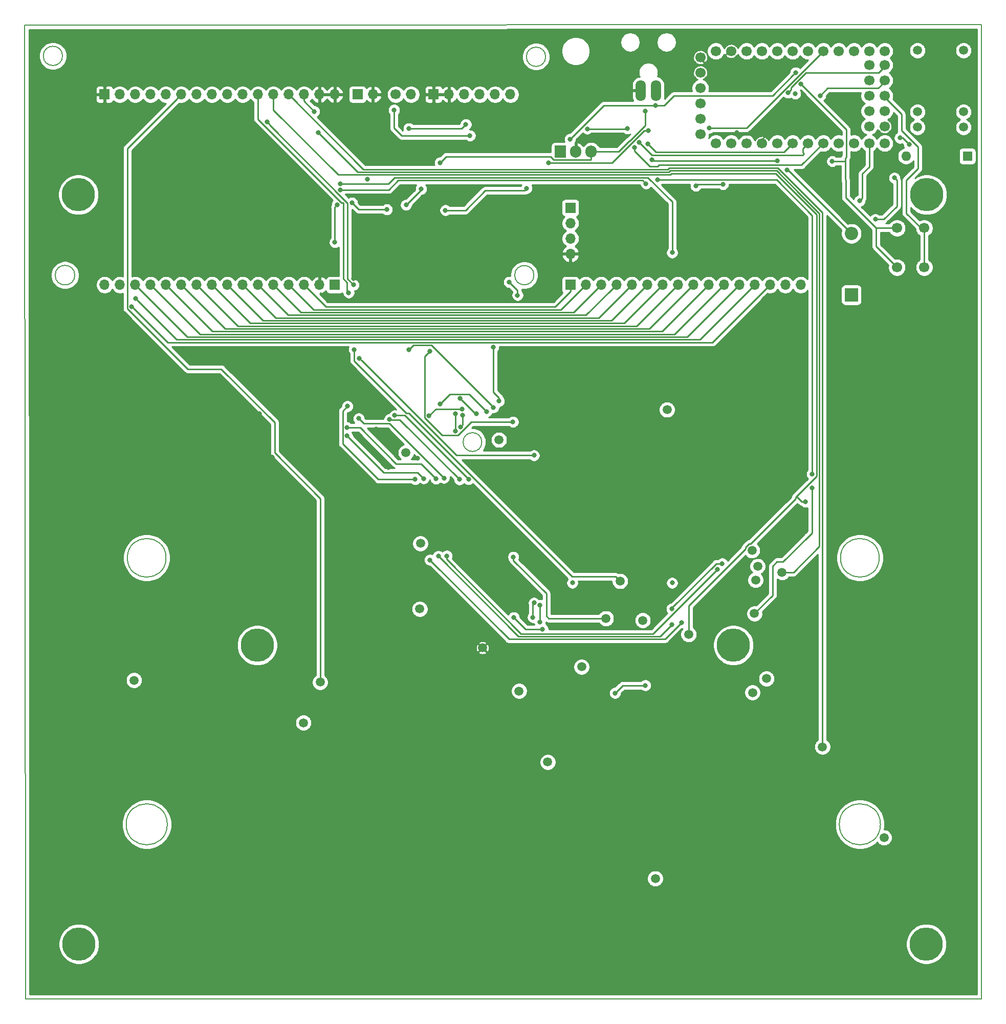
<source format=gbl>
G04 #@! TF.GenerationSoftware,KiCad,Pcbnew,(5.1.5)-3*
G04 #@! TF.CreationDate,2020-04-03T10:30:42+02:00*
G04 #@! TF.ProjectId,carecasetester,63617265-6361-4736-9574-65737465722e,rev?*
G04 #@! TF.SameCoordinates,Original*
G04 #@! TF.FileFunction,Copper,L2,Bot*
G04 #@! TF.FilePolarity,Positive*
%FSLAX46Y46*%
G04 Gerber Fmt 4.6, Leading zero omitted, Abs format (unit mm)*
G04 Created by KiCad (PCBNEW (5.1.5)-3) date 2020-04-03 10:30:42*
%MOMM*%
%LPD*%
G04 APERTURE LIST*
%ADD10C,0.200000*%
%ADD11C,1.700000*%
%ADD12O,1.700000X1.700000*%
%ADD13C,5.500000*%
%ADD14O,1.905000X2.000000*%
%ADD15R,1.905000X2.000000*%
%ADD16C,1.500000*%
%ADD17O,1.600000X1.600000*%
%ADD18R,1.600000X1.600000*%
%ADD19O,2.200000X2.200000*%
%ADD20R,2.200000X2.200000*%
%ADD21R,1.700000X1.700000*%
%ADD22O,1.700000X3.500000*%
%ADD23C,0.800000*%
%ADD24C,0.250000*%
%ADD25C,0.254000*%
G04 APERTURE END LIST*
D10*
X77000000Y-20080000D02*
X77000000Y-9350000D01*
X235330000Y-9300000D02*
X235330000Y-20030000D01*
X83280000Y-14450000D02*
G75*
G03X83280000Y-14450000I-1591897J0D01*
G01*
X163220000Y-14600000D02*
G75*
G03X163220000Y-14600000I-1590000J0D01*
G01*
X161280283Y-50710000D02*
G75*
G03X161280283Y-50710000I-1592180J0D01*
G01*
X85310123Y-50710000D02*
G75*
G03X85310123Y-50710000I-1622020J0D01*
G01*
X77000000Y-20080000D02*
X77150000Y-170400000D01*
X235330000Y-9300000D02*
X77000000Y-9350000D01*
X235290000Y-170410000D02*
X235330000Y-20030000D01*
X77150000Y-170400000D02*
X235290000Y-170410000D01*
X152660000Y-78311679D02*
G75*
G03X152660000Y-78311679I-1550000J0D01*
G01*
X100610000Y-141520000D02*
G75*
G03X100610000Y-141520000I-3400000J0D01*
G01*
X218610000Y-141520000D02*
G75*
G03X218610000Y-141520000I-3400000J0D01*
G01*
X218410000Y-97450000D02*
G75*
G03X218410000Y-97450000I-3200000J0D01*
G01*
X100410000Y-97450000D02*
G75*
G03X100410000Y-97450000I-3200000J0D01*
G01*
D11*
X191370000Y-28910000D03*
X193910000Y-28910000D03*
X196450000Y-28910000D03*
X198990000Y-28910000D03*
X201530000Y-28910000D03*
X204070000Y-28910000D03*
X206610000Y-28910000D03*
X209150000Y-28910000D03*
X211690000Y-28910000D03*
X214230000Y-28910000D03*
X216770000Y-28910000D03*
X219310000Y-28910000D03*
X219310000Y-13670000D03*
X216770000Y-13670000D03*
X214230000Y-13670000D03*
X211690000Y-13670000D03*
X209150000Y-13670000D03*
X206610000Y-13670000D03*
X204070000Y-13670000D03*
X201530000Y-13670000D03*
X198990000Y-13670000D03*
X196450000Y-13670000D03*
X193910000Y-13670000D03*
X191370000Y-13670000D03*
X219310000Y-26116000D03*
X219310000Y-23576000D03*
X219310000Y-21036000D03*
X219310000Y-18496000D03*
X219310000Y-15956000D03*
X216770000Y-26116000D03*
X216770000Y-23576000D03*
X216770000Y-21036000D03*
X216770000Y-18496000D03*
X216770000Y-15956000D03*
X188830000Y-27386000D03*
X188830000Y-24846000D03*
X188830000Y-22306000D03*
X188830000Y-19766000D03*
X188830000Y-17226000D03*
X188830000Y-14686000D03*
X138410000Y-20820000D03*
D12*
X140950000Y-20820000D03*
D13*
X115500000Y-111900000D03*
X194300000Y-111900000D03*
X86000000Y-161300000D03*
X226200000Y-161300000D03*
X226300000Y-37400000D03*
X85900000Y-37400000D03*
D14*
X170740000Y-30310000D03*
X168200000Y-30310000D03*
D15*
X165660000Y-30310000D03*
D16*
X224740000Y-23700000D03*
X232360000Y-23700000D03*
X232360000Y-26240000D03*
X224740000Y-26240000D03*
X224740000Y-13540000D03*
X232360000Y-13540000D03*
D17*
X222840000Y-31030000D03*
D18*
X233000000Y-31030000D03*
D19*
X213810000Y-43820000D03*
D20*
X213810000Y-53980000D03*
D11*
X221350000Y-49420000D03*
X221350000Y-42920000D03*
X225850000Y-49420000D03*
X225850000Y-42920000D03*
D12*
X128320000Y-20830000D03*
X125780000Y-20830000D03*
X123240000Y-20830000D03*
X120700000Y-20830000D03*
X118160000Y-20830000D03*
X115620000Y-20830000D03*
X113080000Y-20830000D03*
X110540000Y-20830000D03*
X108000000Y-20830000D03*
X105460000Y-20830000D03*
X102920000Y-20830000D03*
X100380000Y-20830000D03*
X97840000Y-20830000D03*
X95300000Y-20830000D03*
X92760000Y-20830000D03*
D21*
X90220000Y-20830000D03*
D16*
X209010000Y-128710000D03*
D22*
X178960000Y-20190000D03*
X181460000Y-20190000D03*
D16*
X158810000Y-119470000D03*
X142380000Y-105900000D03*
X181370000Y-150490000D03*
X197450000Y-119730000D03*
D12*
X134640000Y-20820000D03*
D21*
X132100000Y-20820000D03*
D16*
X123140000Y-124730000D03*
X140090000Y-80060000D03*
X202340000Y-99850000D03*
X186880000Y-110110000D03*
X142510000Y-95070000D03*
X175540000Y-101310000D03*
X183310000Y-72950000D03*
X197770000Y-106670000D03*
X173190000Y-107480000D03*
X125910000Y-118010000D03*
X199760000Y-117430000D03*
X197960000Y-101130000D03*
X152770000Y-112340000D03*
X198300000Y-98850000D03*
X219210000Y-143720000D03*
X197380000Y-96230000D03*
X95110000Y-117700000D03*
X155490000Y-77940000D03*
X169170000Y-115480000D03*
X163560000Y-131230000D03*
X179280000Y-107790000D03*
D12*
X157390000Y-20820000D03*
X154850000Y-20820000D03*
X152310000Y-20820000D03*
X149770000Y-20820000D03*
X147230000Y-20820000D03*
D21*
X144690000Y-20820000D03*
D12*
X167320000Y-47190000D03*
X167320000Y-44650000D03*
X167320000Y-42110000D03*
D21*
X167320000Y-39570000D03*
D12*
X205410000Y-52300000D03*
X202870000Y-52300000D03*
X200330000Y-52300000D03*
X197790000Y-52300000D03*
X195250000Y-52300000D03*
X192710000Y-52300000D03*
X190170000Y-52300000D03*
X187630000Y-52300000D03*
X185090000Y-52300000D03*
X182550000Y-52300000D03*
X180010000Y-52300000D03*
X177470000Y-52300000D03*
X174930000Y-52300000D03*
X172390000Y-52300000D03*
X169850000Y-52300000D03*
D21*
X167310000Y-52300000D03*
D12*
X90240000Y-52310000D03*
X92780000Y-52310000D03*
X95320000Y-52310000D03*
X97860000Y-52310000D03*
X100400000Y-52310000D03*
X102940000Y-52310000D03*
X105480000Y-52310000D03*
X108020000Y-52310000D03*
X110560000Y-52310000D03*
X113100000Y-52310000D03*
X115640000Y-52310000D03*
X118180000Y-52310000D03*
X120720000Y-52310000D03*
X123260000Y-52310000D03*
X125800000Y-52310000D03*
D21*
X128340000Y-52310000D03*
D23*
X167640000Y-101600000D03*
X184150000Y-101600000D03*
X204470000Y-60960000D03*
X95250000Y-92710000D03*
X199390000Y-49530000D03*
X199390000Y-54610000D03*
X213680000Y-24630000D03*
X220950000Y-26400000D03*
X199810000Y-27450000D03*
X190900000Y-16330000D03*
X194880000Y-27140000D03*
X193880000Y-19980000D03*
X145140000Y-41220000D03*
X142760000Y-41250000D03*
X141780000Y-51750000D03*
X139170000Y-51740000D03*
X136330000Y-51710000D03*
X147530000Y-51630000D03*
X158480000Y-45450000D03*
X155920000Y-45380000D03*
X153230000Y-45360000D03*
X150290000Y-45330000D03*
X153610000Y-39560000D03*
X156970000Y-39630000D03*
X158360000Y-40210000D03*
X161600000Y-44570000D03*
X161050000Y-39700000D03*
X134810000Y-37710000D03*
X133690000Y-34840000D03*
X132450000Y-37630000D03*
X133760000Y-45460000D03*
X131440000Y-51250000D03*
X133700000Y-52050000D03*
X137100000Y-53660000D03*
X142160000Y-45520000D03*
X139220000Y-45410000D03*
X136240000Y-45360000D03*
X147620000Y-45310000D03*
X153140000Y-51890000D03*
X151620000Y-53210000D03*
X164540000Y-45970000D03*
X81280000Y-73660000D03*
X81280000Y-83820000D03*
X81280000Y-93980000D03*
X81280000Y-104140000D03*
X81280000Y-114300000D03*
X81280000Y-124460000D03*
X81280000Y-134620000D03*
X81280000Y-144780000D03*
X81280000Y-154940000D03*
X81280000Y-165100000D03*
X91440000Y-165100000D03*
X101600000Y-165100000D03*
X111760000Y-165100000D03*
X121920000Y-165100000D03*
X132080000Y-165100000D03*
X142240000Y-165100000D03*
X152400000Y-165100000D03*
X162560000Y-165100000D03*
X172720000Y-165100000D03*
X182880000Y-165100000D03*
X193040000Y-165100000D03*
X203200000Y-165100000D03*
X213360000Y-165100000D03*
X223520000Y-165100000D03*
X231140000Y-157480000D03*
X231140000Y-147320000D03*
X231140000Y-137160000D03*
X231140000Y-127000000D03*
X231140000Y-116840000D03*
X231140000Y-106680000D03*
X231140000Y-96520000D03*
X231140000Y-86360000D03*
X231140000Y-76200000D03*
X231140000Y-66040000D03*
X231140000Y-55880000D03*
X231140000Y-45720000D03*
X231140000Y-34290000D03*
X231140000Y-20320000D03*
X222250000Y-13970000D03*
X194310000Y-16510000D03*
X181610000Y-13970000D03*
X168910000Y-21590000D03*
X200660000Y-40640000D03*
X208280000Y-35560000D03*
X168910000Y-71120000D03*
X167640000Y-78740000D03*
X99060000Y-34290000D03*
X99060000Y-41910000D03*
X110490000Y-34290000D03*
X110490000Y-41910000D03*
X106680000Y-114300000D03*
X106680000Y-124460000D03*
X140970000Y-114300000D03*
X140970000Y-124460000D03*
X175260000Y-124460000D03*
X175260000Y-114300000D03*
X200660000Y-124460000D03*
X200660000Y-114300000D03*
X106680000Y-154940000D03*
X106680000Y-144780000D03*
X106680000Y-134620000D03*
X140970000Y-154940000D03*
X139700000Y-144780000D03*
X139700000Y-134620000D03*
X175260000Y-154940000D03*
X175260000Y-146050000D03*
X175260000Y-135890000D03*
X198120000Y-153670000D03*
X217170000Y-151130000D03*
X215900000Y-127000000D03*
X215900000Y-113030000D03*
X217170000Y-76200000D03*
X215900000Y-63500000D03*
X91440000Y-92710000D03*
X135160000Y-76160000D03*
X137160000Y-82550000D03*
X142020000Y-81020000D03*
X153670000Y-100330000D03*
X185420000Y-36830000D03*
X194310000Y-36830000D03*
X218440000Y-31750000D03*
X217170000Y-34290000D03*
X214630000Y-33020000D03*
X125850000Y-46480000D03*
X123310000Y-46450000D03*
X120780000Y-46480000D03*
X144790000Y-46040000D03*
X109030000Y-80390000D03*
X100850000Y-80390000D03*
X100410000Y-70720000D03*
X109070000Y-70430000D03*
X100850000Y-90780000D03*
X109220000Y-91210000D03*
X117880000Y-91640000D03*
X118020000Y-80820000D03*
X115840000Y-73600000D03*
X168000000Y-87130000D03*
X167830000Y-94580000D03*
X176210000Y-94520000D03*
X175630000Y-86900000D03*
X175570000Y-78570000D03*
X183660000Y-78570000D03*
X184130000Y-86490000D03*
X184310000Y-94580000D03*
X192580000Y-94410000D03*
X192050000Y-86490000D03*
X192350000Y-79040000D03*
X200330000Y-79100000D03*
X200620000Y-85670000D03*
X192410000Y-71180000D03*
X199800000Y-71180000D03*
X192290000Y-63670000D03*
X199450000Y-63260000D03*
X164300000Y-43690000D03*
X128350000Y-45270000D03*
X128715000Y-39080000D03*
X136930000Y-39840000D03*
X140130000Y-39100000D03*
X142600000Y-36470000D03*
X145760000Y-32110000D03*
X179735003Y-23575001D03*
X131171606Y-38744502D03*
X203130000Y-33310000D03*
X201570000Y-31784999D03*
X180770000Y-31640000D03*
X203302653Y-20542653D03*
X208640000Y-21020000D03*
X204530000Y-20700000D03*
X205452653Y-19094990D03*
X210640000Y-31880000D03*
X190310000Y-26350000D03*
X138140000Y-23390000D03*
X150690000Y-27630000D03*
X177940000Y-29610000D03*
X140580000Y-26450000D03*
X150010000Y-25780000D03*
X178673920Y-28730564D03*
X180119067Y-28994387D03*
X192570000Y-35685000D03*
X188080000Y-35930000D03*
X170100000Y-26505001D03*
X176753629Y-26454990D03*
X94720000Y-55890000D03*
X95390000Y-54570000D03*
X125610000Y-27150000D03*
X124940000Y-23630000D03*
X141640000Y-84480000D03*
X130620000Y-53600000D03*
X130420000Y-72380000D03*
X117122660Y-25397340D03*
X131430011Y-52313013D03*
X131530000Y-63010000D03*
X129260000Y-35580000D03*
X184160000Y-46990000D03*
X129248507Y-36579936D03*
X181740000Y-34960000D03*
X207314990Y-83626846D03*
X207300000Y-85880000D03*
X179820000Y-35580000D03*
X150460000Y-84470000D03*
X157880000Y-97320000D03*
X138240000Y-73910000D03*
X148960000Y-84500000D03*
X157950000Y-107300000D03*
X162725000Y-109260495D03*
X137409250Y-74537552D03*
X192430000Y-98400000D03*
X184089193Y-105879193D03*
X184140000Y-108480000D03*
X145480000Y-97180000D03*
X145070000Y-84370000D03*
X130365010Y-75907109D03*
X143020000Y-84340000D03*
X144070000Y-97800000D03*
X185710000Y-108160000D03*
X130370000Y-77300000D03*
X144080000Y-63250000D03*
X157811202Y-74974361D03*
X145780000Y-71980000D03*
X153455861Y-73245869D03*
X140600000Y-63009998D03*
X154580000Y-72580000D03*
X161100000Y-107280000D03*
X161295010Y-104900000D03*
X161295010Y-80510000D03*
X132390000Y-64449998D03*
X149397552Y-72855022D03*
X143900000Y-74000000D03*
X157190000Y-51850000D03*
X162260000Y-105300000D03*
X162252347Y-108047653D03*
X158570000Y-54025000D03*
X148268806Y-76466006D03*
X148280000Y-73620000D03*
X149078323Y-71110673D03*
X151784369Y-73630044D03*
X167270000Y-28210000D03*
X181380000Y-22690000D03*
X204582653Y-17212041D03*
X179710000Y-118545000D03*
X174700000Y-119820000D03*
X154550000Y-62640000D03*
X155500000Y-71540000D03*
X221840000Y-28010000D03*
X223402347Y-29127653D03*
X149096948Y-75785009D03*
X149479531Y-73851668D03*
X180170000Y-26800000D03*
X160080000Y-36330000D03*
X146630000Y-39980000D03*
X163670000Y-32120000D03*
X215170000Y-38410000D03*
X206200000Y-88180000D03*
X146400000Y-84260000D03*
X146870000Y-97130000D03*
X191610000Y-99370000D03*
X220920000Y-34630000D03*
X217770000Y-41470000D03*
X132288803Y-74425021D03*
D24*
X198990000Y-28270000D02*
X199810000Y-27450000D01*
X198990000Y-28910000D02*
X198990000Y-28270000D01*
X199810000Y-27450000D02*
X195190000Y-27450000D01*
X195190000Y-27450000D02*
X194880000Y-27140000D01*
X190900000Y-17000000D02*
X190900000Y-16330000D01*
X193880000Y-19980000D02*
X190900000Y-17000000D01*
X193560000Y-13670000D02*
X193910000Y-13670000D01*
X190900000Y-16330000D02*
X193560000Y-13670000D01*
X190220000Y-16330000D02*
X188830000Y-14940000D01*
X190900000Y-16330000D02*
X190220000Y-16330000D01*
X145140000Y-41220000D02*
X142790000Y-41220000D01*
X142790000Y-41220000D02*
X142760000Y-41250000D01*
X141770000Y-51740000D02*
X141780000Y-51750000D01*
X139170000Y-51740000D02*
X141770000Y-51740000D01*
X161600000Y-44570000D02*
X163420000Y-44570000D01*
X163420000Y-44570000D02*
X164300000Y-43690000D01*
X134730000Y-37630000D02*
X134810000Y-37710000D01*
X132450000Y-37630000D02*
X134730000Y-37630000D01*
X225850000Y-44122081D02*
X225850000Y-49420000D01*
X225850000Y-42920000D02*
X225850000Y-44122081D01*
X140130000Y-39100000D02*
X142600000Y-36630000D01*
X142600000Y-36630000D02*
X142600000Y-36470000D01*
X128350000Y-39445000D02*
X128715000Y-39080000D01*
X128350000Y-45270000D02*
X128350000Y-39445000D01*
X132267104Y-39840000D02*
X131571605Y-39144501D01*
X131571605Y-39144501D02*
X131171606Y-38744502D01*
X136930000Y-39840000D02*
X132267104Y-39840000D01*
X179735003Y-25962315D02*
X179735003Y-24140686D01*
X175270585Y-30310000D02*
X177085598Y-28494987D01*
X177202331Y-28494987D02*
X179735003Y-25962315D01*
X179735003Y-24140686D02*
X179735003Y-23575001D01*
X177085598Y-28494987D02*
X177202331Y-28494987D01*
X170740000Y-30310000D02*
X175270585Y-30310000D01*
X146775001Y-31094999D02*
X164014990Y-31094999D01*
X170740000Y-31560000D02*
X170740000Y-30310000D01*
X170664990Y-31635010D02*
X170740000Y-31560000D01*
X164555001Y-31635010D02*
X170664990Y-31635010D01*
X164014990Y-31094999D02*
X164555001Y-31635010D01*
X145760000Y-32110000D02*
X146775001Y-31094999D01*
X213810000Y-43820000D02*
X203300000Y-33310000D01*
X203300000Y-33310000D02*
X203130000Y-33310000D01*
X201570000Y-31784999D02*
X180914999Y-31784999D01*
X180914999Y-31784999D02*
X180770000Y-31640000D01*
X222080000Y-24060000D02*
X219310000Y-21290000D01*
X224800000Y-29500000D02*
X222080000Y-26780000D01*
X225320000Y-42920000D02*
X222900000Y-40500000D01*
X225850000Y-42920000D02*
X225320000Y-42920000D01*
X222900000Y-40500000D02*
X222900000Y-35000000D01*
X222080000Y-26780000D02*
X222080000Y-24060000D01*
X222900000Y-35000000D02*
X224800000Y-33100000D01*
X224800000Y-33100000D02*
X224800000Y-29500000D01*
X203790000Y-19696998D02*
X203790000Y-20055306D01*
X203790000Y-20055306D02*
X203302653Y-20542653D01*
X206276998Y-17210000D02*
X203790000Y-19696998D01*
X219310000Y-16210000D02*
X218310000Y-17210000D01*
X218310000Y-17210000D02*
X206276998Y-17210000D01*
X219310000Y-18750000D02*
X218250000Y-19810000D01*
X209850000Y-19810000D02*
X208640000Y-21020000D01*
X218250000Y-19810000D02*
X209850000Y-19810000D01*
X217900000Y-42920000D02*
X221350000Y-42920000D01*
X217900000Y-45970000D02*
X221350000Y-49420000D01*
X217900000Y-42920000D02*
X217900000Y-45970000D01*
X217900000Y-42920000D02*
X212865001Y-37885001D01*
X212790000Y-31360000D02*
X212810000Y-31340000D01*
X212970000Y-31180000D02*
X212810000Y-31340000D01*
X212970000Y-26640000D02*
X212970000Y-31180000D01*
X212865001Y-26535001D02*
X212970000Y-26640000D01*
X205452653Y-19094990D02*
X212865001Y-26507338D01*
X212865001Y-26507338D02*
X212865001Y-26535001D01*
X211245685Y-31920000D02*
X212820000Y-31920000D01*
X211205685Y-31880000D02*
X211245685Y-31920000D01*
X212865001Y-37885001D02*
X212820000Y-31920000D01*
X210640000Y-31880000D02*
X211205685Y-31880000D01*
X212820000Y-31920000D02*
X212810000Y-31340000D01*
X196470000Y-26350000D02*
X209150000Y-13670000D01*
X190310000Y-26350000D02*
X196470000Y-26350000D01*
X138140000Y-26390000D02*
X139380000Y-27630000D01*
X138140000Y-23390000D02*
X138140000Y-26390000D01*
X139380000Y-27630000D02*
X150124315Y-27630000D01*
X150124315Y-27630000D02*
X150690000Y-27630000D01*
X209150000Y-28910000D02*
X205550001Y-32509999D01*
X180499317Y-32735002D02*
X177940000Y-30175685D01*
X181758002Y-32735002D02*
X180499317Y-32735002D01*
X205550001Y-32509999D02*
X181983005Y-32509999D01*
X177940000Y-30175685D02*
X177940000Y-29610000D01*
X181983005Y-32509999D02*
X181758002Y-32735002D01*
X149340000Y-26450000D02*
X150010000Y-25780000D01*
X140580000Y-26450000D02*
X149340000Y-26450000D01*
X206610000Y-28910000D02*
X205760001Y-29759999D01*
X205975710Y-30634290D02*
X205975710Y-30640000D01*
X205760001Y-29759999D02*
X205760001Y-30418581D01*
X205790503Y-30825207D02*
X180768563Y-30825207D01*
X180768563Y-30825207D02*
X179073919Y-29130563D01*
X179073919Y-29130563D02*
X178673920Y-28730564D01*
X205975710Y-30640000D02*
X205790503Y-30825207D01*
X205760001Y-30418581D02*
X205975710Y-30634290D01*
X204070000Y-28910000D02*
X202617234Y-30362766D01*
X180519066Y-29394386D02*
X180119067Y-28994387D01*
X202617234Y-30362766D02*
X181487446Y-30362766D01*
X181487446Y-30362766D02*
X180519066Y-29394386D01*
X192570000Y-35685000D02*
X188325000Y-35685000D01*
X188325000Y-35685000D02*
X188080000Y-35930000D01*
X176703618Y-26505001D02*
X176753629Y-26454990D01*
X170100000Y-26505001D02*
X176703618Y-26505001D01*
X190820000Y-61810000D02*
X200330000Y-52300000D01*
X100680000Y-61810000D02*
X190820000Y-61810000D01*
X94760000Y-55890000D02*
X100680000Y-61810000D01*
X94720000Y-55890000D02*
X94760000Y-55890000D01*
X196940001Y-53149999D02*
X197790000Y-52300000D01*
X102179989Y-61359989D02*
X188730011Y-61359989D01*
X95390000Y-54570000D02*
X102179989Y-61359989D01*
X188730011Y-61359989D02*
X196940001Y-53149999D01*
X194400001Y-53149999D02*
X195250000Y-52300000D01*
X186640022Y-60909978D02*
X194400001Y-53149999D01*
X95320000Y-52310000D02*
X103919978Y-60909978D01*
X103919978Y-60909978D02*
X186640022Y-60909978D01*
X97860000Y-52310000D02*
X106009967Y-60459967D01*
X191860001Y-53149999D02*
X192710000Y-52300000D01*
X106009967Y-60459967D02*
X184550033Y-60459967D01*
X184550033Y-60459967D02*
X191860001Y-53149999D01*
X100400000Y-52310000D02*
X108099956Y-60009956D01*
X189320001Y-53149999D02*
X190170000Y-52300000D01*
X182460044Y-60009956D02*
X189320001Y-53149999D01*
X108099956Y-60009956D02*
X182460044Y-60009956D01*
X186780001Y-53149999D02*
X187630000Y-52300000D01*
X110189945Y-59559945D02*
X180370055Y-59559945D01*
X180370055Y-59559945D02*
X186780001Y-53149999D01*
X102940000Y-52310000D02*
X110189945Y-59559945D01*
X105480000Y-52310000D02*
X112279934Y-59109934D01*
X112279934Y-59109934D02*
X178280066Y-59109934D01*
X178280066Y-59109934D02*
X184240001Y-53149999D01*
X184240001Y-53149999D02*
X185090000Y-52300000D01*
X181700001Y-53149999D02*
X182550000Y-52300000D01*
X108020000Y-52310000D02*
X114369923Y-58659923D01*
X114369923Y-58659923D02*
X176190077Y-58659923D01*
X176190077Y-58659923D02*
X181700001Y-53149999D01*
X116459912Y-58209912D02*
X174100088Y-58209912D01*
X110560000Y-52310000D02*
X116459912Y-58209912D01*
X174100088Y-58209912D02*
X179160001Y-53149999D01*
X179160001Y-53149999D02*
X180010000Y-52300000D01*
X113100000Y-52310000D02*
X118549901Y-57759901D01*
X172010099Y-57759901D02*
X176620001Y-53149999D01*
X118549901Y-57759901D02*
X172010099Y-57759901D01*
X176620001Y-53149999D02*
X177470000Y-52300000D01*
X174080001Y-53149999D02*
X174930000Y-52300000D01*
X169920110Y-57309890D02*
X174080001Y-53149999D01*
X115640000Y-52310000D02*
X120639890Y-57309890D01*
X120639890Y-57309890D02*
X169920110Y-57309890D01*
X118180000Y-52310000D02*
X122729879Y-56859879D01*
X122729879Y-56859879D02*
X167830121Y-56859879D01*
X171540001Y-53149999D02*
X172390000Y-52300000D01*
X167830121Y-56859879D02*
X171540001Y-53149999D01*
X165740132Y-56409868D02*
X169000001Y-53149999D01*
X124819868Y-56409868D02*
X165740132Y-56409868D01*
X169000001Y-53149999D02*
X169850000Y-52300000D01*
X120720000Y-52310000D02*
X124819868Y-56409868D01*
X166770000Y-52840000D02*
X167310000Y-52300000D01*
X167310000Y-53400000D02*
X167310000Y-52300000D01*
X164820000Y-55890000D02*
X167310000Y-53400000D01*
X126840000Y-55890000D02*
X164820000Y-55890000D01*
X123260000Y-52310000D02*
X126840000Y-55890000D01*
X123240000Y-21930000D02*
X123240000Y-20830000D01*
X124940000Y-23630000D02*
X123240000Y-21930000D01*
X132110010Y-33650010D02*
X125610000Y-27150000D01*
X183610010Y-33650010D02*
X132110010Y-33650010D01*
X205290000Y-37290000D02*
X201430000Y-33430000D01*
X206540001Y-38550001D02*
X205290000Y-37300000D01*
X201430000Y-33430000D02*
X183830020Y-33430000D01*
X206550001Y-38550001D02*
X206540001Y-38550001D01*
X183830020Y-33430000D02*
X183610010Y-33650010D01*
X205290000Y-37300000D02*
X205290000Y-37290000D01*
X204219990Y-99850000D02*
X208490000Y-95579990D01*
X202340000Y-99850000D02*
X204219990Y-99850000D01*
X208490000Y-40490000D02*
X206550001Y-38550001D01*
X208490000Y-40490000D02*
X208490000Y-50580000D01*
X208490000Y-95579990D02*
X208490000Y-50580000D01*
X208490000Y-50580000D02*
X208490000Y-50490000D01*
X209010000Y-50380000D02*
X208990000Y-50400000D01*
X209010000Y-40373589D02*
X209010000Y-50380000D01*
X201616400Y-32979989D02*
X209010000Y-40373589D01*
X183643620Y-32979989D02*
X201616400Y-32979989D01*
X208990000Y-50400000D02*
X209010000Y-50373589D01*
X183423610Y-33199999D02*
X183643620Y-32979989D01*
X209010000Y-128710000D02*
X208990000Y-50400000D01*
X120700000Y-20830000D02*
X133069999Y-33199999D01*
X133069999Y-33199999D02*
X183423610Y-33199999D01*
X129708910Y-38710000D02*
X129748956Y-38750046D01*
X115620000Y-20830000D02*
X115620000Y-24920000D01*
X129410000Y-38710000D02*
X129708910Y-38710000D01*
X115620000Y-24920000D02*
X129410000Y-38710000D01*
X129750000Y-51310000D02*
X130370000Y-51930000D01*
X130370000Y-51930000D02*
X130370000Y-53060000D01*
X129750000Y-38749002D02*
X129750000Y-51310000D01*
X130370000Y-53060000D02*
X130370000Y-53350000D01*
X130370000Y-53350000D02*
X130620000Y-53600000D01*
X129640000Y-73160000D02*
X130420000Y-72380000D01*
X129640000Y-78590000D02*
X129640000Y-73160000D01*
X141640000Y-84480000D02*
X135530000Y-84480000D01*
X135530000Y-84480000D02*
X129640000Y-78590000D01*
X130450000Y-51333002D02*
X130450000Y-38814680D01*
X129934311Y-38298991D02*
X117522659Y-25887339D01*
X117522659Y-25887339D02*
X117522659Y-25797339D01*
X131430011Y-52313013D02*
X130450000Y-51333002D01*
X130200011Y-38564691D02*
X130200011Y-38562602D01*
X117522659Y-25797339D02*
X117122660Y-25397340D01*
X130200011Y-38562602D02*
X129936400Y-38298991D01*
X129936400Y-38298991D02*
X129934311Y-38298991D01*
X130450000Y-38814680D02*
X130200011Y-38564691D01*
X167590588Y-100560001D02*
X140585599Y-73555012D01*
X140202010Y-73555012D02*
X131530000Y-64883002D01*
X174790001Y-100560001D02*
X167590588Y-100560001D01*
X140585599Y-73555012D02*
X140202010Y-73555012D01*
X131530000Y-63575685D02*
X131530000Y-63010000D01*
X175540000Y-101310000D02*
X174790001Y-100560001D01*
X131530000Y-64883002D02*
X131530000Y-63575685D01*
X138173011Y-34599989D02*
X137193000Y-35580000D01*
X180149989Y-34599989D02*
X138173011Y-34599989D01*
X184160000Y-38610000D02*
X180149989Y-34599989D01*
X184160000Y-46990000D02*
X184160000Y-38610000D01*
X137193000Y-35580000D02*
X129825685Y-35580000D01*
X129825685Y-35580000D02*
X129260000Y-35580000D01*
X200780000Y-98820000D02*
X200780000Y-103660000D01*
X201500000Y-98100000D02*
X200780000Y-98820000D01*
X200780000Y-103660000D02*
X197770000Y-106670000D01*
X207300000Y-85880000D02*
X207300000Y-93310000D01*
X207300000Y-93310000D02*
X206620000Y-93990000D01*
X206608998Y-93990000D02*
X202498998Y-98100000D01*
X202498998Y-98100000D02*
X201500000Y-98100000D01*
X206620000Y-93990000D02*
X206608998Y-93990000D01*
X201040000Y-34960000D02*
X181740000Y-34960000D01*
X201460000Y-34960000D02*
X201040000Y-34960000D01*
X207314990Y-83626846D02*
X207314990Y-40814990D01*
X207314990Y-40814990D02*
X201460000Y-34960000D01*
X179290000Y-35050000D02*
X179820000Y-35580000D01*
X129248507Y-36579936D02*
X137260064Y-36579936D01*
X138790000Y-35050000D02*
X179290000Y-35050000D01*
X137260064Y-36579936D02*
X138790000Y-35050000D01*
X157880000Y-97885685D02*
X163330000Y-103335685D01*
X157880000Y-97320000D02*
X157880000Y-97885685D01*
X163330000Y-103335685D02*
X163330000Y-107070000D01*
X163740000Y-107480000D02*
X173190000Y-107480000D01*
X163330000Y-107070000D02*
X163740000Y-107480000D01*
X139900000Y-73910000D02*
X138240000Y-73910000D01*
X150460000Y-84470000D02*
X139900000Y-73910000D01*
X93994999Y-56238001D02*
X93994999Y-29755001D01*
X103997007Y-66240009D02*
X93994999Y-56238001D01*
X102070001Y-21679999D02*
X102920000Y-20830000D01*
X109553011Y-66240009D02*
X103997007Y-66240009D01*
X118368001Y-75054999D02*
X109553011Y-66240009D01*
X93994999Y-29755001D02*
X102070001Y-21679999D01*
X118368001Y-80094999D02*
X118368001Y-75054999D01*
X125910000Y-87636998D02*
X118368001Y-80094999D01*
X125910000Y-118010000D02*
X125910000Y-87636998D01*
X157950000Y-107300000D02*
X159910495Y-109260495D01*
X159910495Y-109260495D02*
X162725000Y-109260495D01*
X148960000Y-84500000D02*
X139095002Y-74635002D01*
X139095002Y-74635002D02*
X137506700Y-74635002D01*
X137506700Y-74635002D02*
X137409250Y-74537552D01*
X158735506Y-110435506D02*
X145480000Y-97180000D01*
X184140000Y-108480000D02*
X182184494Y-110435506D01*
X182184494Y-110435506D02*
X158735506Y-110435506D01*
X184089193Y-105740807D02*
X184089193Y-105879193D01*
X192430000Y-98400000D02*
X191430000Y-98400000D01*
X191430000Y-98400000D02*
X184089193Y-105740807D01*
X132508062Y-75907109D02*
X130930695Y-75907109D01*
X130930695Y-75907109D02*
X130365010Y-75907109D01*
X142580000Y-81880000D02*
X138480953Y-81880000D01*
X145070000Y-84370000D02*
X142580000Y-81880000D01*
X138480953Y-81880000D02*
X132508062Y-75907109D01*
X144070000Y-97800000D02*
X157155516Y-110885516D01*
X182984484Y-110885516D02*
X185710000Y-108160000D01*
X157155516Y-110885516D02*
X182984484Y-110885516D01*
X130769999Y-77699999D02*
X130370000Y-77300000D01*
X136410000Y-83340000D02*
X130769999Y-77699999D01*
X142020000Y-83340000D02*
X136410000Y-83340000D01*
X143020000Y-84340000D02*
X142020000Y-83340000D01*
X143174999Y-64155001D02*
X143174999Y-74308001D01*
X144080000Y-63250000D02*
X143174999Y-64155001D01*
X148733979Y-77191008D02*
X150950626Y-74974361D01*
X157245517Y-74974361D02*
X157811202Y-74974361D01*
X143174999Y-74308001D02*
X146058006Y-77191008D01*
X150950626Y-74974361D02*
X157245517Y-74974361D01*
X146058006Y-77191008D02*
X148733979Y-77191008D01*
X147374329Y-70385671D02*
X150595663Y-70385671D01*
X145780000Y-71980000D02*
X147374329Y-70385671D01*
X150595663Y-70385671D02*
X153055862Y-72845870D01*
X153055862Y-72845870D02*
X153455861Y-73245869D01*
X141329997Y-62280001D02*
X144280001Y-62280001D01*
X144280001Y-62280001D02*
X154180001Y-72180001D01*
X154180001Y-72180001D02*
X154580000Y-72580000D01*
X140600000Y-63009998D02*
X141329997Y-62280001D01*
X161100000Y-107280000D02*
X161100000Y-105095010D01*
X161100000Y-105095010D02*
X161295010Y-104900000D01*
X161295010Y-80510000D02*
X148450002Y-80510000D01*
X132789999Y-64849997D02*
X132390000Y-64449998D01*
X148450002Y-80510000D02*
X132789999Y-64849997D01*
X145044978Y-72855022D02*
X143900000Y-74000000D01*
X149397552Y-72855022D02*
X145044978Y-72855022D01*
X162260000Y-105300000D02*
X162260000Y-108040000D01*
X162260000Y-108040000D02*
X162252347Y-108047653D01*
X158570000Y-53230000D02*
X157190000Y-51850000D01*
X158570000Y-54025000D02*
X158570000Y-53230000D01*
X148268806Y-76466006D02*
X148268806Y-73631194D01*
X148268806Y-73631194D02*
X148280000Y-73620000D01*
X151597694Y-73630044D02*
X151784369Y-73630044D01*
X149078323Y-71110673D02*
X151597694Y-73630044D01*
X204182654Y-17612040D02*
X204582653Y-17212041D01*
X172835002Y-22644998D02*
X182835002Y-22644998D01*
X167270000Y-28210000D02*
X172835002Y-22644998D01*
X182835002Y-22644998D02*
X184450000Y-21030000D01*
X184450000Y-21030000D02*
X200764694Y-21030000D01*
X200764694Y-21030000D02*
X204182654Y-17612040D01*
X179710000Y-118545000D02*
X175975000Y-118545000D01*
X175975000Y-118545000D02*
X174700000Y-119820000D01*
X154560000Y-70034315D02*
X155500000Y-70974315D01*
X154550000Y-62640000D02*
X154560000Y-62650000D01*
X155500000Y-70974315D02*
X155500000Y-71540000D01*
X154560000Y-62650000D02*
X154560000Y-70034315D01*
X221840000Y-28010000D02*
X222284694Y-28010000D01*
X222284694Y-28010000D02*
X223402347Y-29127653D01*
X149479531Y-75402426D02*
X149096948Y-75785009D01*
X149479531Y-73851668D02*
X149479531Y-75402426D01*
X159680001Y-36729999D02*
X153210001Y-36729999D01*
X160080000Y-36330000D02*
X159680001Y-36729999D01*
X153210001Y-36729999D02*
X149960000Y-39980000D01*
X149960000Y-39980000D02*
X146630000Y-39980000D01*
X174213729Y-32120000D02*
X164235685Y-32120000D01*
X164235685Y-32120000D02*
X163670000Y-32120000D01*
X179533729Y-26800000D02*
X174213729Y-32120000D01*
X180170000Y-26800000D02*
X179533729Y-26800000D01*
X183849981Y-34100019D02*
X128860019Y-34100019D01*
X128860019Y-34100019D02*
X118160000Y-23400000D01*
X184041795Y-33908205D02*
X183849981Y-34100019D01*
X203990000Y-36626410D02*
X201271795Y-33908205D01*
X118160000Y-23400000D02*
X118160000Y-20830000D01*
X208039990Y-40686400D02*
X203990000Y-36636410D01*
X201271795Y-33908205D02*
X184041795Y-33908205D01*
X203990000Y-36636410D02*
X203990000Y-36626410D01*
X208040000Y-49776390D02*
X208040000Y-50710000D01*
X208039990Y-40686400D02*
X208039990Y-49776380D01*
X208039990Y-83979008D02*
X208040000Y-50710000D01*
X208039990Y-49776380D02*
X208040000Y-49776390D01*
X208040000Y-50710000D02*
X208039990Y-50686400D01*
X216770000Y-28910000D02*
X216770000Y-32770000D01*
X216770000Y-32770000D02*
X215590000Y-33950000D01*
X215590000Y-33950000D02*
X215590000Y-37990000D01*
X215590000Y-37990000D02*
X215170000Y-38410000D01*
X204884315Y-87430000D02*
X204580000Y-87430000D01*
X205634315Y-88180000D02*
X204884315Y-87430000D01*
X206200000Y-88180000D02*
X205634315Y-88180000D01*
X204580000Y-87430000D02*
X208039990Y-83979008D01*
X204580000Y-87700000D02*
X204580000Y-87430000D01*
X197125001Y-95154999D02*
X204580000Y-87700000D01*
X186880000Y-110110000D02*
X186880000Y-105400000D01*
X186880000Y-105400000D02*
X196304999Y-95975001D01*
X196304999Y-95975001D02*
X196304999Y-95713999D01*
X196304999Y-95713999D02*
X196863999Y-95154999D01*
X196863999Y-95154999D02*
X197125001Y-95154999D01*
X159159811Y-109985496D02*
X181008196Y-109985496D01*
X146870000Y-97130000D02*
X146870000Y-97695685D01*
X181008196Y-109985496D02*
X191616846Y-99376846D01*
X146870000Y-97695685D02*
X159159811Y-109985496D01*
X221319999Y-35029999D02*
X221319999Y-39289999D01*
X220920000Y-34630000D02*
X221319999Y-35029999D01*
X221319999Y-39289999D02*
X219139998Y-41470000D01*
X219139998Y-41470000D02*
X217770000Y-41470000D01*
X133126335Y-75262553D02*
X132288803Y-74425021D01*
X146400000Y-84260000D02*
X137402553Y-75262553D01*
X137402553Y-75262553D02*
X133126335Y-75262553D01*
D25*
G36*
X234595001Y-20027549D02*
G01*
X234555196Y-169674954D01*
X77884266Y-169665047D01*
X77875587Y-160966607D01*
X82615000Y-160966607D01*
X82615000Y-161633393D01*
X82745083Y-162287368D01*
X83000252Y-162903399D01*
X83370698Y-163457812D01*
X83842188Y-163929302D01*
X84396601Y-164299748D01*
X85012632Y-164554917D01*
X85666607Y-164685000D01*
X86333393Y-164685000D01*
X86987368Y-164554917D01*
X87603399Y-164299748D01*
X88157812Y-163929302D01*
X88629302Y-163457812D01*
X88999748Y-162903399D01*
X89254917Y-162287368D01*
X89385000Y-161633393D01*
X89385000Y-160966607D01*
X222815000Y-160966607D01*
X222815000Y-161633393D01*
X222945083Y-162287368D01*
X223200252Y-162903399D01*
X223570698Y-163457812D01*
X224042188Y-163929302D01*
X224596601Y-164299748D01*
X225212632Y-164554917D01*
X225866607Y-164685000D01*
X226533393Y-164685000D01*
X227187368Y-164554917D01*
X227803399Y-164299748D01*
X228357812Y-163929302D01*
X228829302Y-163457812D01*
X229199748Y-162903399D01*
X229454917Y-162287368D01*
X229585000Y-161633393D01*
X229585000Y-160966607D01*
X229454917Y-160312632D01*
X229199748Y-159696601D01*
X228829302Y-159142188D01*
X228357812Y-158670698D01*
X227803399Y-158300252D01*
X227187368Y-158045083D01*
X226533393Y-157915000D01*
X225866607Y-157915000D01*
X225212632Y-158045083D01*
X224596601Y-158300252D01*
X224042188Y-158670698D01*
X223570698Y-159142188D01*
X223200252Y-159696601D01*
X222945083Y-160312632D01*
X222815000Y-160966607D01*
X89385000Y-160966607D01*
X89254917Y-160312632D01*
X88999748Y-159696601D01*
X88629302Y-159142188D01*
X88157812Y-158670698D01*
X87603399Y-158300252D01*
X86987368Y-158045083D01*
X86333393Y-157915000D01*
X85666607Y-157915000D01*
X85012632Y-158045083D01*
X84396601Y-158300252D01*
X83842188Y-158670698D01*
X83370698Y-159142188D01*
X83000252Y-159696601D01*
X82745083Y-160312632D01*
X82615000Y-160966607D01*
X77875587Y-160966607D01*
X77864997Y-150353589D01*
X179985000Y-150353589D01*
X179985000Y-150626411D01*
X180038225Y-150893989D01*
X180142629Y-151146043D01*
X180294201Y-151372886D01*
X180487114Y-151565799D01*
X180713957Y-151717371D01*
X180966011Y-151821775D01*
X181233589Y-151875000D01*
X181506411Y-151875000D01*
X181773989Y-151821775D01*
X182026043Y-151717371D01*
X182252886Y-151565799D01*
X182445799Y-151372886D01*
X182597371Y-151146043D01*
X182701775Y-150893989D01*
X182755000Y-150626411D01*
X182755000Y-150353589D01*
X182701775Y-150086011D01*
X182597371Y-149833957D01*
X182445799Y-149607114D01*
X182252886Y-149414201D01*
X182026043Y-149262629D01*
X181773989Y-149158225D01*
X181506411Y-149105000D01*
X181233589Y-149105000D01*
X180966011Y-149158225D01*
X180713957Y-149262629D01*
X180487114Y-149414201D01*
X180294201Y-149607114D01*
X180142629Y-149833957D01*
X180038225Y-150086011D01*
X179985000Y-150353589D01*
X77864997Y-150353589D01*
X77855776Y-141112739D01*
X93075007Y-141112739D01*
X93075007Y-141927261D01*
X93233913Y-142726133D01*
X93545617Y-143478653D01*
X93998142Y-144155904D01*
X94574096Y-144731858D01*
X95251347Y-145184383D01*
X96003867Y-145496087D01*
X96802739Y-145654993D01*
X97617261Y-145654993D01*
X98416133Y-145496087D01*
X99168653Y-145184383D01*
X99845904Y-144731858D01*
X100421858Y-144155904D01*
X100874383Y-143478653D01*
X101186087Y-142726133D01*
X101344993Y-141927261D01*
X101344993Y-141112739D01*
X211075007Y-141112739D01*
X211075007Y-141927261D01*
X211233913Y-142726133D01*
X211545617Y-143478653D01*
X211998142Y-144155904D01*
X212574096Y-144731858D01*
X213251347Y-145184383D01*
X214003867Y-145496087D01*
X214802739Y-145654993D01*
X215617261Y-145654993D01*
X216416133Y-145496087D01*
X217168653Y-145184383D01*
X217845904Y-144731858D01*
X218070384Y-144507378D01*
X218134201Y-144602886D01*
X218327114Y-144795799D01*
X218553957Y-144947371D01*
X218806011Y-145051775D01*
X219073589Y-145105000D01*
X219346411Y-145105000D01*
X219613989Y-145051775D01*
X219866043Y-144947371D01*
X220092886Y-144795799D01*
X220285799Y-144602886D01*
X220437371Y-144376043D01*
X220541775Y-144123989D01*
X220595000Y-143856411D01*
X220595000Y-143583589D01*
X220541775Y-143316011D01*
X220437371Y-143063957D01*
X220285799Y-142837114D01*
X220092886Y-142644201D01*
X219866043Y-142492629D01*
X219613989Y-142388225D01*
X219346411Y-142335000D01*
X219263888Y-142335000D01*
X219344993Y-141927261D01*
X219344993Y-141112739D01*
X219186087Y-140313867D01*
X218874383Y-139561347D01*
X218421858Y-138884096D01*
X217845904Y-138308142D01*
X217168653Y-137855617D01*
X216416133Y-137543913D01*
X215617261Y-137385007D01*
X214802739Y-137385007D01*
X214003867Y-137543913D01*
X213251347Y-137855617D01*
X212574096Y-138308142D01*
X211998142Y-138884096D01*
X211545617Y-139561347D01*
X211233913Y-140313867D01*
X211075007Y-141112739D01*
X101344993Y-141112739D01*
X101186087Y-140313867D01*
X100874383Y-139561347D01*
X100421858Y-138884096D01*
X99845904Y-138308142D01*
X99168653Y-137855617D01*
X98416133Y-137543913D01*
X97617261Y-137385007D01*
X96802739Y-137385007D01*
X96003867Y-137543913D01*
X95251347Y-137855617D01*
X94574096Y-138308142D01*
X93998142Y-138884096D01*
X93545617Y-139561347D01*
X93233913Y-140313867D01*
X93075007Y-141112739D01*
X77855776Y-141112739D01*
X77845779Y-131093589D01*
X162175000Y-131093589D01*
X162175000Y-131366411D01*
X162228225Y-131633989D01*
X162332629Y-131886043D01*
X162484201Y-132112886D01*
X162677114Y-132305799D01*
X162903957Y-132457371D01*
X163156011Y-132561775D01*
X163423589Y-132615000D01*
X163696411Y-132615000D01*
X163963989Y-132561775D01*
X164216043Y-132457371D01*
X164442886Y-132305799D01*
X164635799Y-132112886D01*
X164787371Y-131886043D01*
X164891775Y-131633989D01*
X164945000Y-131366411D01*
X164945000Y-131093589D01*
X164891775Y-130826011D01*
X164787371Y-130573957D01*
X164635799Y-130347114D01*
X164442886Y-130154201D01*
X164216043Y-130002629D01*
X163963989Y-129898225D01*
X163696411Y-129845000D01*
X163423589Y-129845000D01*
X163156011Y-129898225D01*
X162903957Y-130002629D01*
X162677114Y-130154201D01*
X162484201Y-130347114D01*
X162332629Y-130573957D01*
X162228225Y-130826011D01*
X162175000Y-131093589D01*
X77845779Y-131093589D01*
X77839293Y-124593589D01*
X121755000Y-124593589D01*
X121755000Y-124866411D01*
X121808225Y-125133989D01*
X121912629Y-125386043D01*
X122064201Y-125612886D01*
X122257114Y-125805799D01*
X122483957Y-125957371D01*
X122736011Y-126061775D01*
X123003589Y-126115000D01*
X123276411Y-126115000D01*
X123543989Y-126061775D01*
X123796043Y-125957371D01*
X124022886Y-125805799D01*
X124215799Y-125612886D01*
X124367371Y-125386043D01*
X124471775Y-125133989D01*
X124525000Y-124866411D01*
X124525000Y-124593589D01*
X124471775Y-124326011D01*
X124367371Y-124073957D01*
X124215799Y-123847114D01*
X124022886Y-123654201D01*
X123796043Y-123502629D01*
X123543989Y-123398225D01*
X123276411Y-123345000D01*
X123003589Y-123345000D01*
X122736011Y-123398225D01*
X122483957Y-123502629D01*
X122257114Y-123654201D01*
X122064201Y-123847114D01*
X121912629Y-124073957D01*
X121808225Y-124326011D01*
X121755000Y-124593589D01*
X77839293Y-124593589D01*
X77832277Y-117563589D01*
X93725000Y-117563589D01*
X93725000Y-117836411D01*
X93778225Y-118103989D01*
X93882629Y-118356043D01*
X94034201Y-118582886D01*
X94227114Y-118775799D01*
X94453957Y-118927371D01*
X94706011Y-119031775D01*
X94973589Y-119085000D01*
X95246411Y-119085000D01*
X95513989Y-119031775D01*
X95766043Y-118927371D01*
X95992886Y-118775799D01*
X96185799Y-118582886D01*
X96337371Y-118356043D01*
X96441775Y-118103989D01*
X96495000Y-117836411D01*
X96495000Y-117563589D01*
X96441775Y-117296011D01*
X96337371Y-117043957D01*
X96185799Y-116817114D01*
X95992886Y-116624201D01*
X95766043Y-116472629D01*
X95513989Y-116368225D01*
X95246411Y-116315000D01*
X94973589Y-116315000D01*
X94706011Y-116368225D01*
X94453957Y-116472629D01*
X94227114Y-116624201D01*
X94034201Y-116817114D01*
X93882629Y-117043957D01*
X93778225Y-117296011D01*
X93725000Y-117563589D01*
X77832277Y-117563589D01*
X77826293Y-111566607D01*
X112115000Y-111566607D01*
X112115000Y-112233393D01*
X112245083Y-112887368D01*
X112500252Y-113503399D01*
X112870698Y-114057812D01*
X113342188Y-114529302D01*
X113896601Y-114899748D01*
X114512632Y-115154917D01*
X115166607Y-115285000D01*
X115833393Y-115285000D01*
X116487368Y-115154917D01*
X117103399Y-114899748D01*
X117657812Y-114529302D01*
X118129302Y-114057812D01*
X118499748Y-113503399D01*
X118754917Y-112887368D01*
X118885000Y-112233393D01*
X118885000Y-111566607D01*
X118754917Y-110912632D01*
X118499748Y-110296601D01*
X118129302Y-109742188D01*
X117657812Y-109270698D01*
X117103399Y-108900252D01*
X116487368Y-108645083D01*
X115833393Y-108515000D01*
X115166607Y-108515000D01*
X114512632Y-108645083D01*
X113896601Y-108900252D01*
X113342188Y-109270698D01*
X112870698Y-109742188D01*
X112500252Y-110296601D01*
X112245083Y-110912632D01*
X112115000Y-111566607D01*
X77826293Y-111566607D01*
X77811819Y-97062342D01*
X93274044Y-97062342D01*
X93274044Y-97837658D01*
X93425301Y-98598076D01*
X93722001Y-99314374D01*
X94152744Y-99959025D01*
X94700975Y-100507256D01*
X95345626Y-100937999D01*
X96061924Y-101234699D01*
X96822342Y-101385956D01*
X97597658Y-101385956D01*
X98358076Y-101234699D01*
X99074374Y-100937999D01*
X99719025Y-100507256D01*
X100267256Y-99959025D01*
X100697999Y-99314374D01*
X100994699Y-98598076D01*
X101145956Y-97837658D01*
X101145956Y-97062342D01*
X100994699Y-96301924D01*
X100697999Y-95585626D01*
X100267256Y-94940975D01*
X99719025Y-94392744D01*
X99074374Y-93962001D01*
X98358076Y-93665301D01*
X97597658Y-93514044D01*
X96822342Y-93514044D01*
X96061924Y-93665301D01*
X95345626Y-93962001D01*
X94700975Y-94392744D01*
X94152744Y-94940975D01*
X93722001Y-95585626D01*
X93425301Y-96301924D01*
X93274044Y-97062342D01*
X77811819Y-97062342D01*
X77765332Y-50477011D01*
X81322529Y-50477011D01*
X81322529Y-50942989D01*
X81413437Y-51400012D01*
X81591759Y-51830519D01*
X81850642Y-52217966D01*
X82180137Y-52547461D01*
X82567584Y-52806344D01*
X82998091Y-52984666D01*
X83455114Y-53075574D01*
X83921092Y-53075574D01*
X84378115Y-52984666D01*
X84808622Y-52806344D01*
X85196069Y-52547461D01*
X85525564Y-52217966D01*
X85561796Y-52163740D01*
X88755000Y-52163740D01*
X88755000Y-52456260D01*
X88812068Y-52743158D01*
X88924010Y-53013411D01*
X89086525Y-53256632D01*
X89293368Y-53463475D01*
X89536589Y-53625990D01*
X89806842Y-53737932D01*
X90093740Y-53795000D01*
X90386260Y-53795000D01*
X90673158Y-53737932D01*
X90943411Y-53625990D01*
X91186632Y-53463475D01*
X91393475Y-53256632D01*
X91510000Y-53082240D01*
X91626525Y-53256632D01*
X91833368Y-53463475D01*
X92076589Y-53625990D01*
X92346842Y-53737932D01*
X92633740Y-53795000D01*
X92926260Y-53795000D01*
X93213158Y-53737932D01*
X93234999Y-53728885D01*
X93234999Y-56200679D01*
X93231323Y-56238001D01*
X93234999Y-56275323D01*
X93234999Y-56275333D01*
X93245996Y-56386986D01*
X93289453Y-56530247D01*
X93360025Y-56662277D01*
X93370398Y-56674916D01*
X93454998Y-56778002D01*
X93484002Y-56801805D01*
X103433207Y-66751011D01*
X103457006Y-66780010D01*
X103572731Y-66874983D01*
X103704760Y-66945555D01*
X103848021Y-66989012D01*
X103959674Y-67000009D01*
X103959683Y-67000009D01*
X103997006Y-67003685D01*
X104034329Y-67000009D01*
X109238210Y-67000009D01*
X117608002Y-75369803D01*
X117608001Y-80057676D01*
X117604325Y-80094999D01*
X117608001Y-80132321D01*
X117608001Y-80132331D01*
X117618998Y-80243984D01*
X117649491Y-80344508D01*
X117662455Y-80387245D01*
X117733027Y-80519275D01*
X117772872Y-80567825D01*
X117828000Y-80635000D01*
X117857004Y-80658803D01*
X125150001Y-87951801D01*
X125150000Y-116852091D01*
X125027114Y-116934201D01*
X124834201Y-117127114D01*
X124682629Y-117353957D01*
X124578225Y-117606011D01*
X124525000Y-117873589D01*
X124525000Y-118146411D01*
X124578225Y-118413989D01*
X124682629Y-118666043D01*
X124834201Y-118892886D01*
X125027114Y-119085799D01*
X125253957Y-119237371D01*
X125506011Y-119341775D01*
X125773589Y-119395000D01*
X126046411Y-119395000D01*
X126313989Y-119341775D01*
X126333751Y-119333589D01*
X157425000Y-119333589D01*
X157425000Y-119606411D01*
X157478225Y-119873989D01*
X157582629Y-120126043D01*
X157734201Y-120352886D01*
X157927114Y-120545799D01*
X158153957Y-120697371D01*
X158406011Y-120801775D01*
X158673589Y-120855000D01*
X158946411Y-120855000D01*
X159213989Y-120801775D01*
X159466043Y-120697371D01*
X159692886Y-120545799D01*
X159885799Y-120352886D01*
X160037371Y-120126043D01*
X160141775Y-119873989D01*
X160172791Y-119718061D01*
X173665000Y-119718061D01*
X173665000Y-119921939D01*
X173704774Y-120121898D01*
X173782795Y-120310256D01*
X173896063Y-120479774D01*
X174040226Y-120623937D01*
X174209744Y-120737205D01*
X174398102Y-120815226D01*
X174598061Y-120855000D01*
X174801939Y-120855000D01*
X175001898Y-120815226D01*
X175190256Y-120737205D01*
X175359774Y-120623937D01*
X175503937Y-120479774D01*
X175617205Y-120310256D01*
X175695226Y-120121898D01*
X175735000Y-119921939D01*
X175735000Y-119859801D01*
X176001212Y-119593589D01*
X196065000Y-119593589D01*
X196065000Y-119866411D01*
X196118225Y-120133989D01*
X196222629Y-120386043D01*
X196374201Y-120612886D01*
X196567114Y-120805799D01*
X196793957Y-120957371D01*
X197046011Y-121061775D01*
X197313589Y-121115000D01*
X197586411Y-121115000D01*
X197853989Y-121061775D01*
X198106043Y-120957371D01*
X198332886Y-120805799D01*
X198525799Y-120612886D01*
X198677371Y-120386043D01*
X198781775Y-120133989D01*
X198835000Y-119866411D01*
X198835000Y-119593589D01*
X198781775Y-119326011D01*
X198677371Y-119073957D01*
X198525799Y-118847114D01*
X198332886Y-118654201D01*
X198106043Y-118502629D01*
X197853989Y-118398225D01*
X197586411Y-118345000D01*
X197313589Y-118345000D01*
X197046011Y-118398225D01*
X196793957Y-118502629D01*
X196567114Y-118654201D01*
X196374201Y-118847114D01*
X196222629Y-119073957D01*
X196118225Y-119326011D01*
X196065000Y-119593589D01*
X176001212Y-119593589D01*
X176289802Y-119305000D01*
X179006289Y-119305000D01*
X179050226Y-119348937D01*
X179219744Y-119462205D01*
X179408102Y-119540226D01*
X179608061Y-119580000D01*
X179811939Y-119580000D01*
X180011898Y-119540226D01*
X180200256Y-119462205D01*
X180369774Y-119348937D01*
X180513937Y-119204774D01*
X180627205Y-119035256D01*
X180705226Y-118846898D01*
X180745000Y-118646939D01*
X180745000Y-118443061D01*
X180705226Y-118243102D01*
X180627205Y-118054744D01*
X180513937Y-117885226D01*
X180369774Y-117741063D01*
X180200256Y-117627795D01*
X180011898Y-117549774D01*
X179811939Y-117510000D01*
X179608061Y-117510000D01*
X179408102Y-117549774D01*
X179219744Y-117627795D01*
X179050226Y-117741063D01*
X179006289Y-117785000D01*
X176012322Y-117785000D01*
X175974999Y-117781324D01*
X175937676Y-117785000D01*
X175937667Y-117785000D01*
X175826014Y-117795997D01*
X175682753Y-117839454D01*
X175550724Y-117910026D01*
X175434999Y-118004999D01*
X175411201Y-118033997D01*
X174660199Y-118785000D01*
X174598061Y-118785000D01*
X174398102Y-118824774D01*
X174209744Y-118902795D01*
X174040226Y-119016063D01*
X173896063Y-119160226D01*
X173782795Y-119329744D01*
X173704774Y-119518102D01*
X173665000Y-119718061D01*
X160172791Y-119718061D01*
X160195000Y-119606411D01*
X160195000Y-119333589D01*
X160141775Y-119066011D01*
X160037371Y-118813957D01*
X159885799Y-118587114D01*
X159692886Y-118394201D01*
X159466043Y-118242629D01*
X159213989Y-118138225D01*
X158946411Y-118085000D01*
X158673589Y-118085000D01*
X158406011Y-118138225D01*
X158153957Y-118242629D01*
X157927114Y-118394201D01*
X157734201Y-118587114D01*
X157582629Y-118813957D01*
X157478225Y-119066011D01*
X157425000Y-119333589D01*
X126333751Y-119333589D01*
X126566043Y-119237371D01*
X126792886Y-119085799D01*
X126985799Y-118892886D01*
X127137371Y-118666043D01*
X127241775Y-118413989D01*
X127295000Y-118146411D01*
X127295000Y-117873589D01*
X127241775Y-117606011D01*
X127137371Y-117353957D01*
X127097035Y-117293589D01*
X198375000Y-117293589D01*
X198375000Y-117566411D01*
X198428225Y-117833989D01*
X198532629Y-118086043D01*
X198684201Y-118312886D01*
X198877114Y-118505799D01*
X199103957Y-118657371D01*
X199356011Y-118761775D01*
X199623589Y-118815000D01*
X199896411Y-118815000D01*
X200163989Y-118761775D01*
X200416043Y-118657371D01*
X200642886Y-118505799D01*
X200835799Y-118312886D01*
X200987371Y-118086043D01*
X201091775Y-117833989D01*
X201145000Y-117566411D01*
X201145000Y-117293589D01*
X201091775Y-117026011D01*
X200987371Y-116773957D01*
X200835799Y-116547114D01*
X200642886Y-116354201D01*
X200416043Y-116202629D01*
X200163989Y-116098225D01*
X199896411Y-116045000D01*
X199623589Y-116045000D01*
X199356011Y-116098225D01*
X199103957Y-116202629D01*
X198877114Y-116354201D01*
X198684201Y-116547114D01*
X198532629Y-116773957D01*
X198428225Y-117026011D01*
X198375000Y-117293589D01*
X127097035Y-117293589D01*
X126985799Y-117127114D01*
X126792886Y-116934201D01*
X126670000Y-116852091D01*
X126670000Y-115343589D01*
X167785000Y-115343589D01*
X167785000Y-115616411D01*
X167838225Y-115883989D01*
X167942629Y-116136043D01*
X168094201Y-116362886D01*
X168287114Y-116555799D01*
X168513957Y-116707371D01*
X168766011Y-116811775D01*
X169033589Y-116865000D01*
X169306411Y-116865000D01*
X169573989Y-116811775D01*
X169826043Y-116707371D01*
X170052886Y-116555799D01*
X170245799Y-116362886D01*
X170397371Y-116136043D01*
X170501775Y-115883989D01*
X170555000Y-115616411D01*
X170555000Y-115343589D01*
X170501775Y-115076011D01*
X170397371Y-114823957D01*
X170245799Y-114597114D01*
X170052886Y-114404201D01*
X169826043Y-114252629D01*
X169573989Y-114148225D01*
X169306411Y-114095000D01*
X169033589Y-114095000D01*
X168766011Y-114148225D01*
X168513957Y-114252629D01*
X168287114Y-114404201D01*
X168094201Y-114597114D01*
X167942629Y-114823957D01*
X167838225Y-115076011D01*
X167785000Y-115343589D01*
X126670000Y-115343589D01*
X126670000Y-113090204D01*
X152052323Y-113090204D01*
X152123105Y-113269504D01*
X152316873Y-113377847D01*
X152528054Y-113446305D01*
X152748532Y-113472249D01*
X152969835Y-113454682D01*
X153183459Y-113394278D01*
X153381195Y-113293358D01*
X153416895Y-113269504D01*
X153487677Y-113090204D01*
X152770000Y-112372527D01*
X152052323Y-113090204D01*
X126670000Y-113090204D01*
X126670000Y-112318532D01*
X151637751Y-112318532D01*
X151655318Y-112539835D01*
X151715722Y-112753459D01*
X151816642Y-112951195D01*
X151840496Y-112986895D01*
X152019796Y-113057677D01*
X152737473Y-112340000D01*
X152802527Y-112340000D01*
X153520204Y-113057677D01*
X153699504Y-112986895D01*
X153807847Y-112793127D01*
X153876305Y-112581946D01*
X153902249Y-112361468D01*
X153884682Y-112140165D01*
X153824278Y-111926541D01*
X153723358Y-111728805D01*
X153699504Y-111693105D01*
X153520204Y-111622323D01*
X152802527Y-112340000D01*
X152737473Y-112340000D01*
X152019796Y-111622323D01*
X151840496Y-111693105D01*
X151732153Y-111886873D01*
X151663695Y-112098054D01*
X151637751Y-112318532D01*
X126670000Y-112318532D01*
X126670000Y-111589796D01*
X152052323Y-111589796D01*
X152770000Y-112307473D01*
X153487677Y-111589796D01*
X153416895Y-111410496D01*
X153223127Y-111302153D01*
X153011946Y-111233695D01*
X152791468Y-111207751D01*
X152570165Y-111225318D01*
X152356541Y-111285722D01*
X152158805Y-111386642D01*
X152123105Y-111410496D01*
X152052323Y-111589796D01*
X126670000Y-111589796D01*
X126670000Y-105763589D01*
X140995000Y-105763589D01*
X140995000Y-106036411D01*
X141048225Y-106303989D01*
X141152629Y-106556043D01*
X141304201Y-106782886D01*
X141497114Y-106975799D01*
X141723957Y-107127371D01*
X141976011Y-107231775D01*
X142243589Y-107285000D01*
X142516411Y-107285000D01*
X142783989Y-107231775D01*
X143036043Y-107127371D01*
X143262886Y-106975799D01*
X143455799Y-106782886D01*
X143607371Y-106556043D01*
X143711775Y-106303989D01*
X143765000Y-106036411D01*
X143765000Y-105763589D01*
X143711775Y-105496011D01*
X143607371Y-105243957D01*
X143455799Y-105017114D01*
X143262886Y-104824201D01*
X143036043Y-104672629D01*
X142783989Y-104568225D01*
X142516411Y-104515000D01*
X142243589Y-104515000D01*
X141976011Y-104568225D01*
X141723957Y-104672629D01*
X141497114Y-104824201D01*
X141304201Y-105017114D01*
X141152629Y-105243957D01*
X141048225Y-105496011D01*
X140995000Y-105763589D01*
X126670000Y-105763589D01*
X126670000Y-94933589D01*
X141125000Y-94933589D01*
X141125000Y-95206411D01*
X141178225Y-95473989D01*
X141282629Y-95726043D01*
X141434201Y-95952886D01*
X141627114Y-96145799D01*
X141853957Y-96297371D01*
X142106011Y-96401775D01*
X142373589Y-96455000D01*
X142646411Y-96455000D01*
X142913989Y-96401775D01*
X143166043Y-96297371D01*
X143392886Y-96145799D01*
X143585799Y-95952886D01*
X143737371Y-95726043D01*
X143841775Y-95473989D01*
X143895000Y-95206411D01*
X143895000Y-94933589D01*
X143841775Y-94666011D01*
X143737371Y-94413957D01*
X143585799Y-94187114D01*
X143392886Y-93994201D01*
X143166043Y-93842629D01*
X142913989Y-93738225D01*
X142646411Y-93685000D01*
X142373589Y-93685000D01*
X142106011Y-93738225D01*
X141853957Y-93842629D01*
X141627114Y-93994201D01*
X141434201Y-94187114D01*
X141282629Y-94413957D01*
X141178225Y-94666011D01*
X141125000Y-94933589D01*
X126670000Y-94933589D01*
X126670000Y-87674320D01*
X126673676Y-87636997D01*
X126670000Y-87599674D01*
X126670000Y-87599665D01*
X126659003Y-87488012D01*
X126615546Y-87344751D01*
X126544974Y-87212722D01*
X126450001Y-87096997D01*
X126421003Y-87073199D01*
X119128001Y-79780198D01*
X119128001Y-75092321D01*
X119131677Y-75054998D01*
X119128001Y-75017675D01*
X119128001Y-75017666D01*
X119117004Y-74906013D01*
X119073547Y-74762752D01*
X119002975Y-74630723D01*
X118956429Y-74574006D01*
X118931800Y-74543995D01*
X118931796Y-74543991D01*
X118908002Y-74514998D01*
X118879009Y-74491204D01*
X110116815Y-65729012D01*
X110093012Y-65700008D01*
X109977287Y-65605035D01*
X109845258Y-65534463D01*
X109701997Y-65491006D01*
X109590344Y-65480009D01*
X109590333Y-65480009D01*
X109553011Y-65476333D01*
X109515689Y-65480009D01*
X104311809Y-65480009D01*
X101401800Y-62570000D01*
X130591978Y-62570000D01*
X130534774Y-62708102D01*
X130495000Y-62908061D01*
X130495000Y-63111939D01*
X130534774Y-63311898D01*
X130612795Y-63500256D01*
X130726063Y-63669774D01*
X130770001Y-63713712D01*
X130770000Y-64845679D01*
X130766324Y-64883002D01*
X130770000Y-64920324D01*
X130770000Y-64920334D01*
X130780997Y-65031987D01*
X130814442Y-65142243D01*
X130824454Y-65175248D01*
X130895026Y-65307278D01*
X130934871Y-65355828D01*
X130989999Y-65423003D01*
X131019003Y-65446806D01*
X138473332Y-72901135D01*
X138341939Y-72875000D01*
X138138061Y-72875000D01*
X137938102Y-72914774D01*
X137749744Y-72992795D01*
X137580226Y-73106063D01*
X137436063Y-73250226D01*
X137322795Y-73419744D01*
X137286805Y-73506631D01*
X137107352Y-73542326D01*
X136918994Y-73620347D01*
X136749476Y-73733615D01*
X136605313Y-73877778D01*
X136492045Y-74047296D01*
X136414024Y-74235654D01*
X136374250Y-74435613D01*
X136374250Y-74502553D01*
X133441137Y-74502553D01*
X133323803Y-74385219D01*
X133323803Y-74323082D01*
X133284029Y-74123123D01*
X133206008Y-73934765D01*
X133092740Y-73765247D01*
X132948577Y-73621084D01*
X132779059Y-73507816D01*
X132590701Y-73429795D01*
X132390742Y-73390021D01*
X132186864Y-73390021D01*
X131986905Y-73429795D01*
X131798547Y-73507816D01*
X131629029Y-73621084D01*
X131484866Y-73765247D01*
X131371598Y-73934765D01*
X131293577Y-74123123D01*
X131253803Y-74323082D01*
X131253803Y-74526960D01*
X131293577Y-74726919D01*
X131371598Y-74915277D01*
X131484866Y-75084795D01*
X131547180Y-75147109D01*
X131068721Y-75147109D01*
X131024784Y-75103172D01*
X130855266Y-74989904D01*
X130666908Y-74911883D01*
X130466949Y-74872109D01*
X130400000Y-74872109D01*
X130400000Y-73474801D01*
X130459801Y-73415000D01*
X130521939Y-73415000D01*
X130721898Y-73375226D01*
X130910256Y-73297205D01*
X131079774Y-73183937D01*
X131223937Y-73039774D01*
X131337205Y-72870256D01*
X131415226Y-72681898D01*
X131455000Y-72481939D01*
X131455000Y-72278061D01*
X131415226Y-72078102D01*
X131337205Y-71889744D01*
X131223937Y-71720226D01*
X131079774Y-71576063D01*
X130910256Y-71462795D01*
X130721898Y-71384774D01*
X130521939Y-71345000D01*
X130318061Y-71345000D01*
X130118102Y-71384774D01*
X129929744Y-71462795D01*
X129760226Y-71576063D01*
X129616063Y-71720226D01*
X129502795Y-71889744D01*
X129424774Y-72078102D01*
X129385000Y-72278061D01*
X129385000Y-72340199D01*
X129128998Y-72596201D01*
X129100000Y-72619999D01*
X129076202Y-72648997D01*
X129076201Y-72648998D01*
X129005026Y-72735724D01*
X128934454Y-72867754D01*
X128906404Y-72960226D01*
X128890998Y-73011014D01*
X128883928Y-73082795D01*
X128876324Y-73160000D01*
X128880001Y-73197332D01*
X128880000Y-78552677D01*
X128876324Y-78590000D01*
X128880000Y-78627322D01*
X128880000Y-78627332D01*
X128890997Y-78738985D01*
X128919403Y-78832629D01*
X128934454Y-78882246D01*
X129005026Y-79014276D01*
X129018296Y-79030445D01*
X129099999Y-79130001D01*
X129129003Y-79153804D01*
X134966201Y-84991003D01*
X134989999Y-85020001D01*
X135018997Y-85043799D01*
X135105723Y-85114974D01*
X135222148Y-85177205D01*
X135237753Y-85185546D01*
X135381014Y-85229003D01*
X135492667Y-85240000D01*
X135492677Y-85240000D01*
X135530000Y-85243676D01*
X135567323Y-85240000D01*
X140936289Y-85240000D01*
X140980226Y-85283937D01*
X141149744Y-85397205D01*
X141338102Y-85475226D01*
X141538061Y-85515000D01*
X141741939Y-85515000D01*
X141941898Y-85475226D01*
X142130256Y-85397205D01*
X142299774Y-85283937D01*
X142407912Y-85175799D01*
X142529744Y-85257205D01*
X142718102Y-85335226D01*
X142918061Y-85375000D01*
X143121939Y-85375000D01*
X143321898Y-85335226D01*
X143510256Y-85257205D01*
X143679774Y-85143937D01*
X143823937Y-84999774D01*
X143937205Y-84830256D01*
X144015226Y-84641898D01*
X144042016Y-84507213D01*
X144074774Y-84671898D01*
X144152795Y-84860256D01*
X144266063Y-85029774D01*
X144410226Y-85173937D01*
X144579744Y-85287205D01*
X144768102Y-85365226D01*
X144968061Y-85405000D01*
X145171939Y-85405000D01*
X145371898Y-85365226D01*
X145560256Y-85287205D01*
X145729774Y-85173937D01*
X145799901Y-85103810D01*
X145909744Y-85177205D01*
X146098102Y-85255226D01*
X146298061Y-85295000D01*
X146501939Y-85295000D01*
X146701898Y-85255226D01*
X146890256Y-85177205D01*
X147059774Y-85063937D01*
X147203937Y-84919774D01*
X147317205Y-84750256D01*
X147395226Y-84561898D01*
X147435000Y-84361939D01*
X147435000Y-84158061D01*
X147408119Y-84022921D01*
X147925000Y-84539802D01*
X147925000Y-84601939D01*
X147964774Y-84801898D01*
X148042795Y-84990256D01*
X148156063Y-85159774D01*
X148300226Y-85303937D01*
X148469744Y-85417205D01*
X148658102Y-85495226D01*
X148858061Y-85535000D01*
X149061939Y-85535000D01*
X149261898Y-85495226D01*
X149450256Y-85417205D01*
X149619774Y-85303937D01*
X149725000Y-85198711D01*
X149800226Y-85273937D01*
X149969744Y-85387205D01*
X150158102Y-85465226D01*
X150358061Y-85505000D01*
X150561939Y-85505000D01*
X150761898Y-85465226D01*
X150950256Y-85387205D01*
X151119774Y-85273937D01*
X151174748Y-85218963D01*
X166866037Y-100910252D01*
X166836063Y-100940226D01*
X166722795Y-101109744D01*
X166644774Y-101298102D01*
X166605000Y-101498061D01*
X166605000Y-101701939D01*
X166644774Y-101901898D01*
X166722795Y-102090256D01*
X166836063Y-102259774D01*
X166980226Y-102403937D01*
X167149744Y-102517205D01*
X167338102Y-102595226D01*
X167538061Y-102635000D01*
X167741939Y-102635000D01*
X167941898Y-102595226D01*
X168130256Y-102517205D01*
X168299774Y-102403937D01*
X168443937Y-102259774D01*
X168557205Y-102090256D01*
X168635226Y-101901898D01*
X168675000Y-101701939D01*
X168675000Y-101498061D01*
X168639582Y-101320001D01*
X174155000Y-101320001D01*
X174155000Y-101446411D01*
X174208225Y-101713989D01*
X174312629Y-101966043D01*
X174464201Y-102192886D01*
X174657114Y-102385799D01*
X174883957Y-102537371D01*
X175136011Y-102641775D01*
X175403589Y-102695000D01*
X175676411Y-102695000D01*
X175943989Y-102641775D01*
X176196043Y-102537371D01*
X176422886Y-102385799D01*
X176615799Y-102192886D01*
X176767371Y-101966043D01*
X176871775Y-101713989D01*
X176914726Y-101498061D01*
X183115000Y-101498061D01*
X183115000Y-101701939D01*
X183154774Y-101901898D01*
X183232795Y-102090256D01*
X183346063Y-102259774D01*
X183490226Y-102403937D01*
X183659744Y-102517205D01*
X183848102Y-102595226D01*
X184048061Y-102635000D01*
X184251939Y-102635000D01*
X184451898Y-102595226D01*
X184640256Y-102517205D01*
X184809774Y-102403937D01*
X184953937Y-102259774D01*
X185067205Y-102090256D01*
X185145226Y-101901898D01*
X185185000Y-101701939D01*
X185185000Y-101498061D01*
X185145226Y-101298102D01*
X185067205Y-101109744D01*
X184953937Y-100940226D01*
X184809774Y-100796063D01*
X184640256Y-100682795D01*
X184451898Y-100604774D01*
X184251939Y-100565000D01*
X184048061Y-100565000D01*
X183848102Y-100604774D01*
X183659744Y-100682795D01*
X183490226Y-100796063D01*
X183346063Y-100940226D01*
X183232795Y-101109744D01*
X183154774Y-101298102D01*
X183115000Y-101498061D01*
X176914726Y-101498061D01*
X176925000Y-101446411D01*
X176925000Y-101173589D01*
X176871775Y-100906011D01*
X176767371Y-100653957D01*
X176615799Y-100427114D01*
X176422886Y-100234201D01*
X176196043Y-100082629D01*
X175943989Y-99978225D01*
X175676411Y-99925000D01*
X175403589Y-99925000D01*
X175251184Y-99955316D01*
X175214277Y-99925027D01*
X175082248Y-99854455D01*
X174938987Y-99810998D01*
X174827334Y-99800001D01*
X174827323Y-99800001D01*
X174790001Y-99796325D01*
X174752679Y-99800001D01*
X167905390Y-99800001D01*
X149375388Y-81270000D01*
X160591299Y-81270000D01*
X160635236Y-81313937D01*
X160804754Y-81427205D01*
X160993112Y-81505226D01*
X161193071Y-81545000D01*
X161396949Y-81545000D01*
X161596908Y-81505226D01*
X161785266Y-81427205D01*
X161954784Y-81313937D01*
X162098947Y-81169774D01*
X162212215Y-81000256D01*
X162290236Y-80811898D01*
X162330010Y-80611939D01*
X162330010Y-80408061D01*
X162290236Y-80208102D01*
X162212215Y-80019744D01*
X162098947Y-79850226D01*
X161954784Y-79706063D01*
X161785266Y-79592795D01*
X161596908Y-79514774D01*
X161396949Y-79475000D01*
X161193071Y-79475000D01*
X160993112Y-79514774D01*
X160804754Y-79592795D01*
X160635236Y-79706063D01*
X160591299Y-79750000D01*
X152907796Y-79750000D01*
X153142829Y-79398248D01*
X153315747Y-78980785D01*
X153403901Y-78537609D01*
X153403901Y-78085749D01*
X153347776Y-77803589D01*
X154105000Y-77803589D01*
X154105000Y-78076411D01*
X154158225Y-78343989D01*
X154262629Y-78596043D01*
X154414201Y-78822886D01*
X154607114Y-79015799D01*
X154833957Y-79167371D01*
X155086011Y-79271775D01*
X155353589Y-79325000D01*
X155626411Y-79325000D01*
X155893989Y-79271775D01*
X156146043Y-79167371D01*
X156372886Y-79015799D01*
X156565799Y-78822886D01*
X156717371Y-78596043D01*
X156821775Y-78343989D01*
X156875000Y-78076411D01*
X156875000Y-77803589D01*
X156821775Y-77536011D01*
X156717371Y-77283957D01*
X156565799Y-77057114D01*
X156372886Y-76864201D01*
X156146043Y-76712629D01*
X155893989Y-76608225D01*
X155626411Y-76555000D01*
X155353589Y-76555000D01*
X155086011Y-76608225D01*
X154833957Y-76712629D01*
X154607114Y-76864201D01*
X154414201Y-77057114D01*
X154262629Y-77283957D01*
X154158225Y-77536011D01*
X154105000Y-77803589D01*
X153347776Y-77803589D01*
X153315747Y-77642573D01*
X153142829Y-77225110D01*
X152891789Y-76849402D01*
X152572277Y-76529890D01*
X152196569Y-76278850D01*
X151779106Y-76105932D01*
X151335930Y-76017778D01*
X150982011Y-76017778D01*
X151265428Y-75734361D01*
X157107491Y-75734361D01*
X157151428Y-75778298D01*
X157320946Y-75891566D01*
X157509304Y-75969587D01*
X157709263Y-76009361D01*
X157913141Y-76009361D01*
X158113100Y-75969587D01*
X158301458Y-75891566D01*
X158470976Y-75778298D01*
X158615139Y-75634135D01*
X158728407Y-75464617D01*
X158806428Y-75276259D01*
X158846202Y-75076300D01*
X158846202Y-74872422D01*
X158806428Y-74672463D01*
X158728407Y-74484105D01*
X158615139Y-74314587D01*
X158470976Y-74170424D01*
X158301458Y-74057156D01*
X158113100Y-73979135D01*
X157913141Y-73939361D01*
X157709263Y-73939361D01*
X157509304Y-73979135D01*
X157320946Y-74057156D01*
X157151428Y-74170424D01*
X157107491Y-74214361D01*
X153822300Y-74214361D01*
X153946117Y-74163074D01*
X154115635Y-74049806D01*
X154259798Y-73905643D01*
X154373066Y-73736125D01*
X154427411Y-73604925D01*
X154478061Y-73615000D01*
X154681939Y-73615000D01*
X154881898Y-73575226D01*
X155070256Y-73497205D01*
X155239774Y-73383937D01*
X155383937Y-73239774D01*
X155497205Y-73070256D01*
X155575226Y-72881898D01*
X155588813Y-72813589D01*
X181925000Y-72813589D01*
X181925000Y-73086411D01*
X181978225Y-73353989D01*
X182082629Y-73606043D01*
X182234201Y-73832886D01*
X182427114Y-74025799D01*
X182653957Y-74177371D01*
X182906011Y-74281775D01*
X183173589Y-74335000D01*
X183446411Y-74335000D01*
X183713989Y-74281775D01*
X183966043Y-74177371D01*
X184192886Y-74025799D01*
X184385799Y-73832886D01*
X184537371Y-73606043D01*
X184641775Y-73353989D01*
X184695000Y-73086411D01*
X184695000Y-72813589D01*
X184641775Y-72546011D01*
X184537371Y-72293957D01*
X184385799Y-72067114D01*
X184192886Y-71874201D01*
X183966043Y-71722629D01*
X183713989Y-71618225D01*
X183446411Y-71565000D01*
X183173589Y-71565000D01*
X182906011Y-71618225D01*
X182653957Y-71722629D01*
X182427114Y-71874201D01*
X182234201Y-72067114D01*
X182082629Y-72293957D01*
X181978225Y-72546011D01*
X181925000Y-72813589D01*
X155588813Y-72813589D01*
X155615000Y-72681939D01*
X155615000Y-72572402D01*
X155801898Y-72535226D01*
X155990256Y-72457205D01*
X156159774Y-72343937D01*
X156303937Y-72199774D01*
X156417205Y-72030256D01*
X156495226Y-71841898D01*
X156535000Y-71641939D01*
X156535000Y-71438061D01*
X156495226Y-71238102D01*
X156417205Y-71049744D01*
X156303937Y-70880226D01*
X156248987Y-70825276D01*
X156205546Y-70682068D01*
X156134974Y-70550039D01*
X156040001Y-70434314D01*
X156011004Y-70410517D01*
X155320000Y-69719514D01*
X155320000Y-63333711D01*
X155353937Y-63299774D01*
X155467205Y-63130256D01*
X155545226Y-62941898D01*
X155585000Y-62741939D01*
X155585000Y-62570000D01*
X190782678Y-62570000D01*
X190820000Y-62573676D01*
X190857322Y-62570000D01*
X190857333Y-62570000D01*
X190968986Y-62559003D01*
X191112247Y-62515546D01*
X191244276Y-62444974D01*
X191360001Y-62350001D01*
X191383804Y-62320997D01*
X199963592Y-53741210D01*
X200183740Y-53785000D01*
X200476260Y-53785000D01*
X200763158Y-53727932D01*
X201033411Y-53615990D01*
X201276632Y-53453475D01*
X201483475Y-53246632D01*
X201600000Y-53072240D01*
X201716525Y-53246632D01*
X201923368Y-53453475D01*
X202166589Y-53615990D01*
X202436842Y-53727932D01*
X202723740Y-53785000D01*
X203016260Y-53785000D01*
X203303158Y-53727932D01*
X203573411Y-53615990D01*
X203816632Y-53453475D01*
X204023475Y-53246632D01*
X204140000Y-53072240D01*
X204256525Y-53246632D01*
X204463368Y-53453475D01*
X204706589Y-53615990D01*
X204976842Y-53727932D01*
X205263740Y-53785000D01*
X205556260Y-53785000D01*
X205843158Y-53727932D01*
X206113411Y-53615990D01*
X206356632Y-53453475D01*
X206554991Y-53255116D01*
X206554990Y-82923135D01*
X206511053Y-82967072D01*
X206397785Y-83136590D01*
X206319764Y-83324948D01*
X206279990Y-83524907D01*
X206279990Y-83728785D01*
X206319764Y-83928744D01*
X206397785Y-84117102D01*
X206511053Y-84286620D01*
X206583118Y-84358685D01*
X204069385Y-86865883D01*
X204039999Y-86889999D01*
X203992594Y-86947762D01*
X203945579Y-87004898D01*
X203945344Y-87005337D01*
X203945026Y-87005724D01*
X203909833Y-87071565D01*
X203874835Y-87136836D01*
X203874690Y-87137311D01*
X203874454Y-87137753D01*
X203852791Y-87209168D01*
X203831192Y-87280039D01*
X203831143Y-87280534D01*
X203830997Y-87281014D01*
X203823680Y-87355309D01*
X203820774Y-87384424D01*
X196808401Y-94396798D01*
X196715013Y-94405996D01*
X196571752Y-94449453D01*
X196439723Y-94520025D01*
X196439721Y-94520026D01*
X196439722Y-94520026D01*
X196352995Y-94591200D01*
X196352991Y-94591204D01*
X196323998Y-94614998D01*
X196300204Y-94643992D01*
X195794000Y-95150197D01*
X195764998Y-95173998D01*
X195670025Y-95289723D01*
X195599453Y-95421752D01*
X195555996Y-95565013D01*
X195546798Y-95658399D01*
X193326476Y-97878721D01*
X193233937Y-97740226D01*
X193089774Y-97596063D01*
X192920256Y-97482795D01*
X192731898Y-97404774D01*
X192531939Y-97365000D01*
X192328061Y-97365000D01*
X192128102Y-97404774D01*
X191939744Y-97482795D01*
X191770226Y-97596063D01*
X191726289Y-97640000D01*
X191467323Y-97640000D01*
X191430000Y-97636324D01*
X191392677Y-97640000D01*
X191392667Y-97640000D01*
X191281014Y-97650997D01*
X191137753Y-97694454D01*
X191005724Y-97765026D01*
X190889999Y-97859999D01*
X190866201Y-97888997D01*
X183892074Y-104863125D01*
X183787295Y-104883967D01*
X183598937Y-104961988D01*
X183429419Y-105075256D01*
X183285256Y-105219419D01*
X183171988Y-105388937D01*
X183093967Y-105577295D01*
X183054193Y-105777254D01*
X183054193Y-105981132D01*
X183093967Y-106181091D01*
X183171988Y-106369449D01*
X183285256Y-106538967D01*
X183332590Y-106586301D01*
X180693395Y-109225496D01*
X163760000Y-109225496D01*
X163760000Y-109158556D01*
X163720226Y-108958597D01*
X163642205Y-108770239D01*
X163528937Y-108600721D01*
X163384774Y-108456558D01*
X163242599Y-108361560D01*
X163247573Y-108349551D01*
X163287347Y-108149592D01*
X163287347Y-108091686D01*
X163315724Y-108114974D01*
X163447753Y-108185546D01*
X163591014Y-108229003D01*
X163740000Y-108243677D01*
X163777333Y-108240000D01*
X172032091Y-108240000D01*
X172114201Y-108362886D01*
X172307114Y-108555799D01*
X172533957Y-108707371D01*
X172786011Y-108811775D01*
X173053589Y-108865000D01*
X173326411Y-108865000D01*
X173593989Y-108811775D01*
X173846043Y-108707371D01*
X174072886Y-108555799D01*
X174265799Y-108362886D01*
X174417371Y-108136043D01*
X174521775Y-107883989D01*
X174567604Y-107653589D01*
X177895000Y-107653589D01*
X177895000Y-107926411D01*
X177948225Y-108193989D01*
X178052629Y-108446043D01*
X178204201Y-108672886D01*
X178397114Y-108865799D01*
X178623957Y-109017371D01*
X178876011Y-109121775D01*
X179143589Y-109175000D01*
X179416411Y-109175000D01*
X179683989Y-109121775D01*
X179936043Y-109017371D01*
X180162886Y-108865799D01*
X180355799Y-108672886D01*
X180507371Y-108446043D01*
X180611775Y-108193989D01*
X180665000Y-107926411D01*
X180665000Y-107653589D01*
X180611775Y-107386011D01*
X180507371Y-107133957D01*
X180355799Y-106907114D01*
X180162886Y-106714201D01*
X179936043Y-106562629D01*
X179683989Y-106458225D01*
X179416411Y-106405000D01*
X179143589Y-106405000D01*
X178876011Y-106458225D01*
X178623957Y-106562629D01*
X178397114Y-106714201D01*
X178204201Y-106907114D01*
X178052629Y-107133957D01*
X177948225Y-107386011D01*
X177895000Y-107653589D01*
X174567604Y-107653589D01*
X174575000Y-107616411D01*
X174575000Y-107343589D01*
X174521775Y-107076011D01*
X174417371Y-106823957D01*
X174265799Y-106597114D01*
X174072886Y-106404201D01*
X173846043Y-106252629D01*
X173593989Y-106148225D01*
X173326411Y-106095000D01*
X173053589Y-106095000D01*
X172786011Y-106148225D01*
X172533957Y-106252629D01*
X172307114Y-106404201D01*
X172114201Y-106597114D01*
X172032091Y-106720000D01*
X164090000Y-106720000D01*
X164090000Y-103373008D01*
X164093676Y-103335685D01*
X164090000Y-103298362D01*
X164090000Y-103298352D01*
X164079003Y-103186699D01*
X164035546Y-103043438D01*
X163964974Y-102911408D01*
X163893799Y-102824682D01*
X163870001Y-102795684D01*
X163841004Y-102771887D01*
X158821271Y-97752155D01*
X158875226Y-97621898D01*
X158915000Y-97421939D01*
X158915000Y-97218061D01*
X158875226Y-97018102D01*
X158797205Y-96829744D01*
X158683937Y-96660226D01*
X158539774Y-96516063D01*
X158370256Y-96402795D01*
X158181898Y-96324774D01*
X157981939Y-96285000D01*
X157778061Y-96285000D01*
X157578102Y-96324774D01*
X157389744Y-96402795D01*
X157220226Y-96516063D01*
X157076063Y-96660226D01*
X156962795Y-96829744D01*
X156884774Y-97018102D01*
X156845000Y-97218061D01*
X156845000Y-97421939D01*
X156884774Y-97621898D01*
X156962795Y-97810256D01*
X157076063Y-97979774D01*
X157131013Y-98034724D01*
X157174454Y-98177932D01*
X157194268Y-98215000D01*
X157245026Y-98309961D01*
X157316201Y-98396687D01*
X157340000Y-98425686D01*
X157368998Y-98449484D01*
X162570000Y-103650487D01*
X162570000Y-104308130D01*
X162561898Y-104304774D01*
X162361939Y-104265000D01*
X162158061Y-104265000D01*
X162120493Y-104272473D01*
X162098947Y-104240226D01*
X161954784Y-104096063D01*
X161785266Y-103982795D01*
X161596908Y-103904774D01*
X161396949Y-103865000D01*
X161193071Y-103865000D01*
X160993112Y-103904774D01*
X160804754Y-103982795D01*
X160635236Y-104096063D01*
X160491073Y-104240226D01*
X160377805Y-104409744D01*
X160299784Y-104598102D01*
X160260010Y-104798061D01*
X160260010Y-105001939D01*
X160299784Y-105201898D01*
X160340001Y-105298989D01*
X160340000Y-106576289D01*
X160296063Y-106620226D01*
X160182795Y-106789744D01*
X160104774Y-106978102D01*
X160065000Y-107178061D01*
X160065000Y-107381939D01*
X160104774Y-107581898D01*
X160182795Y-107770256D01*
X160296063Y-107939774D01*
X160440226Y-108083937D01*
X160609744Y-108197205D01*
X160798102Y-108275226D01*
X160998061Y-108315000D01*
X161201939Y-108315000D01*
X161248410Y-108305756D01*
X161257121Y-108349551D01*
X161319645Y-108500495D01*
X160225297Y-108500495D01*
X158985000Y-107260199D01*
X158985000Y-107198061D01*
X158945226Y-106998102D01*
X158867205Y-106809744D01*
X158753937Y-106640226D01*
X158609774Y-106496063D01*
X158440256Y-106382795D01*
X158251898Y-106304774D01*
X158051939Y-106265000D01*
X157848061Y-106265000D01*
X157648102Y-106304774D01*
X157459744Y-106382795D01*
X157290226Y-106496063D01*
X157146063Y-106640226D01*
X157043236Y-106794118D01*
X147811271Y-97562155D01*
X147865226Y-97431898D01*
X147905000Y-97231939D01*
X147905000Y-97028061D01*
X147865226Y-96828102D01*
X147787205Y-96639744D01*
X147673937Y-96470226D01*
X147529774Y-96326063D01*
X147360256Y-96212795D01*
X147171898Y-96134774D01*
X146971939Y-96095000D01*
X146768061Y-96095000D01*
X146568102Y-96134774D01*
X146379744Y-96212795D01*
X146210226Y-96326063D01*
X146150000Y-96386289D01*
X146139774Y-96376063D01*
X145970256Y-96262795D01*
X145781898Y-96184774D01*
X145581939Y-96145000D01*
X145378061Y-96145000D01*
X145178102Y-96184774D01*
X144989744Y-96262795D01*
X144820226Y-96376063D01*
X144676063Y-96520226D01*
X144562795Y-96689744D01*
X144494169Y-96855421D01*
X144371898Y-96804774D01*
X144171939Y-96765000D01*
X143968061Y-96765000D01*
X143768102Y-96804774D01*
X143579744Y-96882795D01*
X143410226Y-96996063D01*
X143266063Y-97140226D01*
X143152795Y-97309744D01*
X143074774Y-97498102D01*
X143035000Y-97698061D01*
X143035000Y-97901939D01*
X143074774Y-98101898D01*
X143152795Y-98290256D01*
X143266063Y-98459774D01*
X143410226Y-98603937D01*
X143579744Y-98717205D01*
X143768102Y-98795226D01*
X143968061Y-98835000D01*
X144030199Y-98835000D01*
X156591717Y-111396519D01*
X156615515Y-111425517D01*
X156731240Y-111520490D01*
X156863269Y-111591062D01*
X157006530Y-111634519D01*
X157118183Y-111645516D01*
X157118192Y-111645516D01*
X157155515Y-111649192D01*
X157192838Y-111645516D01*
X182947162Y-111645516D01*
X182984484Y-111649192D01*
X183021806Y-111645516D01*
X183021817Y-111645516D01*
X183133470Y-111634519D01*
X183276731Y-111591062D01*
X183322482Y-111566607D01*
X190915000Y-111566607D01*
X190915000Y-112233393D01*
X191045083Y-112887368D01*
X191300252Y-113503399D01*
X191670698Y-114057812D01*
X192142188Y-114529302D01*
X192696601Y-114899748D01*
X193312632Y-115154917D01*
X193966607Y-115285000D01*
X194633393Y-115285000D01*
X195287368Y-115154917D01*
X195903399Y-114899748D01*
X196457812Y-114529302D01*
X196929302Y-114057812D01*
X197299748Y-113503399D01*
X197554917Y-112887368D01*
X197685000Y-112233393D01*
X197685000Y-111566607D01*
X197554917Y-110912632D01*
X197299748Y-110296601D01*
X196929302Y-109742188D01*
X196457812Y-109270698D01*
X195903399Y-108900252D01*
X195287368Y-108645083D01*
X194633393Y-108515000D01*
X193966607Y-108515000D01*
X193312632Y-108645083D01*
X192696601Y-108900252D01*
X192142188Y-109270698D01*
X191670698Y-109742188D01*
X191300252Y-110296601D01*
X191045083Y-110912632D01*
X190915000Y-111566607D01*
X183322482Y-111566607D01*
X183408760Y-111520490D01*
X183524485Y-111425517D01*
X183548288Y-111396513D01*
X185749802Y-109195000D01*
X185811939Y-109195000D01*
X185842368Y-109188947D01*
X185804201Y-109227114D01*
X185652629Y-109453957D01*
X185548225Y-109706011D01*
X185495000Y-109973589D01*
X185495000Y-110246411D01*
X185548225Y-110513989D01*
X185652629Y-110766043D01*
X185804201Y-110992886D01*
X185997114Y-111185799D01*
X186223957Y-111337371D01*
X186476011Y-111441775D01*
X186743589Y-111495000D01*
X187016411Y-111495000D01*
X187283989Y-111441775D01*
X187536043Y-111337371D01*
X187762886Y-111185799D01*
X187955799Y-110992886D01*
X188107371Y-110766043D01*
X188211775Y-110513989D01*
X188265000Y-110246411D01*
X188265000Y-109973589D01*
X188211775Y-109706011D01*
X188107371Y-109453957D01*
X187955799Y-109227114D01*
X187762886Y-109034201D01*
X187640000Y-108952091D01*
X187640000Y-105714801D01*
X192361212Y-100993589D01*
X196575000Y-100993589D01*
X196575000Y-101266411D01*
X196628225Y-101533989D01*
X196732629Y-101786043D01*
X196884201Y-102012886D01*
X197077114Y-102205799D01*
X197303957Y-102357371D01*
X197556011Y-102461775D01*
X197823589Y-102515000D01*
X198096411Y-102515000D01*
X198363989Y-102461775D01*
X198616043Y-102357371D01*
X198842886Y-102205799D01*
X199035799Y-102012886D01*
X199187371Y-101786043D01*
X199291775Y-101533989D01*
X199345000Y-101266411D01*
X199345000Y-100993589D01*
X199291775Y-100726011D01*
X199187371Y-100473957D01*
X199035799Y-100247114D01*
X198892413Y-100103728D01*
X198956043Y-100077371D01*
X199182886Y-99925799D01*
X199375799Y-99732886D01*
X199527371Y-99506043D01*
X199631775Y-99253989D01*
X199685000Y-98986411D01*
X199685000Y-98713589D01*
X199631775Y-98446011D01*
X199527371Y-98193957D01*
X199375799Y-97967114D01*
X199182886Y-97774201D01*
X198956043Y-97622629D01*
X198703989Y-97518225D01*
X198436411Y-97465000D01*
X198163589Y-97465000D01*
X197896011Y-97518225D01*
X197643957Y-97622629D01*
X197417114Y-97774201D01*
X197224201Y-97967114D01*
X197072629Y-98193957D01*
X196968225Y-98446011D01*
X196915000Y-98713589D01*
X196915000Y-98986411D01*
X196968225Y-99253989D01*
X197072629Y-99506043D01*
X197224201Y-99732886D01*
X197367587Y-99876272D01*
X197303957Y-99902629D01*
X197077114Y-100054201D01*
X196884201Y-100247114D01*
X196732629Y-100473957D01*
X196628225Y-100726011D01*
X196575000Y-100993589D01*
X192361212Y-100993589D01*
X196279253Y-97075549D01*
X196304201Y-97112886D01*
X196497114Y-97305799D01*
X196723957Y-97457371D01*
X196976011Y-97561775D01*
X197243589Y-97615000D01*
X197516411Y-97615000D01*
X197783989Y-97561775D01*
X198036043Y-97457371D01*
X198262886Y-97305799D01*
X198455799Y-97112886D01*
X198607371Y-96886043D01*
X198711775Y-96633989D01*
X198765000Y-96366411D01*
X198765000Y-96093589D01*
X198711775Y-95826011D01*
X198607371Y-95573957D01*
X198455799Y-95347114D01*
X198262886Y-95154201D01*
X198225548Y-95129253D01*
X204867158Y-88487644D01*
X205070516Y-88691002D01*
X205094314Y-88720001D01*
X205210039Y-88814974D01*
X205342068Y-88885546D01*
X205485276Y-88928987D01*
X205540226Y-88983937D01*
X205709744Y-89097205D01*
X205898102Y-89175226D01*
X206098061Y-89215000D01*
X206301939Y-89215000D01*
X206501898Y-89175226D01*
X206540000Y-89159443D01*
X206540001Y-92995197D01*
X206159353Y-93375845D01*
X206068997Y-93449999D01*
X206045199Y-93478997D01*
X202184197Y-97340000D01*
X201537325Y-97340000D01*
X201500000Y-97336324D01*
X201462675Y-97340000D01*
X201462667Y-97340000D01*
X201351014Y-97350997D01*
X201207753Y-97394454D01*
X201075724Y-97465026D01*
X200959999Y-97559999D01*
X200936201Y-97588998D01*
X200269002Y-98256197D01*
X200239999Y-98279999D01*
X200198424Y-98330659D01*
X200145026Y-98395724D01*
X200107997Y-98465000D01*
X200074454Y-98527754D01*
X200030997Y-98671015D01*
X200020000Y-98782668D01*
X200020000Y-98782678D01*
X200016324Y-98820000D01*
X200020000Y-98857323D01*
X200020001Y-103345197D01*
X198051365Y-105313833D01*
X197906411Y-105285000D01*
X197633589Y-105285000D01*
X197366011Y-105338225D01*
X197113957Y-105442629D01*
X196887114Y-105594201D01*
X196694201Y-105787114D01*
X196542629Y-106013957D01*
X196438225Y-106266011D01*
X196385000Y-106533589D01*
X196385000Y-106806411D01*
X196438225Y-107073989D01*
X196542629Y-107326043D01*
X196694201Y-107552886D01*
X196887114Y-107745799D01*
X197113957Y-107897371D01*
X197366011Y-108001775D01*
X197633589Y-108055000D01*
X197906411Y-108055000D01*
X198173989Y-108001775D01*
X198426043Y-107897371D01*
X198652886Y-107745799D01*
X198845799Y-107552886D01*
X198997371Y-107326043D01*
X199101775Y-107073989D01*
X199155000Y-106806411D01*
X199155000Y-106533589D01*
X199126167Y-106388635D01*
X201291003Y-104223799D01*
X201320001Y-104200001D01*
X201414974Y-104084276D01*
X201485546Y-103952247D01*
X201529003Y-103808986D01*
X201540000Y-103697333D01*
X201540000Y-103697323D01*
X201543676Y-103660000D01*
X201540000Y-103622677D01*
X201540000Y-100981182D01*
X201683957Y-101077371D01*
X201936011Y-101181775D01*
X202203589Y-101235000D01*
X202476411Y-101235000D01*
X202743989Y-101181775D01*
X202996043Y-101077371D01*
X203222886Y-100925799D01*
X203415799Y-100732886D01*
X203497909Y-100610000D01*
X204182668Y-100610000D01*
X204219990Y-100613676D01*
X204257312Y-100610000D01*
X204257323Y-100610000D01*
X204368976Y-100599003D01*
X204512237Y-100555546D01*
X204644266Y-100484974D01*
X204759991Y-100390001D01*
X204783794Y-100360997D01*
X208241877Y-96902915D01*
X208249705Y-127552288D01*
X208127114Y-127634201D01*
X207934201Y-127827114D01*
X207782629Y-128053957D01*
X207678225Y-128306011D01*
X207625000Y-128573589D01*
X207625000Y-128846411D01*
X207678225Y-129113989D01*
X207782629Y-129366043D01*
X207934201Y-129592886D01*
X208127114Y-129785799D01*
X208353957Y-129937371D01*
X208606011Y-130041775D01*
X208873589Y-130095000D01*
X209146411Y-130095000D01*
X209413989Y-130041775D01*
X209666043Y-129937371D01*
X209892886Y-129785799D01*
X210085799Y-129592886D01*
X210237371Y-129366043D01*
X210341775Y-129113989D01*
X210395000Y-128846411D01*
X210395000Y-128573589D01*
X210341775Y-128306011D01*
X210237371Y-128053957D01*
X210085799Y-127827114D01*
X209892886Y-127634201D01*
X209769704Y-127551893D01*
X209761917Y-97062342D01*
X211274044Y-97062342D01*
X211274044Y-97837658D01*
X211425301Y-98598076D01*
X211722001Y-99314374D01*
X212152744Y-99959025D01*
X212700975Y-100507256D01*
X213345626Y-100937999D01*
X214061924Y-101234699D01*
X214822342Y-101385956D01*
X215597658Y-101385956D01*
X216358076Y-101234699D01*
X217074374Y-100937999D01*
X217719025Y-100507256D01*
X218267256Y-99959025D01*
X218697999Y-99314374D01*
X218994699Y-98598076D01*
X219145956Y-97837658D01*
X219145956Y-97062342D01*
X218994699Y-96301924D01*
X218697999Y-95585626D01*
X218267256Y-94940975D01*
X217719025Y-94392744D01*
X217074374Y-93962001D01*
X216358076Y-93665301D01*
X215597658Y-93514044D01*
X214822342Y-93514044D01*
X214061924Y-93665301D01*
X213345626Y-93962001D01*
X212700975Y-94392744D01*
X212152744Y-94940975D01*
X211722001Y-95585626D01*
X211425301Y-96301924D01*
X211274044Y-97062342D01*
X209761917Y-97062342D01*
X209750633Y-52880000D01*
X212071928Y-52880000D01*
X212071928Y-55080000D01*
X212084188Y-55204482D01*
X212120498Y-55324180D01*
X212179463Y-55434494D01*
X212258815Y-55531185D01*
X212355506Y-55610537D01*
X212465820Y-55669502D01*
X212585518Y-55705812D01*
X212710000Y-55718072D01*
X214910000Y-55718072D01*
X215034482Y-55705812D01*
X215154180Y-55669502D01*
X215264494Y-55610537D01*
X215361185Y-55531185D01*
X215440537Y-55434494D01*
X215499502Y-55324180D01*
X215535812Y-55204482D01*
X215548072Y-55080000D01*
X215548072Y-52880000D01*
X215535812Y-52755518D01*
X215499502Y-52635820D01*
X215440537Y-52525506D01*
X215361185Y-52428815D01*
X215264494Y-52349463D01*
X215154180Y-52290498D01*
X215034482Y-52254188D01*
X214910000Y-52241928D01*
X212710000Y-52241928D01*
X212585518Y-52254188D01*
X212465820Y-52290498D01*
X212355506Y-52349463D01*
X212258815Y-52428815D01*
X212179463Y-52525506D01*
X212120498Y-52635820D01*
X212084188Y-52755518D01*
X212071928Y-52880000D01*
X209750633Y-52880000D01*
X209750040Y-50559344D01*
X209750310Y-50557644D01*
X209759003Y-50528986D01*
X209765806Y-50459917D01*
X209772344Y-50418683D01*
X209771640Y-50400676D01*
X209773676Y-50380001D01*
X209770000Y-50342678D01*
X209770000Y-40854802D01*
X212167286Y-43252088D01*
X212141675Y-43313919D01*
X212075000Y-43649117D01*
X212075000Y-43990883D01*
X212141675Y-44326081D01*
X212272463Y-44641831D01*
X212462337Y-44925998D01*
X212704002Y-45167663D01*
X212988169Y-45357537D01*
X213303919Y-45488325D01*
X213639117Y-45555000D01*
X213980883Y-45555000D01*
X214316081Y-45488325D01*
X214631831Y-45357537D01*
X214915998Y-45167663D01*
X215157663Y-44925998D01*
X215347537Y-44641831D01*
X215478325Y-44326081D01*
X215545000Y-43990883D01*
X215545000Y-43649117D01*
X215478325Y-43313919D01*
X215347537Y-42998169D01*
X215157663Y-42714002D01*
X214915998Y-42472337D01*
X214631831Y-42282463D01*
X214316081Y-42151675D01*
X213980883Y-42085000D01*
X213639117Y-42085000D01*
X213303919Y-42151675D01*
X213242088Y-42177286D01*
X204334800Y-33269999D01*
X205512679Y-33269999D01*
X205550001Y-33273675D01*
X205587323Y-33269999D01*
X205587334Y-33269999D01*
X205698987Y-33259002D01*
X205842248Y-33215545D01*
X205974277Y-33144973D01*
X206090002Y-33050000D01*
X206113805Y-33020996D01*
X208783593Y-30351210D01*
X209003740Y-30395000D01*
X209296260Y-30395000D01*
X209583158Y-30337932D01*
X209853411Y-30225990D01*
X210096632Y-30063475D01*
X210303475Y-29856632D01*
X210420000Y-29682240D01*
X210536525Y-29856632D01*
X210743368Y-30063475D01*
X210986589Y-30225990D01*
X211256842Y-30337932D01*
X211543740Y-30395000D01*
X211836260Y-30395000D01*
X212123158Y-30337932D01*
X212210001Y-30301961D01*
X212210001Y-30868738D01*
X212155026Y-30935724D01*
X212084454Y-31067754D01*
X212056473Y-31160000D01*
X211450283Y-31160000D01*
X211354724Y-31131013D01*
X211299774Y-31076063D01*
X211130256Y-30962795D01*
X210941898Y-30884774D01*
X210741939Y-30845000D01*
X210538061Y-30845000D01*
X210338102Y-30884774D01*
X210149744Y-30962795D01*
X209980226Y-31076063D01*
X209836063Y-31220226D01*
X209722795Y-31389744D01*
X209644774Y-31578102D01*
X209605000Y-31778061D01*
X209605000Y-31981939D01*
X209644774Y-32181898D01*
X209722795Y-32370256D01*
X209836063Y-32539774D01*
X209980226Y-32683937D01*
X210149744Y-32797205D01*
X210338102Y-32875226D01*
X210538061Y-32915000D01*
X210741939Y-32915000D01*
X210941898Y-32875226D01*
X211130256Y-32797205D01*
X211299774Y-32683937D01*
X211303711Y-32680000D01*
X212065712Y-32680000D01*
X212104720Y-37850531D01*
X212101325Y-37885001D01*
X212105283Y-37925190D01*
X212105305Y-37928066D01*
X212108947Y-37962386D01*
X212115999Y-38033986D01*
X212116838Y-38036753D01*
X212117144Y-38039633D01*
X212138566Y-38108383D01*
X212159455Y-38177247D01*
X212160819Y-38179799D01*
X212161680Y-38182562D01*
X212196090Y-38245786D01*
X212230027Y-38309277D01*
X212231863Y-38311515D01*
X212233246Y-38314055D01*
X212279322Y-38369343D01*
X212301202Y-38396003D01*
X212303234Y-38398035D01*
X212329090Y-38429060D01*
X212356030Y-38450831D01*
X217140000Y-43234802D01*
X217140001Y-45932668D01*
X217136324Y-45970000D01*
X217140001Y-46007333D01*
X217146955Y-46077932D01*
X217150998Y-46118985D01*
X217194454Y-46262246D01*
X217265026Y-46394276D01*
X217336201Y-46481002D01*
X217360000Y-46510001D01*
X217388998Y-46533799D01*
X219908790Y-49053592D01*
X219865000Y-49273740D01*
X219865000Y-49566260D01*
X219922068Y-49853158D01*
X220034010Y-50123411D01*
X220196525Y-50366632D01*
X220403368Y-50573475D01*
X220646589Y-50735990D01*
X220916842Y-50847932D01*
X221203740Y-50905000D01*
X221496260Y-50905000D01*
X221783158Y-50847932D01*
X222053411Y-50735990D01*
X222296632Y-50573475D01*
X222503475Y-50366632D01*
X222665990Y-50123411D01*
X222777932Y-49853158D01*
X222835000Y-49566260D01*
X222835000Y-49273740D01*
X222777932Y-48986842D01*
X222665990Y-48716589D01*
X222503475Y-48473368D01*
X222296632Y-48266525D01*
X222053411Y-48104010D01*
X221783158Y-47992068D01*
X221496260Y-47935000D01*
X221203740Y-47935000D01*
X220983592Y-47978790D01*
X218660000Y-45655199D01*
X218660000Y-43680000D01*
X220071822Y-43680000D01*
X220196525Y-43866632D01*
X220403368Y-44073475D01*
X220646589Y-44235990D01*
X220916842Y-44347932D01*
X221203740Y-44405000D01*
X221496260Y-44405000D01*
X221783158Y-44347932D01*
X222053411Y-44235990D01*
X222296632Y-44073475D01*
X222503475Y-43866632D01*
X222665990Y-43623411D01*
X222777932Y-43353158D01*
X222835000Y-43066260D01*
X222835000Y-42773740D01*
X222777932Y-42486842D01*
X222665990Y-42216589D01*
X222503475Y-41973368D01*
X222296632Y-41766525D01*
X222053411Y-41604010D01*
X221783158Y-41492068D01*
X221496260Y-41435000D01*
X221203740Y-41435000D01*
X220916842Y-41492068D01*
X220646589Y-41604010D01*
X220403368Y-41766525D01*
X220196525Y-41973368D01*
X220071822Y-42160000D01*
X219461329Y-42160000D01*
X219564274Y-42104974D01*
X219679999Y-42010001D01*
X219703802Y-41980997D01*
X221831002Y-39853798D01*
X221860000Y-39830000D01*
X221917633Y-39759774D01*
X221954973Y-39714276D01*
X222025545Y-39582246D01*
X222036008Y-39547753D01*
X222069002Y-39438985D01*
X222079999Y-39327332D01*
X222079999Y-39327322D01*
X222083675Y-39289999D01*
X222079999Y-39252677D01*
X222079999Y-35067321D01*
X222083675Y-35029998D01*
X222079999Y-34992676D01*
X222079999Y-34992666D01*
X222069002Y-34881013D01*
X222025545Y-34737752D01*
X221955000Y-34605774D01*
X221955000Y-34528061D01*
X221915226Y-34328102D01*
X221837205Y-34139744D01*
X221723937Y-33970226D01*
X221579774Y-33826063D01*
X221410256Y-33712795D01*
X221221898Y-33634774D01*
X221021939Y-33595000D01*
X220818061Y-33595000D01*
X220618102Y-33634774D01*
X220429744Y-33712795D01*
X220260226Y-33826063D01*
X220116063Y-33970226D01*
X220002795Y-34139744D01*
X219924774Y-34328102D01*
X219885000Y-34528061D01*
X219885000Y-34731939D01*
X219924774Y-34931898D01*
X220002795Y-35120256D01*
X220116063Y-35289774D01*
X220260226Y-35433937D01*
X220429744Y-35547205D01*
X220559999Y-35601159D01*
X220560000Y-38975196D01*
X218825197Y-40710000D01*
X218473711Y-40710000D01*
X218429774Y-40666063D01*
X218260256Y-40552795D01*
X218071898Y-40474774D01*
X217871939Y-40435000D01*
X217668061Y-40435000D01*
X217468102Y-40474774D01*
X217279744Y-40552795D01*
X217110226Y-40666063D01*
X216966063Y-40810226D01*
X216925594Y-40870792D01*
X215461997Y-39407195D01*
X215471898Y-39405226D01*
X215660256Y-39327205D01*
X215829774Y-39213937D01*
X215973937Y-39069774D01*
X216087205Y-38900256D01*
X216165226Y-38711898D01*
X216205000Y-38511939D01*
X216205000Y-38438614D01*
X216224974Y-38414276D01*
X216295546Y-38282247D01*
X216339003Y-38138986D01*
X216350000Y-38027333D01*
X216350000Y-38027325D01*
X216353676Y-37990000D01*
X216350000Y-37952675D01*
X216350000Y-34264801D01*
X217281003Y-33333799D01*
X217310001Y-33310001D01*
X217363794Y-33244454D01*
X217404974Y-33194277D01*
X217475546Y-33062247D01*
X217486162Y-33027249D01*
X217519003Y-32918986D01*
X217530000Y-32807333D01*
X217530000Y-32807323D01*
X217533676Y-32770001D01*
X217530000Y-32732678D01*
X217530000Y-30188178D01*
X217716632Y-30063475D01*
X217923475Y-29856632D01*
X218040000Y-29682240D01*
X218156525Y-29856632D01*
X218363368Y-30063475D01*
X218606589Y-30225990D01*
X218876842Y-30337932D01*
X219163740Y-30395000D01*
X219456260Y-30395000D01*
X219743158Y-30337932D01*
X220013411Y-30225990D01*
X220256632Y-30063475D01*
X220463475Y-29856632D01*
X220625990Y-29613411D01*
X220737932Y-29343158D01*
X220795000Y-29056260D01*
X220795000Y-28763740D01*
X220737932Y-28476842D01*
X220625990Y-28206589D01*
X220463475Y-27963368D01*
X220256632Y-27756525D01*
X220013411Y-27594010D01*
X219743158Y-27482068D01*
X219456260Y-27425000D01*
X219163740Y-27425000D01*
X218876842Y-27482068D01*
X218606589Y-27594010D01*
X218363368Y-27756525D01*
X218156525Y-27963368D01*
X218040000Y-28137760D01*
X217923475Y-27963368D01*
X217716632Y-27756525D01*
X217473411Y-27594010D01*
X217277835Y-27513000D01*
X217473411Y-27431990D01*
X217716632Y-27269475D01*
X217923475Y-27062632D01*
X218085990Y-26819411D01*
X218178793Y-26595363D01*
X218258749Y-26760208D01*
X218312533Y-26840702D01*
X218504827Y-26921173D01*
X218585298Y-27113467D01*
X218793820Y-27235683D01*
X219022177Y-27314871D01*
X219261596Y-27347986D01*
X219502874Y-27333757D01*
X219736740Y-27272731D01*
X219954208Y-27167251D01*
X220034702Y-27113467D01*
X220115173Y-26921173D01*
X220307467Y-26840702D01*
X220429683Y-26632180D01*
X220508871Y-26403823D01*
X220541986Y-26164404D01*
X220527757Y-25923126D01*
X220466731Y-25689260D01*
X220361251Y-25471792D01*
X220307467Y-25391298D01*
X220115173Y-25310827D01*
X220034702Y-25118533D01*
X219826180Y-24996317D01*
X219790997Y-24984117D01*
X220013411Y-24891990D01*
X220256632Y-24729475D01*
X220463475Y-24522632D01*
X220625990Y-24279411D01*
X220737932Y-24009158D01*
X220773839Y-23828641D01*
X221320001Y-24374803D01*
X221320000Y-26742677D01*
X221316324Y-26780000D01*
X221320000Y-26817322D01*
X221320000Y-26817332D01*
X221330997Y-26928985D01*
X221366899Y-27047339D01*
X221374454Y-27072246D01*
X221378968Y-27080690D01*
X221349744Y-27092795D01*
X221180226Y-27206063D01*
X221036063Y-27350226D01*
X220922795Y-27519744D01*
X220844774Y-27708102D01*
X220805000Y-27908061D01*
X220805000Y-28111939D01*
X220844774Y-28311898D01*
X220922795Y-28500256D01*
X221036063Y-28669774D01*
X221180226Y-28813937D01*
X221349744Y-28927205D01*
X221538102Y-29005226D01*
X221738061Y-29045000D01*
X221941939Y-29045000D01*
X222141898Y-29005226D01*
X222186602Y-28986709D01*
X222367347Y-29167455D01*
X222367347Y-29229592D01*
X222407121Y-29429551D01*
X222485142Y-29617909D01*
X222496681Y-29635178D01*
X222421426Y-29650147D01*
X222160273Y-29758320D01*
X221925241Y-29915363D01*
X221725363Y-30115241D01*
X221568320Y-30350273D01*
X221460147Y-30611426D01*
X221405000Y-30888665D01*
X221405000Y-31171335D01*
X221460147Y-31448574D01*
X221568320Y-31709727D01*
X221725363Y-31944759D01*
X221925241Y-32144637D01*
X222160273Y-32301680D01*
X222421426Y-32409853D01*
X222698665Y-32465000D01*
X222981335Y-32465000D01*
X223258574Y-32409853D01*
X223519727Y-32301680D01*
X223754759Y-32144637D01*
X223954637Y-31944759D01*
X224040000Y-31817003D01*
X224040000Y-32785198D01*
X222388998Y-34436201D01*
X222360000Y-34459999D01*
X222336202Y-34488997D01*
X222336201Y-34488998D01*
X222265026Y-34575724D01*
X222194454Y-34707754D01*
X222175361Y-34770698D01*
X222151603Y-34849022D01*
X222150998Y-34851015D01*
X222136324Y-35000000D01*
X222140001Y-35037332D01*
X222140000Y-40462677D01*
X222136324Y-40500000D01*
X222140000Y-40537322D01*
X222140000Y-40537332D01*
X222150997Y-40648985D01*
X222175270Y-40729003D01*
X222194454Y-40792246D01*
X222265026Y-40924276D01*
X222304871Y-40972826D01*
X222359999Y-41040001D01*
X222389003Y-41063804D01*
X224365000Y-43039802D01*
X224365000Y-43066260D01*
X224422068Y-43353158D01*
X224534010Y-43623411D01*
X224696525Y-43866632D01*
X224903368Y-44073475D01*
X225090000Y-44198178D01*
X225090001Y-48141821D01*
X224903368Y-48266525D01*
X224696525Y-48473368D01*
X224534010Y-48716589D01*
X224422068Y-48986842D01*
X224365000Y-49273740D01*
X224365000Y-49566260D01*
X224422068Y-49853158D01*
X224534010Y-50123411D01*
X224696525Y-50366632D01*
X224903368Y-50573475D01*
X225146589Y-50735990D01*
X225416842Y-50847932D01*
X225703740Y-50905000D01*
X225996260Y-50905000D01*
X226283158Y-50847932D01*
X226553411Y-50735990D01*
X226796632Y-50573475D01*
X227003475Y-50366632D01*
X227165990Y-50123411D01*
X227277932Y-49853158D01*
X227335000Y-49566260D01*
X227335000Y-49273740D01*
X227277932Y-48986842D01*
X227165990Y-48716589D01*
X227003475Y-48473368D01*
X226796632Y-48266525D01*
X226610000Y-48141822D01*
X226610000Y-44198178D01*
X226796632Y-44073475D01*
X227003475Y-43866632D01*
X227165990Y-43623411D01*
X227277932Y-43353158D01*
X227335000Y-43066260D01*
X227335000Y-42773740D01*
X227277932Y-42486842D01*
X227165990Y-42216589D01*
X227003475Y-41973368D01*
X226796632Y-41766525D01*
X226553411Y-41604010D01*
X226283158Y-41492068D01*
X225996260Y-41435000D01*
X225703740Y-41435000D01*
X225416842Y-41492068D01*
X225146589Y-41604010D01*
X225105959Y-41631158D01*
X223660000Y-40185199D01*
X223660000Y-39541801D01*
X223670698Y-39557812D01*
X224142188Y-40029302D01*
X224696601Y-40399748D01*
X225312632Y-40654917D01*
X225966607Y-40785000D01*
X226633393Y-40785000D01*
X227287368Y-40654917D01*
X227903399Y-40399748D01*
X228457812Y-40029302D01*
X228929302Y-39557812D01*
X229299748Y-39003399D01*
X229554917Y-38387368D01*
X229685000Y-37733393D01*
X229685000Y-37066607D01*
X229554917Y-36412632D01*
X229299748Y-35796601D01*
X228929302Y-35242188D01*
X228457812Y-34770698D01*
X227903399Y-34400252D01*
X227287368Y-34145083D01*
X226633393Y-34015000D01*
X225966607Y-34015000D01*
X225312632Y-34145083D01*
X224696601Y-34400252D01*
X224328780Y-34646022D01*
X225311004Y-33663798D01*
X225340001Y-33640001D01*
X225434974Y-33524276D01*
X225505546Y-33392247D01*
X225549003Y-33248986D01*
X225560000Y-33137333D01*
X225560000Y-33137325D01*
X225563676Y-33100000D01*
X225560000Y-33062675D01*
X225560000Y-30230000D01*
X231561928Y-30230000D01*
X231561928Y-31830000D01*
X231574188Y-31954482D01*
X231610498Y-32074180D01*
X231669463Y-32184494D01*
X231748815Y-32281185D01*
X231845506Y-32360537D01*
X231955820Y-32419502D01*
X232075518Y-32455812D01*
X232200000Y-32468072D01*
X233800000Y-32468072D01*
X233924482Y-32455812D01*
X234044180Y-32419502D01*
X234154494Y-32360537D01*
X234251185Y-32281185D01*
X234330537Y-32184494D01*
X234389502Y-32074180D01*
X234425812Y-31954482D01*
X234438072Y-31830000D01*
X234438072Y-30230000D01*
X234425812Y-30105518D01*
X234389502Y-29985820D01*
X234330537Y-29875506D01*
X234251185Y-29778815D01*
X234154494Y-29699463D01*
X234044180Y-29640498D01*
X233924482Y-29604188D01*
X233800000Y-29591928D01*
X232200000Y-29591928D01*
X232075518Y-29604188D01*
X231955820Y-29640498D01*
X231845506Y-29699463D01*
X231748815Y-29778815D01*
X231669463Y-29875506D01*
X231610498Y-29985820D01*
X231574188Y-30105518D01*
X231561928Y-30230000D01*
X225560000Y-30230000D01*
X225560000Y-29537323D01*
X225563676Y-29500000D01*
X225560000Y-29462677D01*
X225560000Y-29462667D01*
X225549003Y-29351014D01*
X225505546Y-29207753D01*
X225466411Y-29134537D01*
X225434974Y-29075723D01*
X225363799Y-28988997D01*
X225340001Y-28959999D01*
X225311003Y-28936201D01*
X222840000Y-26465199D01*
X222840000Y-24097333D01*
X222843677Y-24060000D01*
X222829003Y-23911014D01*
X222785546Y-23767753D01*
X222714974Y-23635724D01*
X222655775Y-23563589D01*
X223355000Y-23563589D01*
X223355000Y-23836411D01*
X223408225Y-24103989D01*
X223512629Y-24356043D01*
X223664201Y-24582886D01*
X223857114Y-24775799D01*
X224083957Y-24927371D01*
X224186873Y-24970000D01*
X224083957Y-25012629D01*
X223857114Y-25164201D01*
X223664201Y-25357114D01*
X223512629Y-25583957D01*
X223408225Y-25836011D01*
X223355000Y-26103589D01*
X223355000Y-26376411D01*
X223408225Y-26643989D01*
X223512629Y-26896043D01*
X223664201Y-27122886D01*
X223857114Y-27315799D01*
X224083957Y-27467371D01*
X224336011Y-27571775D01*
X224603589Y-27625000D01*
X224876411Y-27625000D01*
X225143989Y-27571775D01*
X225396043Y-27467371D01*
X225622886Y-27315799D01*
X225815799Y-27122886D01*
X225967371Y-26896043D01*
X226071775Y-26643989D01*
X226125000Y-26376411D01*
X226125000Y-26103589D01*
X226071775Y-25836011D01*
X225967371Y-25583957D01*
X225815799Y-25357114D01*
X225622886Y-25164201D01*
X225396043Y-25012629D01*
X225293127Y-24970000D01*
X225396043Y-24927371D01*
X225622886Y-24775799D01*
X225815799Y-24582886D01*
X225967371Y-24356043D01*
X226071775Y-24103989D01*
X226125000Y-23836411D01*
X226125000Y-23563589D01*
X230975000Y-23563589D01*
X230975000Y-23836411D01*
X231028225Y-24103989D01*
X231132629Y-24356043D01*
X231284201Y-24582886D01*
X231477114Y-24775799D01*
X231703957Y-24927371D01*
X231806873Y-24970000D01*
X231703957Y-25012629D01*
X231477114Y-25164201D01*
X231284201Y-25357114D01*
X231132629Y-25583957D01*
X231028225Y-25836011D01*
X230975000Y-26103589D01*
X230975000Y-26376411D01*
X231028225Y-26643989D01*
X231132629Y-26896043D01*
X231284201Y-27122886D01*
X231477114Y-27315799D01*
X231703957Y-27467371D01*
X231956011Y-27571775D01*
X232223589Y-27625000D01*
X232496411Y-27625000D01*
X232763989Y-27571775D01*
X233016043Y-27467371D01*
X233242886Y-27315799D01*
X233435799Y-27122886D01*
X233587371Y-26896043D01*
X233691775Y-26643989D01*
X233745000Y-26376411D01*
X233745000Y-26103589D01*
X233691775Y-25836011D01*
X233587371Y-25583957D01*
X233435799Y-25357114D01*
X233242886Y-25164201D01*
X233016043Y-25012629D01*
X232913127Y-24970000D01*
X233016043Y-24927371D01*
X233242886Y-24775799D01*
X233435799Y-24582886D01*
X233587371Y-24356043D01*
X233691775Y-24103989D01*
X233745000Y-23836411D01*
X233745000Y-23563589D01*
X233691775Y-23296011D01*
X233587371Y-23043957D01*
X233435799Y-22817114D01*
X233242886Y-22624201D01*
X233016043Y-22472629D01*
X232763989Y-22368225D01*
X232496411Y-22315000D01*
X232223589Y-22315000D01*
X231956011Y-22368225D01*
X231703957Y-22472629D01*
X231477114Y-22624201D01*
X231284201Y-22817114D01*
X231132629Y-23043957D01*
X231028225Y-23296011D01*
X230975000Y-23563589D01*
X226125000Y-23563589D01*
X226071775Y-23296011D01*
X225967371Y-23043957D01*
X225815799Y-22817114D01*
X225622886Y-22624201D01*
X225396043Y-22472629D01*
X225143989Y-22368225D01*
X224876411Y-22315000D01*
X224603589Y-22315000D01*
X224336011Y-22368225D01*
X224083957Y-22472629D01*
X223857114Y-22624201D01*
X223664201Y-22817114D01*
X223512629Y-23043957D01*
X223408225Y-23296011D01*
X223355000Y-23563589D01*
X222655775Y-23563589D01*
X222643799Y-23548997D01*
X222620001Y-23519999D01*
X222591003Y-23496201D01*
X220686977Y-21592175D01*
X220737932Y-21469158D01*
X220795000Y-21182260D01*
X220795000Y-20889740D01*
X220737932Y-20602842D01*
X220625990Y-20332589D01*
X220463475Y-20089368D01*
X220256632Y-19882525D01*
X220082240Y-19766000D01*
X220256632Y-19649475D01*
X220463475Y-19442632D01*
X220625990Y-19199411D01*
X220737932Y-18929158D01*
X220795000Y-18642260D01*
X220795000Y-18349740D01*
X220737932Y-18062842D01*
X220625990Y-17792589D01*
X220463475Y-17549368D01*
X220256632Y-17342525D01*
X220082240Y-17226000D01*
X220256632Y-17109475D01*
X220463475Y-16902632D01*
X220625990Y-16659411D01*
X220737932Y-16389158D01*
X220795000Y-16102260D01*
X220795000Y-15809740D01*
X220737932Y-15522842D01*
X220625990Y-15252589D01*
X220463475Y-15009368D01*
X220267107Y-14813000D01*
X220463475Y-14616632D01*
X220625990Y-14373411D01*
X220737932Y-14103158D01*
X220795000Y-13816260D01*
X220795000Y-13523740D01*
X220771101Y-13403589D01*
X223355000Y-13403589D01*
X223355000Y-13676411D01*
X223408225Y-13943989D01*
X223512629Y-14196043D01*
X223664201Y-14422886D01*
X223857114Y-14615799D01*
X224083957Y-14767371D01*
X224336011Y-14871775D01*
X224603589Y-14925000D01*
X224876411Y-14925000D01*
X225143989Y-14871775D01*
X225396043Y-14767371D01*
X225622886Y-14615799D01*
X225815799Y-14422886D01*
X225967371Y-14196043D01*
X226071775Y-13943989D01*
X226125000Y-13676411D01*
X226125000Y-13403589D01*
X230975000Y-13403589D01*
X230975000Y-13676411D01*
X231028225Y-13943989D01*
X231132629Y-14196043D01*
X231284201Y-14422886D01*
X231477114Y-14615799D01*
X231703957Y-14767371D01*
X231956011Y-14871775D01*
X232223589Y-14925000D01*
X232496411Y-14925000D01*
X232763989Y-14871775D01*
X233016043Y-14767371D01*
X233242886Y-14615799D01*
X233435799Y-14422886D01*
X233587371Y-14196043D01*
X233691775Y-13943989D01*
X233745000Y-13676411D01*
X233745000Y-13403589D01*
X233691775Y-13136011D01*
X233587371Y-12883957D01*
X233435799Y-12657114D01*
X233242886Y-12464201D01*
X233016043Y-12312629D01*
X232763989Y-12208225D01*
X232496411Y-12155000D01*
X232223589Y-12155000D01*
X231956011Y-12208225D01*
X231703957Y-12312629D01*
X231477114Y-12464201D01*
X231284201Y-12657114D01*
X231132629Y-12883957D01*
X231028225Y-13136011D01*
X230975000Y-13403589D01*
X226125000Y-13403589D01*
X226071775Y-13136011D01*
X225967371Y-12883957D01*
X225815799Y-12657114D01*
X225622886Y-12464201D01*
X225396043Y-12312629D01*
X225143989Y-12208225D01*
X224876411Y-12155000D01*
X224603589Y-12155000D01*
X224336011Y-12208225D01*
X224083957Y-12312629D01*
X223857114Y-12464201D01*
X223664201Y-12657114D01*
X223512629Y-12883957D01*
X223408225Y-13136011D01*
X223355000Y-13403589D01*
X220771101Y-13403589D01*
X220737932Y-13236842D01*
X220625990Y-12966589D01*
X220463475Y-12723368D01*
X220256632Y-12516525D01*
X220013411Y-12354010D01*
X219743158Y-12242068D01*
X219456260Y-12185000D01*
X219163740Y-12185000D01*
X218876842Y-12242068D01*
X218606589Y-12354010D01*
X218363368Y-12516525D01*
X218156525Y-12723368D01*
X218040000Y-12897760D01*
X217923475Y-12723368D01*
X217716632Y-12516525D01*
X217473411Y-12354010D01*
X217203158Y-12242068D01*
X216916260Y-12185000D01*
X216623740Y-12185000D01*
X216336842Y-12242068D01*
X216066589Y-12354010D01*
X215823368Y-12516525D01*
X215616525Y-12723368D01*
X215500000Y-12897760D01*
X215383475Y-12723368D01*
X215176632Y-12516525D01*
X214933411Y-12354010D01*
X214663158Y-12242068D01*
X214376260Y-12185000D01*
X214083740Y-12185000D01*
X213796842Y-12242068D01*
X213526589Y-12354010D01*
X213283368Y-12516525D01*
X213076525Y-12723368D01*
X212960000Y-12897760D01*
X212843475Y-12723368D01*
X212636632Y-12516525D01*
X212393411Y-12354010D01*
X212123158Y-12242068D01*
X211836260Y-12185000D01*
X211543740Y-12185000D01*
X211256842Y-12242068D01*
X210986589Y-12354010D01*
X210743368Y-12516525D01*
X210536525Y-12723368D01*
X210420000Y-12897760D01*
X210303475Y-12723368D01*
X210096632Y-12516525D01*
X209853411Y-12354010D01*
X209583158Y-12242068D01*
X209296260Y-12185000D01*
X209003740Y-12185000D01*
X208716842Y-12242068D01*
X208446589Y-12354010D01*
X208203368Y-12516525D01*
X207996525Y-12723368D01*
X207880000Y-12897760D01*
X207763475Y-12723368D01*
X207556632Y-12516525D01*
X207313411Y-12354010D01*
X207043158Y-12242068D01*
X206756260Y-12185000D01*
X206463740Y-12185000D01*
X206176842Y-12242068D01*
X205906589Y-12354010D01*
X205663368Y-12516525D01*
X205456525Y-12723368D01*
X205340000Y-12897760D01*
X205223475Y-12723368D01*
X205016632Y-12516525D01*
X204773411Y-12354010D01*
X204503158Y-12242068D01*
X204216260Y-12185000D01*
X203923740Y-12185000D01*
X203636842Y-12242068D01*
X203366589Y-12354010D01*
X203123368Y-12516525D01*
X202916525Y-12723368D01*
X202800000Y-12897760D01*
X202683475Y-12723368D01*
X202476632Y-12516525D01*
X202233411Y-12354010D01*
X201963158Y-12242068D01*
X201676260Y-12185000D01*
X201383740Y-12185000D01*
X201096842Y-12242068D01*
X200826589Y-12354010D01*
X200583368Y-12516525D01*
X200376525Y-12723368D01*
X200260000Y-12897760D01*
X200143475Y-12723368D01*
X199936632Y-12516525D01*
X199693411Y-12354010D01*
X199423158Y-12242068D01*
X199136260Y-12185000D01*
X198843740Y-12185000D01*
X198556842Y-12242068D01*
X198286589Y-12354010D01*
X198043368Y-12516525D01*
X197836525Y-12723368D01*
X197720000Y-12897760D01*
X197603475Y-12723368D01*
X197396632Y-12516525D01*
X197153411Y-12354010D01*
X196883158Y-12242068D01*
X196596260Y-12185000D01*
X196303740Y-12185000D01*
X196016842Y-12242068D01*
X195746589Y-12354010D01*
X195503368Y-12516525D01*
X195296525Y-12723368D01*
X195134010Y-12966589D01*
X195041207Y-13190637D01*
X194961251Y-13025792D01*
X194907467Y-12945298D01*
X194715173Y-12864827D01*
X194634702Y-12672533D01*
X194426180Y-12550317D01*
X194197823Y-12471129D01*
X193958404Y-12438014D01*
X193717126Y-12452243D01*
X193483260Y-12513269D01*
X193265792Y-12618749D01*
X193185298Y-12672533D01*
X193104827Y-12864827D01*
X192912533Y-12945298D01*
X192790317Y-13153820D01*
X192778117Y-13189003D01*
X192685990Y-12966589D01*
X192523475Y-12723368D01*
X192316632Y-12516525D01*
X192073411Y-12354010D01*
X191803158Y-12242068D01*
X191516260Y-12185000D01*
X191223740Y-12185000D01*
X190936842Y-12242068D01*
X190666589Y-12354010D01*
X190423368Y-12516525D01*
X190216525Y-12723368D01*
X190054010Y-12966589D01*
X189942068Y-13236842D01*
X189885000Y-13523740D01*
X189885000Y-13816260D01*
X189942068Y-14103158D01*
X190054010Y-14373411D01*
X190216525Y-14616632D01*
X190423368Y-14823475D01*
X190666589Y-14985990D01*
X190936842Y-15097932D01*
X191223740Y-15155000D01*
X191516260Y-15155000D01*
X191803158Y-15097932D01*
X192073411Y-14985990D01*
X192316632Y-14823475D01*
X192523475Y-14616632D01*
X192685990Y-14373411D01*
X192778793Y-14149363D01*
X192858749Y-14314208D01*
X192912533Y-14394702D01*
X193104827Y-14475173D01*
X193185298Y-14667467D01*
X193393820Y-14789683D01*
X193622177Y-14868871D01*
X193861596Y-14901986D01*
X194102874Y-14887757D01*
X194336740Y-14826731D01*
X194554208Y-14721251D01*
X194634702Y-14667467D01*
X194715173Y-14475173D01*
X194907467Y-14394702D01*
X195029683Y-14186180D01*
X195041883Y-14150997D01*
X195134010Y-14373411D01*
X195296525Y-14616632D01*
X195503368Y-14823475D01*
X195746589Y-14985990D01*
X196016842Y-15097932D01*
X196303740Y-15155000D01*
X196596260Y-15155000D01*
X196883158Y-15097932D01*
X197153411Y-14985990D01*
X197396632Y-14823475D01*
X197603475Y-14616632D01*
X197720000Y-14442240D01*
X197836525Y-14616632D01*
X198043368Y-14823475D01*
X198286589Y-14985990D01*
X198556842Y-15097932D01*
X198843740Y-15155000D01*
X199136260Y-15155000D01*
X199423158Y-15097932D01*
X199693411Y-14985990D01*
X199936632Y-14823475D01*
X200143475Y-14616632D01*
X200260000Y-14442240D01*
X200376525Y-14616632D01*
X200583368Y-14823475D01*
X200826589Y-14985990D01*
X201096842Y-15097932D01*
X201383740Y-15155000D01*
X201676260Y-15155000D01*
X201963158Y-15097932D01*
X202233411Y-14985990D01*
X202476632Y-14823475D01*
X202683475Y-14616632D01*
X202800000Y-14442240D01*
X202916525Y-14616632D01*
X203123368Y-14823475D01*
X203366589Y-14985990D01*
X203636842Y-15097932D01*
X203923740Y-15155000D01*
X204216260Y-15155000D01*
X204503158Y-15097932D01*
X204773411Y-14985990D01*
X205016632Y-14823475D01*
X205223475Y-14616632D01*
X205340000Y-14442240D01*
X205456525Y-14616632D01*
X205663368Y-14823475D01*
X205906589Y-14985990D01*
X206176842Y-15097932D01*
X206463740Y-15155000D01*
X206590198Y-15155000D01*
X205289761Y-16455438D01*
X205242427Y-16408104D01*
X205072909Y-16294836D01*
X204884551Y-16216815D01*
X204684592Y-16177041D01*
X204480714Y-16177041D01*
X204280755Y-16216815D01*
X204092397Y-16294836D01*
X203922879Y-16408104D01*
X203778716Y-16552267D01*
X203665448Y-16721785D01*
X203587427Y-16910143D01*
X203547653Y-17110102D01*
X203547653Y-17172238D01*
X200449893Y-20270000D01*
X190228588Y-20270000D01*
X190257932Y-20199158D01*
X190315000Y-19912260D01*
X190315000Y-19619740D01*
X190257932Y-19332842D01*
X190145990Y-19062589D01*
X189983475Y-18819368D01*
X189776632Y-18612525D01*
X189533411Y-18450010D01*
X189309363Y-18357207D01*
X189474208Y-18277251D01*
X189554702Y-18223467D01*
X189635173Y-18031173D01*
X189827467Y-17950702D01*
X189949683Y-17742180D01*
X190028871Y-17513823D01*
X190061986Y-17274404D01*
X190047757Y-17033126D01*
X189986731Y-16799260D01*
X189881251Y-16581792D01*
X189827467Y-16501298D01*
X189635173Y-16420827D01*
X189554702Y-16228533D01*
X189346180Y-16106317D01*
X189117823Y-16027129D01*
X188878404Y-15994014D01*
X188637126Y-16008243D01*
X188403260Y-16069269D01*
X188185792Y-16174749D01*
X188105298Y-16228533D01*
X188024827Y-16420827D01*
X187832533Y-16501298D01*
X187710317Y-16709820D01*
X187631129Y-16938177D01*
X187598014Y-17177596D01*
X187612243Y-17418874D01*
X187673269Y-17652740D01*
X187778749Y-17870208D01*
X187832533Y-17950702D01*
X188024827Y-18031173D01*
X188105298Y-18223467D01*
X188313820Y-18345683D01*
X188349003Y-18357883D01*
X188126589Y-18450010D01*
X187883368Y-18612525D01*
X187676525Y-18819368D01*
X187514010Y-19062589D01*
X187402068Y-19332842D01*
X187345000Y-19619740D01*
X187345000Y-19912260D01*
X187402068Y-20199158D01*
X187431412Y-20270000D01*
X184487322Y-20270000D01*
X184449999Y-20266324D01*
X184412676Y-20270000D01*
X184412667Y-20270000D01*
X184301014Y-20280997D01*
X184157753Y-20324454D01*
X184025723Y-20395026D01*
X183970533Y-20440320D01*
X183909999Y-20489999D01*
X183886201Y-20518997D01*
X182879719Y-21525479D01*
X182923513Y-21381111D01*
X182945000Y-21162950D01*
X182945000Y-19217050D01*
X182923513Y-18998889D01*
X182838599Y-18718966D01*
X182700706Y-18460986D01*
X182515134Y-18234866D01*
X182289014Y-18049294D01*
X182031034Y-17911401D01*
X181751111Y-17826487D01*
X181717443Y-17823171D01*
X181782168Y-17666912D01*
X181845000Y-17351033D01*
X181845000Y-17028967D01*
X181782168Y-16713088D01*
X181658918Y-16415537D01*
X181479987Y-16147748D01*
X181252252Y-15920013D01*
X180984463Y-15741082D01*
X180686912Y-15617832D01*
X180371033Y-15555000D01*
X180048967Y-15555000D01*
X179733088Y-15617832D01*
X179435537Y-15741082D01*
X179167748Y-15920013D01*
X178940013Y-16147748D01*
X178761082Y-16415537D01*
X178637832Y-16713088D01*
X178575000Y-17028967D01*
X178575000Y-17351033D01*
X178637832Y-17666912D01*
X178743816Y-17922780D01*
X178603110Y-17848524D01*
X178509047Y-17869437D01*
X178240574Y-17984709D01*
X177999748Y-18150143D01*
X177795824Y-18359381D01*
X177636639Y-18604382D01*
X177528310Y-18875731D01*
X177475000Y-19163000D01*
X177475000Y-20063000D01*
X178833000Y-20063000D01*
X178833000Y-20043000D01*
X179087000Y-20043000D01*
X179087000Y-20063000D01*
X179107000Y-20063000D01*
X179107000Y-20317000D01*
X179087000Y-20317000D01*
X179087000Y-20337000D01*
X178833000Y-20337000D01*
X178833000Y-20317000D01*
X177475000Y-20317000D01*
X177475000Y-21217000D01*
X177528310Y-21504269D01*
X177636639Y-21775618D01*
X177707707Y-21884998D01*
X172872324Y-21884998D01*
X172835001Y-21881322D01*
X172797678Y-21884998D01*
X172797669Y-21884998D01*
X172686016Y-21895995D01*
X172542755Y-21939452D01*
X172410726Y-22010024D01*
X172295001Y-22104997D01*
X172271203Y-22133995D01*
X167230199Y-27175000D01*
X167168061Y-27175000D01*
X166968102Y-27214774D01*
X166779744Y-27292795D01*
X166610226Y-27406063D01*
X166466063Y-27550226D01*
X166352795Y-27719744D01*
X166274774Y-27908102D01*
X166235000Y-28108061D01*
X166235000Y-28311939D01*
X166274774Y-28511898D01*
X166341061Y-28671928D01*
X164707500Y-28671928D01*
X164583018Y-28684188D01*
X164463320Y-28720498D01*
X164353006Y-28779463D01*
X164256315Y-28858815D01*
X164176963Y-28955506D01*
X164117998Y-29065820D01*
X164081688Y-29185518D01*
X164069428Y-29310000D01*
X164069428Y-30336684D01*
X164052323Y-30334999D01*
X164052312Y-30334999D01*
X164014990Y-30331323D01*
X163977668Y-30334999D01*
X146812323Y-30334999D01*
X146775000Y-30331323D01*
X146737677Y-30334999D01*
X146737668Y-30334999D01*
X146626015Y-30345996D01*
X146482754Y-30389453D01*
X146350725Y-30460025D01*
X146235000Y-30554998D01*
X146211202Y-30583996D01*
X145720199Y-31075000D01*
X145658061Y-31075000D01*
X145458102Y-31114774D01*
X145269744Y-31192795D01*
X145100226Y-31306063D01*
X144956063Y-31450226D01*
X144842795Y-31619744D01*
X144764774Y-31808102D01*
X144725000Y-32008061D01*
X144725000Y-32211939D01*
X144764774Y-32411898D01*
X144776414Y-32439999D01*
X133384801Y-32439999D01*
X125467273Y-24522471D01*
X125599774Y-24433937D01*
X125743937Y-24289774D01*
X125857205Y-24120256D01*
X125935226Y-23931898D01*
X125975000Y-23731939D01*
X125975000Y-23528061D01*
X125935226Y-23328102D01*
X125918641Y-23288061D01*
X137105000Y-23288061D01*
X137105000Y-23491939D01*
X137144774Y-23691898D01*
X137222795Y-23880256D01*
X137336063Y-24049774D01*
X137380000Y-24093711D01*
X137380001Y-26352668D01*
X137376324Y-26390000D01*
X137380001Y-26427333D01*
X137386196Y-26490226D01*
X137390998Y-26538985D01*
X137434454Y-26682246D01*
X137505026Y-26814276D01*
X137558363Y-26879266D01*
X137600000Y-26930001D01*
X137628998Y-26953799D01*
X138816201Y-28141003D01*
X138839999Y-28170001D01*
X138955724Y-28264974D01*
X139087753Y-28335546D01*
X139231014Y-28379003D01*
X139342667Y-28390000D01*
X139342677Y-28390000D01*
X139380000Y-28393676D01*
X139417323Y-28390000D01*
X149986289Y-28390000D01*
X150030226Y-28433937D01*
X150199744Y-28547205D01*
X150388102Y-28625226D01*
X150588061Y-28665000D01*
X150791939Y-28665000D01*
X150991898Y-28625226D01*
X151180256Y-28547205D01*
X151349774Y-28433937D01*
X151493937Y-28289774D01*
X151607205Y-28120256D01*
X151685226Y-27931898D01*
X151725000Y-27731939D01*
X151725000Y-27528061D01*
X151685226Y-27328102D01*
X151607205Y-27139744D01*
X151493937Y-26970226D01*
X151349774Y-26826063D01*
X151180256Y-26712795D01*
X150991898Y-26634774D01*
X150791939Y-26595000D01*
X150653217Y-26595000D01*
X150669774Y-26583937D01*
X150813937Y-26439774D01*
X150927205Y-26270256D01*
X151005226Y-26081898D01*
X151045000Y-25881939D01*
X151045000Y-25678061D01*
X151005226Y-25478102D01*
X150927205Y-25289744D01*
X150813937Y-25120226D01*
X150669774Y-24976063D01*
X150500256Y-24862795D01*
X150311898Y-24784774D01*
X150111939Y-24745000D01*
X149908061Y-24745000D01*
X149708102Y-24784774D01*
X149519744Y-24862795D01*
X149350226Y-24976063D01*
X149206063Y-25120226D01*
X149092795Y-25289744D01*
X149014774Y-25478102D01*
X148975000Y-25678061D01*
X148975000Y-25690000D01*
X141283711Y-25690000D01*
X141239774Y-25646063D01*
X141070256Y-25532795D01*
X140881898Y-25454774D01*
X140681939Y-25415000D01*
X140478061Y-25415000D01*
X140278102Y-25454774D01*
X140089744Y-25532795D01*
X139920226Y-25646063D01*
X139776063Y-25790226D01*
X139662795Y-25959744D01*
X139584774Y-26148102D01*
X139545000Y-26348061D01*
X139545000Y-26551939D01*
X139584774Y-26751898D01*
X139590483Y-26765682D01*
X138900000Y-26075199D01*
X138900000Y-24093711D01*
X138943937Y-24049774D01*
X139057205Y-23880256D01*
X139135226Y-23691898D01*
X139175000Y-23491939D01*
X139175000Y-23288061D01*
X139135226Y-23088102D01*
X139057205Y-22899744D01*
X138943937Y-22730226D01*
X138799774Y-22586063D01*
X138630256Y-22472795D01*
X138441898Y-22394774D01*
X138241939Y-22355000D01*
X138038061Y-22355000D01*
X137838102Y-22394774D01*
X137649744Y-22472795D01*
X137480226Y-22586063D01*
X137336063Y-22730226D01*
X137222795Y-22899744D01*
X137144774Y-23088102D01*
X137105000Y-23288061D01*
X125918641Y-23288061D01*
X125857205Y-23139744D01*
X125743937Y-22970226D01*
X125599774Y-22826063D01*
X125430256Y-22712795D01*
X125241898Y-22634774D01*
X125041939Y-22595000D01*
X124979802Y-22595000D01*
X124277454Y-21892653D01*
X124393475Y-21776632D01*
X124515195Y-21594466D01*
X124584822Y-21711355D01*
X124779731Y-21927588D01*
X125013080Y-22101641D01*
X125275901Y-22226825D01*
X125423110Y-22271476D01*
X125653000Y-22150155D01*
X125653000Y-20957000D01*
X125907000Y-20957000D01*
X125907000Y-22150155D01*
X126136890Y-22271476D01*
X126284099Y-22226825D01*
X126546920Y-22101641D01*
X126780269Y-21927588D01*
X126975178Y-21711355D01*
X127050000Y-21585745D01*
X127124822Y-21711355D01*
X127319731Y-21927588D01*
X127553080Y-22101641D01*
X127815901Y-22226825D01*
X127963110Y-22271476D01*
X128193000Y-22150155D01*
X128193000Y-20957000D01*
X128447000Y-20957000D01*
X128447000Y-22150155D01*
X128676890Y-22271476D01*
X128824099Y-22226825D01*
X129086920Y-22101641D01*
X129320269Y-21927588D01*
X129515178Y-21711355D01*
X129664157Y-21461252D01*
X129761481Y-21186891D01*
X129640814Y-20957000D01*
X128447000Y-20957000D01*
X128193000Y-20957000D01*
X125907000Y-20957000D01*
X125653000Y-20957000D01*
X125633000Y-20957000D01*
X125633000Y-20703000D01*
X125653000Y-20703000D01*
X125653000Y-19509845D01*
X125907000Y-19509845D01*
X125907000Y-20703000D01*
X128193000Y-20703000D01*
X128193000Y-19509845D01*
X128447000Y-19509845D01*
X128447000Y-20703000D01*
X129640814Y-20703000D01*
X129761481Y-20473109D01*
X129664157Y-20198748D01*
X129527899Y-19970000D01*
X130611928Y-19970000D01*
X130611928Y-21670000D01*
X130624188Y-21794482D01*
X130660498Y-21914180D01*
X130719463Y-22024494D01*
X130798815Y-22121185D01*
X130895506Y-22200537D01*
X131005820Y-22259502D01*
X131125518Y-22295812D01*
X131250000Y-22308072D01*
X132950000Y-22308072D01*
X133074482Y-22295812D01*
X133194180Y-22259502D01*
X133304494Y-22200537D01*
X133401185Y-22121185D01*
X133480537Y-22024494D01*
X133539502Y-21914180D01*
X133563966Y-21833534D01*
X133639731Y-21917588D01*
X133873080Y-22091641D01*
X134135901Y-22216825D01*
X134283110Y-22261476D01*
X134513000Y-22140155D01*
X134513000Y-20947000D01*
X134767000Y-20947000D01*
X134767000Y-22140155D01*
X134996890Y-22261476D01*
X135144099Y-22216825D01*
X135406920Y-22091641D01*
X135640269Y-21917588D01*
X135835178Y-21701355D01*
X135984157Y-21451252D01*
X136081481Y-21176891D01*
X135960814Y-20947000D01*
X134767000Y-20947000D01*
X134513000Y-20947000D01*
X134493000Y-20947000D01*
X134493000Y-20693000D01*
X134513000Y-20693000D01*
X134513000Y-19499845D01*
X134767000Y-19499845D01*
X134767000Y-20693000D01*
X135960814Y-20693000D01*
X135970923Y-20673740D01*
X136925000Y-20673740D01*
X136925000Y-20966260D01*
X136982068Y-21253158D01*
X137094010Y-21523411D01*
X137256525Y-21766632D01*
X137463368Y-21973475D01*
X137706589Y-22135990D01*
X137976842Y-22247932D01*
X138263740Y-22305000D01*
X138556260Y-22305000D01*
X138843158Y-22247932D01*
X139113411Y-22135990D01*
X139356632Y-21973475D01*
X139563475Y-21766632D01*
X139680000Y-21592240D01*
X139796525Y-21766632D01*
X140003368Y-21973475D01*
X140246589Y-22135990D01*
X140516842Y-22247932D01*
X140803740Y-22305000D01*
X141096260Y-22305000D01*
X141383158Y-22247932D01*
X141653411Y-22135990D01*
X141896632Y-21973475D01*
X142103475Y-21766632D01*
X142168042Y-21670000D01*
X143201928Y-21670000D01*
X143214188Y-21794482D01*
X143250498Y-21914180D01*
X143309463Y-22024494D01*
X143388815Y-22121185D01*
X143485506Y-22200537D01*
X143595820Y-22259502D01*
X143715518Y-22295812D01*
X143840000Y-22308072D01*
X144404250Y-22305000D01*
X144563000Y-22146250D01*
X144563000Y-20947000D01*
X144817000Y-20947000D01*
X144817000Y-22146250D01*
X144975750Y-22305000D01*
X145540000Y-22308072D01*
X145664482Y-22295812D01*
X145784180Y-22259502D01*
X145894494Y-22200537D01*
X145991185Y-22121185D01*
X146070537Y-22024494D01*
X146129502Y-21914180D01*
X146153966Y-21833534D01*
X146229731Y-21917588D01*
X146463080Y-22091641D01*
X146725901Y-22216825D01*
X146873110Y-22261476D01*
X147103000Y-22140155D01*
X147103000Y-20947000D01*
X144817000Y-20947000D01*
X144563000Y-20947000D01*
X143363750Y-20947000D01*
X143205000Y-21105750D01*
X143201928Y-21670000D01*
X142168042Y-21670000D01*
X142265990Y-21523411D01*
X142377932Y-21253158D01*
X142435000Y-20966260D01*
X142435000Y-20673740D01*
X142377932Y-20386842D01*
X142265990Y-20116589D01*
X142168043Y-19970000D01*
X143201928Y-19970000D01*
X143205000Y-20534250D01*
X143363750Y-20693000D01*
X144563000Y-20693000D01*
X144563000Y-19493750D01*
X144817000Y-19493750D01*
X144817000Y-20693000D01*
X147103000Y-20693000D01*
X147103000Y-19499845D01*
X147357000Y-19499845D01*
X147357000Y-20693000D01*
X147377000Y-20693000D01*
X147377000Y-20947000D01*
X147357000Y-20947000D01*
X147357000Y-22140155D01*
X147586890Y-22261476D01*
X147734099Y-22216825D01*
X147996920Y-22091641D01*
X148230269Y-21917588D01*
X148425178Y-21701355D01*
X148494805Y-21584466D01*
X148616525Y-21766632D01*
X148823368Y-21973475D01*
X149066589Y-22135990D01*
X149336842Y-22247932D01*
X149623740Y-22305000D01*
X149916260Y-22305000D01*
X150203158Y-22247932D01*
X150473411Y-22135990D01*
X150716632Y-21973475D01*
X150923475Y-21766632D01*
X151040000Y-21592240D01*
X151156525Y-21766632D01*
X151363368Y-21973475D01*
X151606589Y-22135990D01*
X151876842Y-22247932D01*
X152163740Y-22305000D01*
X152456260Y-22305000D01*
X152743158Y-22247932D01*
X153013411Y-22135990D01*
X153256632Y-21973475D01*
X153463475Y-21766632D01*
X153580000Y-21592240D01*
X153696525Y-21766632D01*
X153903368Y-21973475D01*
X154146589Y-22135990D01*
X154416842Y-22247932D01*
X154703740Y-22305000D01*
X154996260Y-22305000D01*
X155283158Y-22247932D01*
X155553411Y-22135990D01*
X155796632Y-21973475D01*
X156003475Y-21766632D01*
X156120000Y-21592240D01*
X156236525Y-21766632D01*
X156443368Y-21973475D01*
X156686589Y-22135990D01*
X156956842Y-22247932D01*
X157243740Y-22305000D01*
X157536260Y-22305000D01*
X157823158Y-22247932D01*
X158093411Y-22135990D01*
X158336632Y-21973475D01*
X158543475Y-21766632D01*
X158705990Y-21523411D01*
X158817932Y-21253158D01*
X158875000Y-20966260D01*
X158875000Y-20673740D01*
X158817932Y-20386842D01*
X158705990Y-20116589D01*
X158543475Y-19873368D01*
X158336632Y-19666525D01*
X158093411Y-19504010D01*
X157823158Y-19392068D01*
X157536260Y-19335000D01*
X157243740Y-19335000D01*
X156956842Y-19392068D01*
X156686589Y-19504010D01*
X156443368Y-19666525D01*
X156236525Y-19873368D01*
X156120000Y-20047760D01*
X156003475Y-19873368D01*
X155796632Y-19666525D01*
X155553411Y-19504010D01*
X155283158Y-19392068D01*
X154996260Y-19335000D01*
X154703740Y-19335000D01*
X154416842Y-19392068D01*
X154146589Y-19504010D01*
X153903368Y-19666525D01*
X153696525Y-19873368D01*
X153580000Y-20047760D01*
X153463475Y-19873368D01*
X153256632Y-19666525D01*
X153013411Y-19504010D01*
X152743158Y-19392068D01*
X152456260Y-19335000D01*
X152163740Y-19335000D01*
X151876842Y-19392068D01*
X151606589Y-19504010D01*
X151363368Y-19666525D01*
X151156525Y-19873368D01*
X151040000Y-20047760D01*
X150923475Y-19873368D01*
X150716632Y-19666525D01*
X150473411Y-19504010D01*
X150203158Y-19392068D01*
X149916260Y-19335000D01*
X149623740Y-19335000D01*
X149336842Y-19392068D01*
X149066589Y-19504010D01*
X148823368Y-19666525D01*
X148616525Y-19873368D01*
X148494805Y-20055534D01*
X148425178Y-19938645D01*
X148230269Y-19722412D01*
X147996920Y-19548359D01*
X147734099Y-19423175D01*
X147586890Y-19378524D01*
X147357000Y-19499845D01*
X147103000Y-19499845D01*
X146873110Y-19378524D01*
X146725901Y-19423175D01*
X146463080Y-19548359D01*
X146229731Y-19722412D01*
X146153966Y-19806466D01*
X146129502Y-19725820D01*
X146070537Y-19615506D01*
X145991185Y-19518815D01*
X145894494Y-19439463D01*
X145784180Y-19380498D01*
X145664482Y-19344188D01*
X145540000Y-19331928D01*
X144975750Y-19335000D01*
X144817000Y-19493750D01*
X144563000Y-19493750D01*
X144404250Y-19335000D01*
X143840000Y-19331928D01*
X143715518Y-19344188D01*
X143595820Y-19380498D01*
X143485506Y-19439463D01*
X143388815Y-19518815D01*
X143309463Y-19615506D01*
X143250498Y-19725820D01*
X143214188Y-19845518D01*
X143201928Y-19970000D01*
X142168043Y-19970000D01*
X142103475Y-19873368D01*
X141896632Y-19666525D01*
X141653411Y-19504010D01*
X141383158Y-19392068D01*
X141096260Y-19335000D01*
X140803740Y-19335000D01*
X140516842Y-19392068D01*
X140246589Y-19504010D01*
X140003368Y-19666525D01*
X139796525Y-19873368D01*
X139680000Y-20047760D01*
X139563475Y-19873368D01*
X139356632Y-19666525D01*
X139113411Y-19504010D01*
X138843158Y-19392068D01*
X138556260Y-19335000D01*
X138263740Y-19335000D01*
X137976842Y-19392068D01*
X137706589Y-19504010D01*
X137463368Y-19666525D01*
X137256525Y-19873368D01*
X137094010Y-20116589D01*
X136982068Y-20386842D01*
X136925000Y-20673740D01*
X135970923Y-20673740D01*
X136081481Y-20463109D01*
X135984157Y-20188748D01*
X135835178Y-19938645D01*
X135640269Y-19722412D01*
X135406920Y-19548359D01*
X135144099Y-19423175D01*
X134996890Y-19378524D01*
X134767000Y-19499845D01*
X134513000Y-19499845D01*
X134283110Y-19378524D01*
X134135901Y-19423175D01*
X133873080Y-19548359D01*
X133639731Y-19722412D01*
X133563966Y-19806466D01*
X133539502Y-19725820D01*
X133480537Y-19615506D01*
X133401185Y-19518815D01*
X133304494Y-19439463D01*
X133194180Y-19380498D01*
X133074482Y-19344188D01*
X132950000Y-19331928D01*
X131250000Y-19331928D01*
X131125518Y-19344188D01*
X131005820Y-19380498D01*
X130895506Y-19439463D01*
X130798815Y-19518815D01*
X130719463Y-19615506D01*
X130660498Y-19725820D01*
X130624188Y-19845518D01*
X130611928Y-19970000D01*
X129527899Y-19970000D01*
X129515178Y-19948645D01*
X129320269Y-19732412D01*
X129086920Y-19558359D01*
X128824099Y-19433175D01*
X128676890Y-19388524D01*
X128447000Y-19509845D01*
X128193000Y-19509845D01*
X127963110Y-19388524D01*
X127815901Y-19433175D01*
X127553080Y-19558359D01*
X127319731Y-19732412D01*
X127124822Y-19948645D01*
X127050000Y-20074255D01*
X126975178Y-19948645D01*
X126780269Y-19732412D01*
X126546920Y-19558359D01*
X126284099Y-19433175D01*
X126136890Y-19388524D01*
X125907000Y-19509845D01*
X125653000Y-19509845D01*
X125423110Y-19388524D01*
X125275901Y-19433175D01*
X125013080Y-19558359D01*
X124779731Y-19732412D01*
X124584822Y-19948645D01*
X124515195Y-20065534D01*
X124393475Y-19883368D01*
X124186632Y-19676525D01*
X123943411Y-19514010D01*
X123673158Y-19402068D01*
X123386260Y-19345000D01*
X123093740Y-19345000D01*
X122806842Y-19402068D01*
X122536589Y-19514010D01*
X122293368Y-19676525D01*
X122086525Y-19883368D01*
X121970000Y-20057760D01*
X121853475Y-19883368D01*
X121646632Y-19676525D01*
X121403411Y-19514010D01*
X121133158Y-19402068D01*
X120846260Y-19345000D01*
X120553740Y-19345000D01*
X120266842Y-19402068D01*
X119996589Y-19514010D01*
X119753368Y-19676525D01*
X119546525Y-19883368D01*
X119430000Y-20057760D01*
X119313475Y-19883368D01*
X119106632Y-19676525D01*
X118863411Y-19514010D01*
X118593158Y-19402068D01*
X118306260Y-19345000D01*
X118013740Y-19345000D01*
X117726842Y-19402068D01*
X117456589Y-19514010D01*
X117213368Y-19676525D01*
X117006525Y-19883368D01*
X116890000Y-20057760D01*
X116773475Y-19883368D01*
X116566632Y-19676525D01*
X116323411Y-19514010D01*
X116053158Y-19402068D01*
X115766260Y-19345000D01*
X115473740Y-19345000D01*
X115186842Y-19402068D01*
X114916589Y-19514010D01*
X114673368Y-19676525D01*
X114466525Y-19883368D01*
X114350000Y-20057760D01*
X114233475Y-19883368D01*
X114026632Y-19676525D01*
X113783411Y-19514010D01*
X113513158Y-19402068D01*
X113226260Y-19345000D01*
X112933740Y-19345000D01*
X112646842Y-19402068D01*
X112376589Y-19514010D01*
X112133368Y-19676525D01*
X111926525Y-19883368D01*
X111810000Y-20057760D01*
X111693475Y-19883368D01*
X111486632Y-19676525D01*
X111243411Y-19514010D01*
X110973158Y-19402068D01*
X110686260Y-19345000D01*
X110393740Y-19345000D01*
X110106842Y-19402068D01*
X109836589Y-19514010D01*
X109593368Y-19676525D01*
X109386525Y-19883368D01*
X109270000Y-20057760D01*
X109153475Y-19883368D01*
X108946632Y-19676525D01*
X108703411Y-19514010D01*
X108433158Y-19402068D01*
X108146260Y-19345000D01*
X107853740Y-19345000D01*
X107566842Y-19402068D01*
X107296589Y-19514010D01*
X107053368Y-19676525D01*
X106846525Y-19883368D01*
X106730000Y-20057760D01*
X106613475Y-19883368D01*
X106406632Y-19676525D01*
X106163411Y-19514010D01*
X105893158Y-19402068D01*
X105606260Y-19345000D01*
X105313740Y-19345000D01*
X105026842Y-19402068D01*
X104756589Y-19514010D01*
X104513368Y-19676525D01*
X104306525Y-19883368D01*
X104190000Y-20057760D01*
X104073475Y-19883368D01*
X103866632Y-19676525D01*
X103623411Y-19514010D01*
X103353158Y-19402068D01*
X103066260Y-19345000D01*
X102773740Y-19345000D01*
X102486842Y-19402068D01*
X102216589Y-19514010D01*
X101973368Y-19676525D01*
X101766525Y-19883368D01*
X101650000Y-20057760D01*
X101533475Y-19883368D01*
X101326632Y-19676525D01*
X101083411Y-19514010D01*
X100813158Y-19402068D01*
X100526260Y-19345000D01*
X100233740Y-19345000D01*
X99946842Y-19402068D01*
X99676589Y-19514010D01*
X99433368Y-19676525D01*
X99226525Y-19883368D01*
X99110000Y-20057760D01*
X98993475Y-19883368D01*
X98786632Y-19676525D01*
X98543411Y-19514010D01*
X98273158Y-19402068D01*
X97986260Y-19345000D01*
X97693740Y-19345000D01*
X97406842Y-19402068D01*
X97136589Y-19514010D01*
X96893368Y-19676525D01*
X96686525Y-19883368D01*
X96570000Y-20057760D01*
X96453475Y-19883368D01*
X96246632Y-19676525D01*
X96003411Y-19514010D01*
X95733158Y-19402068D01*
X95446260Y-19345000D01*
X95153740Y-19345000D01*
X94866842Y-19402068D01*
X94596589Y-19514010D01*
X94353368Y-19676525D01*
X94146525Y-19883368D01*
X94030000Y-20057760D01*
X93913475Y-19883368D01*
X93706632Y-19676525D01*
X93463411Y-19514010D01*
X93193158Y-19402068D01*
X92906260Y-19345000D01*
X92613740Y-19345000D01*
X92326842Y-19402068D01*
X92056589Y-19514010D01*
X91813368Y-19676525D01*
X91681513Y-19808380D01*
X91659502Y-19735820D01*
X91600537Y-19625506D01*
X91521185Y-19528815D01*
X91424494Y-19449463D01*
X91314180Y-19390498D01*
X91194482Y-19354188D01*
X91070000Y-19341928D01*
X90505750Y-19345000D01*
X90347000Y-19503750D01*
X90347000Y-20703000D01*
X90367000Y-20703000D01*
X90367000Y-20957000D01*
X90347000Y-20957000D01*
X90347000Y-22156250D01*
X90505750Y-22315000D01*
X91070000Y-22318072D01*
X91194482Y-22305812D01*
X91314180Y-22269502D01*
X91424494Y-22210537D01*
X91521185Y-22131185D01*
X91600537Y-22034494D01*
X91659502Y-21924180D01*
X91681513Y-21851620D01*
X91813368Y-21983475D01*
X92056589Y-22145990D01*
X92326842Y-22257932D01*
X92613740Y-22315000D01*
X92906260Y-22315000D01*
X93193158Y-22257932D01*
X93463411Y-22145990D01*
X93706632Y-21983475D01*
X93913475Y-21776632D01*
X94030000Y-21602240D01*
X94146525Y-21776632D01*
X94353368Y-21983475D01*
X94596589Y-22145990D01*
X94866842Y-22257932D01*
X95153740Y-22315000D01*
X95446260Y-22315000D01*
X95733158Y-22257932D01*
X96003411Y-22145990D01*
X96246632Y-21983475D01*
X96453475Y-21776632D01*
X96570000Y-21602240D01*
X96686525Y-21776632D01*
X96893368Y-21983475D01*
X97136589Y-22145990D01*
X97406842Y-22257932D01*
X97693740Y-22315000D01*
X97986260Y-22315000D01*
X98273158Y-22257932D01*
X98543411Y-22145990D01*
X98786632Y-21983475D01*
X98993475Y-21776632D01*
X99110000Y-21602240D01*
X99226525Y-21776632D01*
X99433368Y-21983475D01*
X99676589Y-22145990D01*
X99946842Y-22257932D01*
X100233740Y-22315000D01*
X100360198Y-22315000D01*
X93483997Y-29191202D01*
X93454999Y-29215000D01*
X93431201Y-29243998D01*
X93431200Y-29243999D01*
X93360025Y-29330725D01*
X93289453Y-29462755D01*
X93261712Y-29554208D01*
X93245997Y-29606015D01*
X93236793Y-29699463D01*
X93231323Y-29755001D01*
X93235000Y-29792334D01*
X93234999Y-50891115D01*
X93213158Y-50882068D01*
X92926260Y-50825000D01*
X92633740Y-50825000D01*
X92346842Y-50882068D01*
X92076589Y-50994010D01*
X91833368Y-51156525D01*
X91626525Y-51363368D01*
X91510000Y-51537760D01*
X91393475Y-51363368D01*
X91186632Y-51156525D01*
X90943411Y-50994010D01*
X90673158Y-50882068D01*
X90386260Y-50825000D01*
X90093740Y-50825000D01*
X89806842Y-50882068D01*
X89536589Y-50994010D01*
X89293368Y-51156525D01*
X89086525Y-51363368D01*
X88924010Y-51606589D01*
X88812068Y-51876842D01*
X88755000Y-52163740D01*
X85561796Y-52163740D01*
X85784447Y-51830519D01*
X85962769Y-51400012D01*
X86053677Y-50942989D01*
X86053677Y-50477011D01*
X85962769Y-50019988D01*
X85784447Y-49589481D01*
X85525564Y-49202034D01*
X85196069Y-48872539D01*
X84808622Y-48613656D01*
X84378115Y-48435334D01*
X83921092Y-48344426D01*
X83455114Y-48344426D01*
X82998091Y-48435334D01*
X82567584Y-48613656D01*
X82180137Y-48872539D01*
X81850642Y-49202034D01*
X81591759Y-49589481D01*
X81413437Y-50019988D01*
X81322529Y-50477011D01*
X77765332Y-50477011D01*
X77751951Y-37066607D01*
X82515000Y-37066607D01*
X82515000Y-37733393D01*
X82645083Y-38387368D01*
X82900252Y-39003399D01*
X83270698Y-39557812D01*
X83742188Y-40029302D01*
X84296601Y-40399748D01*
X84912632Y-40654917D01*
X85566607Y-40785000D01*
X86233393Y-40785000D01*
X86887368Y-40654917D01*
X87503399Y-40399748D01*
X88057812Y-40029302D01*
X88529302Y-39557812D01*
X88899748Y-39003399D01*
X89154917Y-38387368D01*
X89285000Y-37733393D01*
X89285000Y-37066607D01*
X89154917Y-36412632D01*
X88899748Y-35796601D01*
X88529302Y-35242188D01*
X88057812Y-34770698D01*
X87503399Y-34400252D01*
X86887368Y-34145083D01*
X86233393Y-34015000D01*
X85566607Y-34015000D01*
X84912632Y-34145083D01*
X84296601Y-34400252D01*
X83742188Y-34770698D01*
X83270698Y-35242188D01*
X82900252Y-35796601D01*
X82645083Y-36412632D01*
X82515000Y-37066607D01*
X77751951Y-37066607D01*
X77736597Y-21680000D01*
X88731928Y-21680000D01*
X88744188Y-21804482D01*
X88780498Y-21924180D01*
X88839463Y-22034494D01*
X88918815Y-22131185D01*
X89015506Y-22210537D01*
X89125820Y-22269502D01*
X89245518Y-22305812D01*
X89370000Y-22318072D01*
X89934250Y-22315000D01*
X90093000Y-22156250D01*
X90093000Y-20957000D01*
X88893750Y-20957000D01*
X88735000Y-21115750D01*
X88731928Y-21680000D01*
X77736597Y-21680000D01*
X77735000Y-20080241D01*
X77735000Y-19980000D01*
X88731928Y-19980000D01*
X88735000Y-20544250D01*
X88893750Y-20703000D01*
X90093000Y-20703000D01*
X90093000Y-19503750D01*
X89934250Y-19345000D01*
X89370000Y-19341928D01*
X89245518Y-19354188D01*
X89125820Y-19390498D01*
X89015506Y-19449463D01*
X88918815Y-19528815D01*
X88839463Y-19625506D01*
X88780498Y-19735820D01*
X88744188Y-19855518D01*
X88731928Y-19980000D01*
X77735000Y-19980000D01*
X77735000Y-14219964D01*
X79352507Y-14219964D01*
X79352507Y-14680036D01*
X79442263Y-15131268D01*
X79618325Y-15556320D01*
X79873927Y-15938856D01*
X80199247Y-16264176D01*
X80581783Y-16519778D01*
X81006835Y-16695840D01*
X81458067Y-16785596D01*
X81918139Y-16785596D01*
X82369371Y-16695840D01*
X82794423Y-16519778D01*
X83176959Y-16264176D01*
X83502279Y-15938856D01*
X83757881Y-15556320D01*
X83933943Y-15131268D01*
X84023699Y-14680036D01*
X84023699Y-14370150D01*
X159296292Y-14370150D01*
X159296292Y-14829850D01*
X159385975Y-15280718D01*
X159561895Y-15705425D01*
X159817290Y-16087652D01*
X160142348Y-16412710D01*
X160524575Y-16668105D01*
X160949282Y-16844025D01*
X161400150Y-16933708D01*
X161859850Y-16933708D01*
X162310718Y-16844025D01*
X162735425Y-16668105D01*
X163117652Y-16412710D01*
X163442710Y-16087652D01*
X163698105Y-15705425D01*
X163874025Y-15280718D01*
X163963708Y-14829850D01*
X163963708Y-14370150D01*
X163874025Y-13919282D01*
X163698105Y-13494575D01*
X163645001Y-13415098D01*
X165815000Y-13415098D01*
X165815000Y-13884902D01*
X165906654Y-14345679D01*
X166086440Y-14779721D01*
X166347450Y-15170349D01*
X166679651Y-15502550D01*
X167070279Y-15763560D01*
X167504321Y-15943346D01*
X167965098Y-16035000D01*
X168434902Y-16035000D01*
X168895679Y-15943346D01*
X169329721Y-15763560D01*
X169720349Y-15502550D01*
X170052550Y-15170349D01*
X170313560Y-14779721D01*
X170372430Y-14637596D01*
X187598014Y-14637596D01*
X187612243Y-14878874D01*
X187673269Y-15112740D01*
X187778749Y-15330208D01*
X187832533Y-15410702D01*
X188024827Y-15491173D01*
X188105298Y-15683467D01*
X188313820Y-15805683D01*
X188542177Y-15884871D01*
X188781596Y-15917986D01*
X189022874Y-15903757D01*
X189256740Y-15842731D01*
X189474208Y-15737251D01*
X189554702Y-15683467D01*
X189635173Y-15491173D01*
X189827467Y-15410702D01*
X189949683Y-15202180D01*
X190028871Y-14973823D01*
X190061986Y-14734404D01*
X190047757Y-14493126D01*
X189986731Y-14259260D01*
X189881251Y-14041792D01*
X189827467Y-13961298D01*
X189635173Y-13880827D01*
X189554702Y-13688533D01*
X189346180Y-13566317D01*
X189117823Y-13487129D01*
X188878404Y-13454014D01*
X188637126Y-13468243D01*
X188403260Y-13529269D01*
X188185792Y-13634749D01*
X188105298Y-13688533D01*
X188024827Y-13880827D01*
X187832533Y-13961298D01*
X187710317Y-14169820D01*
X187631129Y-14398177D01*
X187598014Y-14637596D01*
X170372430Y-14637596D01*
X170493346Y-14345679D01*
X170585000Y-13884902D01*
X170585000Y-13415098D01*
X170493346Y-12954321D01*
X170313560Y-12520279D01*
X170052550Y-12129651D01*
X169951866Y-12028967D01*
X175575000Y-12028967D01*
X175575000Y-12351033D01*
X175637832Y-12666912D01*
X175761082Y-12964463D01*
X175940013Y-13232252D01*
X176167748Y-13459987D01*
X176435537Y-13638918D01*
X176733088Y-13762168D01*
X177048967Y-13825000D01*
X177371033Y-13825000D01*
X177686912Y-13762168D01*
X177984463Y-13638918D01*
X178252252Y-13459987D01*
X178479987Y-13232252D01*
X178658918Y-12964463D01*
X178782168Y-12666912D01*
X178845000Y-12351033D01*
X178845000Y-12028967D01*
X181575000Y-12028967D01*
X181575000Y-12351033D01*
X181637832Y-12666912D01*
X181761082Y-12964463D01*
X181940013Y-13232252D01*
X182167748Y-13459987D01*
X182435537Y-13638918D01*
X182733088Y-13762168D01*
X183048967Y-13825000D01*
X183371033Y-13825000D01*
X183686912Y-13762168D01*
X183984463Y-13638918D01*
X184252252Y-13459987D01*
X184479987Y-13232252D01*
X184658918Y-12964463D01*
X184782168Y-12666912D01*
X184845000Y-12351033D01*
X184845000Y-12028967D01*
X184782168Y-11713088D01*
X184658918Y-11415537D01*
X184479987Y-11147748D01*
X184252252Y-10920013D01*
X183984463Y-10741082D01*
X183686912Y-10617832D01*
X183371033Y-10555000D01*
X183048967Y-10555000D01*
X182733088Y-10617832D01*
X182435537Y-10741082D01*
X182167748Y-10920013D01*
X181940013Y-11147748D01*
X181761082Y-11415537D01*
X181637832Y-11713088D01*
X181575000Y-12028967D01*
X178845000Y-12028967D01*
X178782168Y-11713088D01*
X178658918Y-11415537D01*
X178479987Y-11147748D01*
X178252252Y-10920013D01*
X177984463Y-10741082D01*
X177686912Y-10617832D01*
X177371033Y-10555000D01*
X177048967Y-10555000D01*
X176733088Y-10617832D01*
X176435537Y-10741082D01*
X176167748Y-10920013D01*
X175940013Y-11147748D01*
X175761082Y-11415537D01*
X175637832Y-11713088D01*
X175575000Y-12028967D01*
X169951866Y-12028967D01*
X169720349Y-11797450D01*
X169329721Y-11536440D01*
X168895679Y-11356654D01*
X168434902Y-11265000D01*
X167965098Y-11265000D01*
X167504321Y-11356654D01*
X167070279Y-11536440D01*
X166679651Y-11797450D01*
X166347450Y-12129651D01*
X166086440Y-12520279D01*
X165906654Y-12954321D01*
X165815000Y-13415098D01*
X163645001Y-13415098D01*
X163442710Y-13112348D01*
X163117652Y-12787290D01*
X162735425Y-12531895D01*
X162310718Y-12355975D01*
X161859850Y-12266292D01*
X161400150Y-12266292D01*
X160949282Y-12355975D01*
X160524575Y-12531895D01*
X160142348Y-12787290D01*
X159817290Y-13112348D01*
X159561895Y-13494575D01*
X159385975Y-13919282D01*
X159296292Y-14370150D01*
X84023699Y-14370150D01*
X84023699Y-14219964D01*
X83933943Y-13768732D01*
X83757881Y-13343680D01*
X83502279Y-12961144D01*
X83176959Y-12635824D01*
X82794423Y-12380222D01*
X82369371Y-12204160D01*
X81918139Y-12114404D01*
X81458067Y-12114404D01*
X81006835Y-12204160D01*
X80581783Y-12380222D01*
X80199247Y-12635824D01*
X79873927Y-12961144D01*
X79618325Y-13343680D01*
X79442263Y-13768732D01*
X79352507Y-14219964D01*
X77735000Y-14219964D01*
X77735000Y-10084768D01*
X234595000Y-10035232D01*
X234595001Y-20027549D01*
G37*
X234595001Y-20027549D02*
X234555196Y-169674954D01*
X77884266Y-169665047D01*
X77875587Y-160966607D01*
X82615000Y-160966607D01*
X82615000Y-161633393D01*
X82745083Y-162287368D01*
X83000252Y-162903399D01*
X83370698Y-163457812D01*
X83842188Y-163929302D01*
X84396601Y-164299748D01*
X85012632Y-164554917D01*
X85666607Y-164685000D01*
X86333393Y-164685000D01*
X86987368Y-164554917D01*
X87603399Y-164299748D01*
X88157812Y-163929302D01*
X88629302Y-163457812D01*
X88999748Y-162903399D01*
X89254917Y-162287368D01*
X89385000Y-161633393D01*
X89385000Y-160966607D01*
X222815000Y-160966607D01*
X222815000Y-161633393D01*
X222945083Y-162287368D01*
X223200252Y-162903399D01*
X223570698Y-163457812D01*
X224042188Y-163929302D01*
X224596601Y-164299748D01*
X225212632Y-164554917D01*
X225866607Y-164685000D01*
X226533393Y-164685000D01*
X227187368Y-164554917D01*
X227803399Y-164299748D01*
X228357812Y-163929302D01*
X228829302Y-163457812D01*
X229199748Y-162903399D01*
X229454917Y-162287368D01*
X229585000Y-161633393D01*
X229585000Y-160966607D01*
X229454917Y-160312632D01*
X229199748Y-159696601D01*
X228829302Y-159142188D01*
X228357812Y-158670698D01*
X227803399Y-158300252D01*
X227187368Y-158045083D01*
X226533393Y-157915000D01*
X225866607Y-157915000D01*
X225212632Y-158045083D01*
X224596601Y-158300252D01*
X224042188Y-158670698D01*
X223570698Y-159142188D01*
X223200252Y-159696601D01*
X222945083Y-160312632D01*
X222815000Y-160966607D01*
X89385000Y-160966607D01*
X89254917Y-160312632D01*
X88999748Y-159696601D01*
X88629302Y-159142188D01*
X88157812Y-158670698D01*
X87603399Y-158300252D01*
X86987368Y-158045083D01*
X86333393Y-157915000D01*
X85666607Y-157915000D01*
X85012632Y-158045083D01*
X84396601Y-158300252D01*
X83842188Y-158670698D01*
X83370698Y-159142188D01*
X83000252Y-159696601D01*
X82745083Y-160312632D01*
X82615000Y-160966607D01*
X77875587Y-160966607D01*
X77864997Y-150353589D01*
X179985000Y-150353589D01*
X179985000Y-150626411D01*
X180038225Y-150893989D01*
X180142629Y-151146043D01*
X180294201Y-151372886D01*
X180487114Y-151565799D01*
X180713957Y-151717371D01*
X180966011Y-151821775D01*
X181233589Y-151875000D01*
X181506411Y-151875000D01*
X181773989Y-151821775D01*
X182026043Y-151717371D01*
X182252886Y-151565799D01*
X182445799Y-151372886D01*
X182597371Y-151146043D01*
X182701775Y-150893989D01*
X182755000Y-150626411D01*
X182755000Y-150353589D01*
X182701775Y-150086011D01*
X182597371Y-149833957D01*
X182445799Y-149607114D01*
X182252886Y-149414201D01*
X182026043Y-149262629D01*
X181773989Y-149158225D01*
X181506411Y-149105000D01*
X181233589Y-149105000D01*
X180966011Y-149158225D01*
X180713957Y-149262629D01*
X180487114Y-149414201D01*
X180294201Y-149607114D01*
X180142629Y-149833957D01*
X180038225Y-150086011D01*
X179985000Y-150353589D01*
X77864997Y-150353589D01*
X77855776Y-141112739D01*
X93075007Y-141112739D01*
X93075007Y-141927261D01*
X93233913Y-142726133D01*
X93545617Y-143478653D01*
X93998142Y-144155904D01*
X94574096Y-144731858D01*
X95251347Y-145184383D01*
X96003867Y-145496087D01*
X96802739Y-145654993D01*
X97617261Y-145654993D01*
X98416133Y-145496087D01*
X99168653Y-145184383D01*
X99845904Y-144731858D01*
X100421858Y-144155904D01*
X100874383Y-143478653D01*
X101186087Y-142726133D01*
X101344993Y-141927261D01*
X101344993Y-141112739D01*
X211075007Y-141112739D01*
X211075007Y-141927261D01*
X211233913Y-142726133D01*
X211545617Y-143478653D01*
X211998142Y-144155904D01*
X212574096Y-144731858D01*
X213251347Y-145184383D01*
X214003867Y-145496087D01*
X214802739Y-145654993D01*
X215617261Y-145654993D01*
X216416133Y-145496087D01*
X217168653Y-145184383D01*
X217845904Y-144731858D01*
X218070384Y-144507378D01*
X218134201Y-144602886D01*
X218327114Y-144795799D01*
X218553957Y-144947371D01*
X218806011Y-145051775D01*
X219073589Y-145105000D01*
X219346411Y-145105000D01*
X219613989Y-145051775D01*
X219866043Y-144947371D01*
X220092886Y-144795799D01*
X220285799Y-144602886D01*
X220437371Y-144376043D01*
X220541775Y-144123989D01*
X220595000Y-143856411D01*
X220595000Y-143583589D01*
X220541775Y-143316011D01*
X220437371Y-143063957D01*
X220285799Y-142837114D01*
X220092886Y-142644201D01*
X219866043Y-142492629D01*
X219613989Y-142388225D01*
X219346411Y-142335000D01*
X219263888Y-142335000D01*
X219344993Y-141927261D01*
X219344993Y-141112739D01*
X219186087Y-140313867D01*
X218874383Y-139561347D01*
X218421858Y-138884096D01*
X217845904Y-138308142D01*
X217168653Y-137855617D01*
X216416133Y-137543913D01*
X215617261Y-137385007D01*
X214802739Y-137385007D01*
X214003867Y-137543913D01*
X213251347Y-137855617D01*
X212574096Y-138308142D01*
X211998142Y-138884096D01*
X211545617Y-139561347D01*
X211233913Y-140313867D01*
X211075007Y-141112739D01*
X101344993Y-141112739D01*
X101186087Y-140313867D01*
X100874383Y-139561347D01*
X100421858Y-138884096D01*
X99845904Y-138308142D01*
X99168653Y-137855617D01*
X98416133Y-137543913D01*
X97617261Y-137385007D01*
X96802739Y-137385007D01*
X96003867Y-137543913D01*
X95251347Y-137855617D01*
X94574096Y-138308142D01*
X93998142Y-138884096D01*
X93545617Y-139561347D01*
X93233913Y-140313867D01*
X93075007Y-141112739D01*
X77855776Y-141112739D01*
X77845779Y-131093589D01*
X162175000Y-131093589D01*
X162175000Y-131366411D01*
X162228225Y-131633989D01*
X162332629Y-131886043D01*
X162484201Y-132112886D01*
X162677114Y-132305799D01*
X162903957Y-132457371D01*
X163156011Y-132561775D01*
X163423589Y-132615000D01*
X163696411Y-132615000D01*
X163963989Y-132561775D01*
X164216043Y-132457371D01*
X164442886Y-132305799D01*
X164635799Y-132112886D01*
X164787371Y-131886043D01*
X164891775Y-131633989D01*
X164945000Y-131366411D01*
X164945000Y-131093589D01*
X164891775Y-130826011D01*
X164787371Y-130573957D01*
X164635799Y-130347114D01*
X164442886Y-130154201D01*
X164216043Y-130002629D01*
X163963989Y-129898225D01*
X163696411Y-129845000D01*
X163423589Y-129845000D01*
X163156011Y-129898225D01*
X162903957Y-130002629D01*
X162677114Y-130154201D01*
X162484201Y-130347114D01*
X162332629Y-130573957D01*
X162228225Y-130826011D01*
X162175000Y-131093589D01*
X77845779Y-131093589D01*
X77839293Y-124593589D01*
X121755000Y-124593589D01*
X121755000Y-124866411D01*
X121808225Y-125133989D01*
X121912629Y-125386043D01*
X122064201Y-125612886D01*
X122257114Y-125805799D01*
X122483957Y-125957371D01*
X122736011Y-126061775D01*
X123003589Y-126115000D01*
X123276411Y-126115000D01*
X123543989Y-126061775D01*
X123796043Y-125957371D01*
X124022886Y-125805799D01*
X124215799Y-125612886D01*
X124367371Y-125386043D01*
X124471775Y-125133989D01*
X124525000Y-124866411D01*
X124525000Y-124593589D01*
X124471775Y-124326011D01*
X124367371Y-124073957D01*
X124215799Y-123847114D01*
X124022886Y-123654201D01*
X123796043Y-123502629D01*
X123543989Y-123398225D01*
X123276411Y-123345000D01*
X123003589Y-123345000D01*
X122736011Y-123398225D01*
X122483957Y-123502629D01*
X122257114Y-123654201D01*
X122064201Y-123847114D01*
X121912629Y-124073957D01*
X121808225Y-124326011D01*
X121755000Y-124593589D01*
X77839293Y-124593589D01*
X77832277Y-117563589D01*
X93725000Y-117563589D01*
X93725000Y-117836411D01*
X93778225Y-118103989D01*
X93882629Y-118356043D01*
X94034201Y-118582886D01*
X94227114Y-118775799D01*
X94453957Y-118927371D01*
X94706011Y-119031775D01*
X94973589Y-119085000D01*
X95246411Y-119085000D01*
X95513989Y-119031775D01*
X95766043Y-118927371D01*
X95992886Y-118775799D01*
X96185799Y-118582886D01*
X96337371Y-118356043D01*
X96441775Y-118103989D01*
X96495000Y-117836411D01*
X96495000Y-117563589D01*
X96441775Y-117296011D01*
X96337371Y-117043957D01*
X96185799Y-116817114D01*
X95992886Y-116624201D01*
X95766043Y-116472629D01*
X95513989Y-116368225D01*
X95246411Y-116315000D01*
X94973589Y-116315000D01*
X94706011Y-116368225D01*
X94453957Y-116472629D01*
X94227114Y-116624201D01*
X94034201Y-116817114D01*
X93882629Y-117043957D01*
X93778225Y-117296011D01*
X93725000Y-117563589D01*
X77832277Y-117563589D01*
X77826293Y-111566607D01*
X112115000Y-111566607D01*
X112115000Y-112233393D01*
X112245083Y-112887368D01*
X112500252Y-113503399D01*
X112870698Y-114057812D01*
X113342188Y-114529302D01*
X113896601Y-114899748D01*
X114512632Y-115154917D01*
X115166607Y-115285000D01*
X115833393Y-115285000D01*
X116487368Y-115154917D01*
X117103399Y-114899748D01*
X117657812Y-114529302D01*
X118129302Y-114057812D01*
X118499748Y-113503399D01*
X118754917Y-112887368D01*
X118885000Y-112233393D01*
X118885000Y-111566607D01*
X118754917Y-110912632D01*
X118499748Y-110296601D01*
X118129302Y-109742188D01*
X117657812Y-109270698D01*
X117103399Y-108900252D01*
X116487368Y-108645083D01*
X115833393Y-108515000D01*
X115166607Y-108515000D01*
X114512632Y-108645083D01*
X113896601Y-108900252D01*
X113342188Y-109270698D01*
X112870698Y-109742188D01*
X112500252Y-110296601D01*
X112245083Y-110912632D01*
X112115000Y-111566607D01*
X77826293Y-111566607D01*
X77811819Y-97062342D01*
X93274044Y-97062342D01*
X93274044Y-97837658D01*
X93425301Y-98598076D01*
X93722001Y-99314374D01*
X94152744Y-99959025D01*
X94700975Y-100507256D01*
X95345626Y-100937999D01*
X96061924Y-101234699D01*
X96822342Y-101385956D01*
X97597658Y-101385956D01*
X98358076Y-101234699D01*
X99074374Y-100937999D01*
X99719025Y-100507256D01*
X100267256Y-99959025D01*
X100697999Y-99314374D01*
X100994699Y-98598076D01*
X101145956Y-97837658D01*
X101145956Y-97062342D01*
X100994699Y-96301924D01*
X100697999Y-95585626D01*
X100267256Y-94940975D01*
X99719025Y-94392744D01*
X99074374Y-93962001D01*
X98358076Y-93665301D01*
X97597658Y-93514044D01*
X96822342Y-93514044D01*
X96061924Y-93665301D01*
X95345626Y-93962001D01*
X94700975Y-94392744D01*
X94152744Y-94940975D01*
X93722001Y-95585626D01*
X93425301Y-96301924D01*
X93274044Y-97062342D01*
X77811819Y-97062342D01*
X77765332Y-50477011D01*
X81322529Y-50477011D01*
X81322529Y-50942989D01*
X81413437Y-51400012D01*
X81591759Y-51830519D01*
X81850642Y-52217966D01*
X82180137Y-52547461D01*
X82567584Y-52806344D01*
X82998091Y-52984666D01*
X83455114Y-53075574D01*
X83921092Y-53075574D01*
X84378115Y-52984666D01*
X84808622Y-52806344D01*
X85196069Y-52547461D01*
X85525564Y-52217966D01*
X85561796Y-52163740D01*
X88755000Y-52163740D01*
X88755000Y-52456260D01*
X88812068Y-52743158D01*
X88924010Y-53013411D01*
X89086525Y-53256632D01*
X89293368Y-53463475D01*
X89536589Y-53625990D01*
X89806842Y-53737932D01*
X90093740Y-53795000D01*
X90386260Y-53795000D01*
X90673158Y-53737932D01*
X90943411Y-53625990D01*
X91186632Y-53463475D01*
X91393475Y-53256632D01*
X91510000Y-53082240D01*
X91626525Y-53256632D01*
X91833368Y-53463475D01*
X92076589Y-53625990D01*
X92346842Y-53737932D01*
X92633740Y-53795000D01*
X92926260Y-53795000D01*
X93213158Y-53737932D01*
X93234999Y-53728885D01*
X93234999Y-56200679D01*
X93231323Y-56238001D01*
X93234999Y-56275323D01*
X93234999Y-56275333D01*
X93245996Y-56386986D01*
X93289453Y-56530247D01*
X93360025Y-56662277D01*
X93370398Y-56674916D01*
X93454998Y-56778002D01*
X93484002Y-56801805D01*
X103433207Y-66751011D01*
X103457006Y-66780010D01*
X103572731Y-66874983D01*
X103704760Y-66945555D01*
X103848021Y-66989012D01*
X103959674Y-67000009D01*
X103959683Y-67000009D01*
X103997006Y-67003685D01*
X104034329Y-67000009D01*
X109238210Y-67000009D01*
X117608002Y-75369803D01*
X117608001Y-80057676D01*
X117604325Y-80094999D01*
X117608001Y-80132321D01*
X117608001Y-80132331D01*
X117618998Y-80243984D01*
X117649491Y-80344508D01*
X117662455Y-80387245D01*
X117733027Y-80519275D01*
X117772872Y-80567825D01*
X117828000Y-80635000D01*
X117857004Y-80658803D01*
X125150001Y-87951801D01*
X125150000Y-116852091D01*
X125027114Y-116934201D01*
X124834201Y-117127114D01*
X124682629Y-117353957D01*
X124578225Y-117606011D01*
X124525000Y-117873589D01*
X124525000Y-118146411D01*
X124578225Y-118413989D01*
X124682629Y-118666043D01*
X124834201Y-118892886D01*
X125027114Y-119085799D01*
X125253957Y-119237371D01*
X125506011Y-119341775D01*
X125773589Y-119395000D01*
X126046411Y-119395000D01*
X126313989Y-119341775D01*
X126333751Y-119333589D01*
X157425000Y-119333589D01*
X157425000Y-119606411D01*
X157478225Y-119873989D01*
X157582629Y-120126043D01*
X157734201Y-120352886D01*
X157927114Y-120545799D01*
X158153957Y-120697371D01*
X158406011Y-120801775D01*
X158673589Y-120855000D01*
X158946411Y-120855000D01*
X159213989Y-120801775D01*
X159466043Y-120697371D01*
X159692886Y-120545799D01*
X159885799Y-120352886D01*
X160037371Y-120126043D01*
X160141775Y-119873989D01*
X160172791Y-119718061D01*
X173665000Y-119718061D01*
X173665000Y-119921939D01*
X173704774Y-120121898D01*
X173782795Y-120310256D01*
X173896063Y-120479774D01*
X174040226Y-120623937D01*
X174209744Y-120737205D01*
X174398102Y-120815226D01*
X174598061Y-120855000D01*
X174801939Y-120855000D01*
X175001898Y-120815226D01*
X175190256Y-120737205D01*
X175359774Y-120623937D01*
X175503937Y-120479774D01*
X175617205Y-120310256D01*
X175695226Y-120121898D01*
X175735000Y-119921939D01*
X175735000Y-119859801D01*
X176001212Y-119593589D01*
X196065000Y-119593589D01*
X196065000Y-119866411D01*
X196118225Y-120133989D01*
X196222629Y-120386043D01*
X196374201Y-120612886D01*
X196567114Y-120805799D01*
X196793957Y-120957371D01*
X197046011Y-121061775D01*
X197313589Y-121115000D01*
X197586411Y-121115000D01*
X197853989Y-121061775D01*
X198106043Y-120957371D01*
X198332886Y-120805799D01*
X198525799Y-120612886D01*
X198677371Y-120386043D01*
X198781775Y-120133989D01*
X198835000Y-119866411D01*
X198835000Y-119593589D01*
X198781775Y-119326011D01*
X198677371Y-119073957D01*
X198525799Y-118847114D01*
X198332886Y-118654201D01*
X198106043Y-118502629D01*
X197853989Y-118398225D01*
X197586411Y-118345000D01*
X197313589Y-118345000D01*
X197046011Y-118398225D01*
X196793957Y-118502629D01*
X196567114Y-118654201D01*
X196374201Y-118847114D01*
X196222629Y-119073957D01*
X196118225Y-119326011D01*
X196065000Y-119593589D01*
X176001212Y-119593589D01*
X176289802Y-119305000D01*
X179006289Y-119305000D01*
X179050226Y-119348937D01*
X179219744Y-119462205D01*
X179408102Y-119540226D01*
X179608061Y-119580000D01*
X179811939Y-119580000D01*
X180011898Y-119540226D01*
X180200256Y-119462205D01*
X180369774Y-119348937D01*
X180513937Y-119204774D01*
X180627205Y-119035256D01*
X180705226Y-118846898D01*
X180745000Y-118646939D01*
X180745000Y-118443061D01*
X180705226Y-118243102D01*
X180627205Y-118054744D01*
X180513937Y-117885226D01*
X180369774Y-117741063D01*
X180200256Y-117627795D01*
X180011898Y-117549774D01*
X179811939Y-117510000D01*
X179608061Y-117510000D01*
X179408102Y-117549774D01*
X179219744Y-117627795D01*
X179050226Y-117741063D01*
X179006289Y-117785000D01*
X176012322Y-117785000D01*
X175974999Y-117781324D01*
X175937676Y-117785000D01*
X175937667Y-117785000D01*
X175826014Y-117795997D01*
X175682753Y-117839454D01*
X175550724Y-117910026D01*
X175434999Y-118004999D01*
X175411201Y-118033997D01*
X174660199Y-118785000D01*
X174598061Y-118785000D01*
X174398102Y-118824774D01*
X174209744Y-118902795D01*
X174040226Y-119016063D01*
X173896063Y-119160226D01*
X173782795Y-119329744D01*
X173704774Y-119518102D01*
X173665000Y-119718061D01*
X160172791Y-119718061D01*
X160195000Y-119606411D01*
X160195000Y-119333589D01*
X160141775Y-119066011D01*
X160037371Y-118813957D01*
X159885799Y-118587114D01*
X159692886Y-118394201D01*
X159466043Y-118242629D01*
X159213989Y-118138225D01*
X158946411Y-118085000D01*
X158673589Y-118085000D01*
X158406011Y-118138225D01*
X158153957Y-118242629D01*
X157927114Y-118394201D01*
X157734201Y-118587114D01*
X157582629Y-118813957D01*
X157478225Y-119066011D01*
X157425000Y-119333589D01*
X126333751Y-119333589D01*
X126566043Y-119237371D01*
X126792886Y-119085799D01*
X126985799Y-118892886D01*
X127137371Y-118666043D01*
X127241775Y-118413989D01*
X127295000Y-118146411D01*
X127295000Y-117873589D01*
X127241775Y-117606011D01*
X127137371Y-117353957D01*
X127097035Y-117293589D01*
X198375000Y-117293589D01*
X198375000Y-117566411D01*
X198428225Y-117833989D01*
X198532629Y-118086043D01*
X198684201Y-118312886D01*
X198877114Y-118505799D01*
X199103957Y-118657371D01*
X199356011Y-118761775D01*
X199623589Y-118815000D01*
X199896411Y-118815000D01*
X200163989Y-118761775D01*
X200416043Y-118657371D01*
X200642886Y-118505799D01*
X200835799Y-118312886D01*
X200987371Y-118086043D01*
X201091775Y-117833989D01*
X201145000Y-117566411D01*
X201145000Y-117293589D01*
X201091775Y-117026011D01*
X200987371Y-116773957D01*
X200835799Y-116547114D01*
X200642886Y-116354201D01*
X200416043Y-116202629D01*
X200163989Y-116098225D01*
X199896411Y-116045000D01*
X199623589Y-116045000D01*
X199356011Y-116098225D01*
X199103957Y-116202629D01*
X198877114Y-116354201D01*
X198684201Y-116547114D01*
X198532629Y-116773957D01*
X198428225Y-117026011D01*
X198375000Y-117293589D01*
X127097035Y-117293589D01*
X126985799Y-117127114D01*
X126792886Y-116934201D01*
X126670000Y-116852091D01*
X126670000Y-115343589D01*
X167785000Y-115343589D01*
X167785000Y-115616411D01*
X167838225Y-115883989D01*
X167942629Y-116136043D01*
X168094201Y-116362886D01*
X168287114Y-116555799D01*
X168513957Y-116707371D01*
X168766011Y-116811775D01*
X169033589Y-116865000D01*
X169306411Y-116865000D01*
X169573989Y-116811775D01*
X169826043Y-116707371D01*
X170052886Y-116555799D01*
X170245799Y-116362886D01*
X170397371Y-116136043D01*
X170501775Y-115883989D01*
X170555000Y-115616411D01*
X170555000Y-115343589D01*
X170501775Y-115076011D01*
X170397371Y-114823957D01*
X170245799Y-114597114D01*
X170052886Y-114404201D01*
X169826043Y-114252629D01*
X169573989Y-114148225D01*
X169306411Y-114095000D01*
X169033589Y-114095000D01*
X168766011Y-114148225D01*
X168513957Y-114252629D01*
X168287114Y-114404201D01*
X168094201Y-114597114D01*
X167942629Y-114823957D01*
X167838225Y-115076011D01*
X167785000Y-115343589D01*
X126670000Y-115343589D01*
X126670000Y-113090204D01*
X152052323Y-113090204D01*
X152123105Y-113269504D01*
X152316873Y-113377847D01*
X152528054Y-113446305D01*
X152748532Y-113472249D01*
X152969835Y-113454682D01*
X153183459Y-113394278D01*
X153381195Y-113293358D01*
X153416895Y-113269504D01*
X153487677Y-113090204D01*
X152770000Y-112372527D01*
X152052323Y-113090204D01*
X126670000Y-113090204D01*
X126670000Y-112318532D01*
X151637751Y-112318532D01*
X151655318Y-112539835D01*
X151715722Y-112753459D01*
X151816642Y-112951195D01*
X151840496Y-112986895D01*
X152019796Y-113057677D01*
X152737473Y-112340000D01*
X152802527Y-112340000D01*
X153520204Y-113057677D01*
X153699504Y-112986895D01*
X153807847Y-112793127D01*
X153876305Y-112581946D01*
X153902249Y-112361468D01*
X153884682Y-112140165D01*
X153824278Y-111926541D01*
X153723358Y-111728805D01*
X153699504Y-111693105D01*
X153520204Y-111622323D01*
X152802527Y-112340000D01*
X152737473Y-112340000D01*
X152019796Y-111622323D01*
X151840496Y-111693105D01*
X151732153Y-111886873D01*
X151663695Y-112098054D01*
X151637751Y-112318532D01*
X126670000Y-112318532D01*
X126670000Y-111589796D01*
X152052323Y-111589796D01*
X152770000Y-112307473D01*
X153487677Y-111589796D01*
X153416895Y-111410496D01*
X153223127Y-111302153D01*
X153011946Y-111233695D01*
X152791468Y-111207751D01*
X152570165Y-111225318D01*
X152356541Y-111285722D01*
X152158805Y-111386642D01*
X152123105Y-111410496D01*
X152052323Y-111589796D01*
X126670000Y-111589796D01*
X126670000Y-105763589D01*
X140995000Y-105763589D01*
X140995000Y-106036411D01*
X141048225Y-106303989D01*
X141152629Y-106556043D01*
X141304201Y-106782886D01*
X141497114Y-106975799D01*
X141723957Y-107127371D01*
X141976011Y-107231775D01*
X142243589Y-107285000D01*
X142516411Y-107285000D01*
X142783989Y-107231775D01*
X143036043Y-107127371D01*
X143262886Y-106975799D01*
X143455799Y-106782886D01*
X143607371Y-106556043D01*
X143711775Y-106303989D01*
X143765000Y-106036411D01*
X143765000Y-105763589D01*
X143711775Y-105496011D01*
X143607371Y-105243957D01*
X143455799Y-105017114D01*
X143262886Y-104824201D01*
X143036043Y-104672629D01*
X142783989Y-104568225D01*
X142516411Y-104515000D01*
X142243589Y-104515000D01*
X141976011Y-104568225D01*
X141723957Y-104672629D01*
X141497114Y-104824201D01*
X141304201Y-105017114D01*
X141152629Y-105243957D01*
X141048225Y-105496011D01*
X140995000Y-105763589D01*
X126670000Y-105763589D01*
X126670000Y-94933589D01*
X141125000Y-94933589D01*
X141125000Y-95206411D01*
X141178225Y-95473989D01*
X141282629Y-95726043D01*
X141434201Y-95952886D01*
X141627114Y-96145799D01*
X141853957Y-96297371D01*
X142106011Y-96401775D01*
X142373589Y-96455000D01*
X142646411Y-96455000D01*
X142913989Y-96401775D01*
X143166043Y-96297371D01*
X143392886Y-96145799D01*
X143585799Y-95952886D01*
X143737371Y-95726043D01*
X143841775Y-95473989D01*
X143895000Y-95206411D01*
X143895000Y-94933589D01*
X143841775Y-94666011D01*
X143737371Y-94413957D01*
X143585799Y-94187114D01*
X143392886Y-93994201D01*
X143166043Y-93842629D01*
X142913989Y-93738225D01*
X142646411Y-93685000D01*
X142373589Y-93685000D01*
X142106011Y-93738225D01*
X141853957Y-93842629D01*
X141627114Y-93994201D01*
X141434201Y-94187114D01*
X141282629Y-94413957D01*
X141178225Y-94666011D01*
X141125000Y-94933589D01*
X126670000Y-94933589D01*
X126670000Y-87674320D01*
X126673676Y-87636997D01*
X126670000Y-87599674D01*
X126670000Y-87599665D01*
X126659003Y-87488012D01*
X126615546Y-87344751D01*
X126544974Y-87212722D01*
X126450001Y-87096997D01*
X126421003Y-87073199D01*
X119128001Y-79780198D01*
X119128001Y-75092321D01*
X119131677Y-75054998D01*
X119128001Y-75017675D01*
X119128001Y-75017666D01*
X119117004Y-74906013D01*
X119073547Y-74762752D01*
X119002975Y-74630723D01*
X118956429Y-74574006D01*
X118931800Y-74543995D01*
X118931796Y-74543991D01*
X118908002Y-74514998D01*
X118879009Y-74491204D01*
X110116815Y-65729012D01*
X110093012Y-65700008D01*
X109977287Y-65605035D01*
X109845258Y-65534463D01*
X109701997Y-65491006D01*
X109590344Y-65480009D01*
X109590333Y-65480009D01*
X109553011Y-65476333D01*
X109515689Y-65480009D01*
X104311809Y-65480009D01*
X101401800Y-62570000D01*
X130591978Y-62570000D01*
X130534774Y-62708102D01*
X130495000Y-62908061D01*
X130495000Y-63111939D01*
X130534774Y-63311898D01*
X130612795Y-63500256D01*
X130726063Y-63669774D01*
X130770001Y-63713712D01*
X130770000Y-64845679D01*
X130766324Y-64883002D01*
X130770000Y-64920324D01*
X130770000Y-64920334D01*
X130780997Y-65031987D01*
X130814442Y-65142243D01*
X130824454Y-65175248D01*
X130895026Y-65307278D01*
X130934871Y-65355828D01*
X130989999Y-65423003D01*
X131019003Y-65446806D01*
X138473332Y-72901135D01*
X138341939Y-72875000D01*
X138138061Y-72875000D01*
X137938102Y-72914774D01*
X137749744Y-72992795D01*
X137580226Y-73106063D01*
X137436063Y-73250226D01*
X137322795Y-73419744D01*
X137286805Y-73506631D01*
X137107352Y-73542326D01*
X136918994Y-73620347D01*
X136749476Y-73733615D01*
X136605313Y-73877778D01*
X136492045Y-74047296D01*
X136414024Y-74235654D01*
X136374250Y-74435613D01*
X136374250Y-74502553D01*
X133441137Y-74502553D01*
X133323803Y-74385219D01*
X133323803Y-74323082D01*
X133284029Y-74123123D01*
X133206008Y-73934765D01*
X133092740Y-73765247D01*
X132948577Y-73621084D01*
X132779059Y-73507816D01*
X132590701Y-73429795D01*
X132390742Y-73390021D01*
X132186864Y-73390021D01*
X131986905Y-73429795D01*
X131798547Y-73507816D01*
X131629029Y-73621084D01*
X131484866Y-73765247D01*
X131371598Y-73934765D01*
X131293577Y-74123123D01*
X131253803Y-74323082D01*
X131253803Y-74526960D01*
X131293577Y-74726919D01*
X131371598Y-74915277D01*
X131484866Y-75084795D01*
X131547180Y-75147109D01*
X131068721Y-75147109D01*
X131024784Y-75103172D01*
X130855266Y-74989904D01*
X130666908Y-74911883D01*
X130466949Y-74872109D01*
X130400000Y-74872109D01*
X130400000Y-73474801D01*
X130459801Y-73415000D01*
X130521939Y-73415000D01*
X130721898Y-73375226D01*
X130910256Y-73297205D01*
X131079774Y-73183937D01*
X131223937Y-73039774D01*
X131337205Y-72870256D01*
X131415226Y-72681898D01*
X131455000Y-72481939D01*
X131455000Y-72278061D01*
X131415226Y-72078102D01*
X131337205Y-71889744D01*
X131223937Y-71720226D01*
X131079774Y-71576063D01*
X130910256Y-71462795D01*
X130721898Y-71384774D01*
X130521939Y-71345000D01*
X130318061Y-71345000D01*
X130118102Y-71384774D01*
X129929744Y-71462795D01*
X129760226Y-71576063D01*
X129616063Y-71720226D01*
X129502795Y-71889744D01*
X129424774Y-72078102D01*
X129385000Y-72278061D01*
X129385000Y-72340199D01*
X129128998Y-72596201D01*
X129100000Y-72619999D01*
X129076202Y-72648997D01*
X129076201Y-72648998D01*
X129005026Y-72735724D01*
X128934454Y-72867754D01*
X128906404Y-72960226D01*
X128890998Y-73011014D01*
X128883928Y-73082795D01*
X128876324Y-73160000D01*
X128880001Y-73197332D01*
X128880000Y-78552677D01*
X128876324Y-78590000D01*
X128880000Y-78627322D01*
X128880000Y-78627332D01*
X128890997Y-78738985D01*
X128919403Y-78832629D01*
X128934454Y-78882246D01*
X129005026Y-79014276D01*
X129018296Y-79030445D01*
X129099999Y-79130001D01*
X129129003Y-79153804D01*
X134966201Y-84991003D01*
X134989999Y-85020001D01*
X135018997Y-85043799D01*
X135105723Y-85114974D01*
X135222148Y-85177205D01*
X135237753Y-85185546D01*
X135381014Y-85229003D01*
X135492667Y-85240000D01*
X135492677Y-85240000D01*
X135530000Y-85243676D01*
X135567323Y-85240000D01*
X140936289Y-85240000D01*
X140980226Y-85283937D01*
X141149744Y-85397205D01*
X141338102Y-85475226D01*
X141538061Y-85515000D01*
X141741939Y-85515000D01*
X141941898Y-85475226D01*
X142130256Y-85397205D01*
X142299774Y-85283937D01*
X142407912Y-85175799D01*
X142529744Y-85257205D01*
X142718102Y-85335226D01*
X142918061Y-85375000D01*
X143121939Y-85375000D01*
X143321898Y-85335226D01*
X143510256Y-85257205D01*
X143679774Y-85143937D01*
X143823937Y-84999774D01*
X143937205Y-84830256D01*
X144015226Y-84641898D01*
X144042016Y-84507213D01*
X144074774Y-84671898D01*
X144152795Y-84860256D01*
X144266063Y-85029774D01*
X144410226Y-85173937D01*
X144579744Y-85287205D01*
X144768102Y-85365226D01*
X144968061Y-85405000D01*
X145171939Y-85405000D01*
X145371898Y-85365226D01*
X145560256Y-85287205D01*
X145729774Y-85173937D01*
X145799901Y-85103810D01*
X145909744Y-85177205D01*
X146098102Y-85255226D01*
X146298061Y-85295000D01*
X146501939Y-85295000D01*
X146701898Y-85255226D01*
X146890256Y-85177205D01*
X147059774Y-85063937D01*
X147203937Y-84919774D01*
X147317205Y-84750256D01*
X147395226Y-84561898D01*
X147435000Y-84361939D01*
X147435000Y-84158061D01*
X147408119Y-84022921D01*
X147925000Y-84539802D01*
X147925000Y-84601939D01*
X147964774Y-84801898D01*
X148042795Y-84990256D01*
X148156063Y-85159774D01*
X148300226Y-85303937D01*
X148469744Y-85417205D01*
X148658102Y-85495226D01*
X148858061Y-85535000D01*
X149061939Y-85535000D01*
X149261898Y-85495226D01*
X149450256Y-85417205D01*
X149619774Y-85303937D01*
X149725000Y-85198711D01*
X149800226Y-85273937D01*
X149969744Y-85387205D01*
X150158102Y-85465226D01*
X150358061Y-85505000D01*
X150561939Y-85505000D01*
X150761898Y-85465226D01*
X150950256Y-85387205D01*
X151119774Y-85273937D01*
X151174748Y-85218963D01*
X166866037Y-100910252D01*
X166836063Y-100940226D01*
X166722795Y-101109744D01*
X166644774Y-101298102D01*
X166605000Y-101498061D01*
X166605000Y-101701939D01*
X166644774Y-101901898D01*
X166722795Y-102090256D01*
X166836063Y-102259774D01*
X166980226Y-102403937D01*
X167149744Y-102517205D01*
X167338102Y-102595226D01*
X167538061Y-102635000D01*
X167741939Y-102635000D01*
X167941898Y-102595226D01*
X168130256Y-102517205D01*
X168299774Y-102403937D01*
X168443937Y-102259774D01*
X168557205Y-102090256D01*
X168635226Y-101901898D01*
X168675000Y-101701939D01*
X168675000Y-101498061D01*
X168639582Y-101320001D01*
X174155000Y-101320001D01*
X174155000Y-101446411D01*
X174208225Y-101713989D01*
X174312629Y-101966043D01*
X174464201Y-102192886D01*
X174657114Y-102385799D01*
X174883957Y-102537371D01*
X175136011Y-102641775D01*
X175403589Y-102695000D01*
X175676411Y-102695000D01*
X175943989Y-102641775D01*
X176196043Y-102537371D01*
X176422886Y-102385799D01*
X176615799Y-102192886D01*
X176767371Y-101966043D01*
X176871775Y-101713989D01*
X176914726Y-101498061D01*
X183115000Y-101498061D01*
X183115000Y-101701939D01*
X183154774Y-101901898D01*
X183232795Y-102090256D01*
X183346063Y-102259774D01*
X183490226Y-102403937D01*
X183659744Y-102517205D01*
X183848102Y-102595226D01*
X184048061Y-102635000D01*
X184251939Y-102635000D01*
X184451898Y-102595226D01*
X184640256Y-102517205D01*
X184809774Y-102403937D01*
X184953937Y-102259774D01*
X185067205Y-102090256D01*
X185145226Y-101901898D01*
X185185000Y-101701939D01*
X185185000Y-101498061D01*
X185145226Y-101298102D01*
X185067205Y-101109744D01*
X184953937Y-100940226D01*
X184809774Y-100796063D01*
X184640256Y-100682795D01*
X184451898Y-100604774D01*
X184251939Y-100565000D01*
X184048061Y-100565000D01*
X183848102Y-100604774D01*
X183659744Y-100682795D01*
X183490226Y-100796063D01*
X183346063Y-100940226D01*
X183232795Y-101109744D01*
X183154774Y-101298102D01*
X183115000Y-101498061D01*
X176914726Y-101498061D01*
X176925000Y-101446411D01*
X176925000Y-101173589D01*
X176871775Y-100906011D01*
X176767371Y-100653957D01*
X176615799Y-100427114D01*
X176422886Y-100234201D01*
X176196043Y-100082629D01*
X175943989Y-99978225D01*
X175676411Y-99925000D01*
X175403589Y-99925000D01*
X175251184Y-99955316D01*
X175214277Y-99925027D01*
X175082248Y-99854455D01*
X174938987Y-99810998D01*
X174827334Y-99800001D01*
X174827323Y-99800001D01*
X174790001Y-99796325D01*
X174752679Y-99800001D01*
X167905390Y-99800001D01*
X149375388Y-81270000D01*
X160591299Y-81270000D01*
X160635236Y-81313937D01*
X160804754Y-81427205D01*
X160993112Y-81505226D01*
X161193071Y-81545000D01*
X161396949Y-81545000D01*
X161596908Y-81505226D01*
X161785266Y-81427205D01*
X161954784Y-81313937D01*
X162098947Y-81169774D01*
X162212215Y-81000256D01*
X162290236Y-80811898D01*
X162330010Y-80611939D01*
X162330010Y-80408061D01*
X162290236Y-80208102D01*
X162212215Y-80019744D01*
X162098947Y-79850226D01*
X161954784Y-79706063D01*
X161785266Y-79592795D01*
X161596908Y-79514774D01*
X161396949Y-79475000D01*
X161193071Y-79475000D01*
X160993112Y-79514774D01*
X160804754Y-79592795D01*
X160635236Y-79706063D01*
X160591299Y-79750000D01*
X152907796Y-79750000D01*
X153142829Y-79398248D01*
X153315747Y-78980785D01*
X153403901Y-78537609D01*
X153403901Y-78085749D01*
X153347776Y-77803589D01*
X154105000Y-77803589D01*
X154105000Y-78076411D01*
X154158225Y-78343989D01*
X154262629Y-78596043D01*
X154414201Y-78822886D01*
X154607114Y-79015799D01*
X154833957Y-79167371D01*
X155086011Y-79271775D01*
X155353589Y-79325000D01*
X155626411Y-79325000D01*
X155893989Y-79271775D01*
X156146043Y-79167371D01*
X156372886Y-79015799D01*
X156565799Y-78822886D01*
X156717371Y-78596043D01*
X156821775Y-78343989D01*
X156875000Y-78076411D01*
X156875000Y-77803589D01*
X156821775Y-77536011D01*
X156717371Y-77283957D01*
X156565799Y-77057114D01*
X156372886Y-76864201D01*
X156146043Y-76712629D01*
X155893989Y-76608225D01*
X155626411Y-76555000D01*
X155353589Y-76555000D01*
X155086011Y-76608225D01*
X154833957Y-76712629D01*
X154607114Y-76864201D01*
X154414201Y-77057114D01*
X154262629Y-77283957D01*
X154158225Y-77536011D01*
X154105000Y-77803589D01*
X153347776Y-77803589D01*
X153315747Y-77642573D01*
X153142829Y-77225110D01*
X152891789Y-76849402D01*
X152572277Y-76529890D01*
X152196569Y-76278850D01*
X151779106Y-76105932D01*
X151335930Y-76017778D01*
X150982011Y-76017778D01*
X151265428Y-75734361D01*
X157107491Y-75734361D01*
X157151428Y-75778298D01*
X157320946Y-75891566D01*
X157509304Y-75969587D01*
X157709263Y-76009361D01*
X157913141Y-76009361D01*
X158113100Y-75969587D01*
X158301458Y-75891566D01*
X158470976Y-75778298D01*
X158615139Y-75634135D01*
X158728407Y-75464617D01*
X158806428Y-75276259D01*
X158846202Y-75076300D01*
X158846202Y-74872422D01*
X158806428Y-74672463D01*
X158728407Y-74484105D01*
X158615139Y-74314587D01*
X158470976Y-74170424D01*
X158301458Y-74057156D01*
X158113100Y-73979135D01*
X157913141Y-73939361D01*
X157709263Y-73939361D01*
X157509304Y-73979135D01*
X157320946Y-74057156D01*
X157151428Y-74170424D01*
X157107491Y-74214361D01*
X153822300Y-74214361D01*
X153946117Y-74163074D01*
X154115635Y-74049806D01*
X154259798Y-73905643D01*
X154373066Y-73736125D01*
X154427411Y-73604925D01*
X154478061Y-73615000D01*
X154681939Y-73615000D01*
X154881898Y-73575226D01*
X155070256Y-73497205D01*
X155239774Y-73383937D01*
X155383937Y-73239774D01*
X155497205Y-73070256D01*
X155575226Y-72881898D01*
X155588813Y-72813589D01*
X181925000Y-72813589D01*
X181925000Y-73086411D01*
X181978225Y-73353989D01*
X182082629Y-73606043D01*
X182234201Y-73832886D01*
X182427114Y-74025799D01*
X182653957Y-74177371D01*
X182906011Y-74281775D01*
X183173589Y-74335000D01*
X183446411Y-74335000D01*
X183713989Y-74281775D01*
X183966043Y-74177371D01*
X184192886Y-74025799D01*
X184385799Y-73832886D01*
X184537371Y-73606043D01*
X184641775Y-73353989D01*
X184695000Y-73086411D01*
X184695000Y-72813589D01*
X184641775Y-72546011D01*
X184537371Y-72293957D01*
X184385799Y-72067114D01*
X184192886Y-71874201D01*
X183966043Y-71722629D01*
X183713989Y-71618225D01*
X183446411Y-71565000D01*
X183173589Y-71565000D01*
X182906011Y-71618225D01*
X182653957Y-71722629D01*
X182427114Y-71874201D01*
X182234201Y-72067114D01*
X182082629Y-72293957D01*
X181978225Y-72546011D01*
X181925000Y-72813589D01*
X155588813Y-72813589D01*
X155615000Y-72681939D01*
X155615000Y-72572402D01*
X155801898Y-72535226D01*
X155990256Y-72457205D01*
X156159774Y-72343937D01*
X156303937Y-72199774D01*
X156417205Y-72030256D01*
X156495226Y-71841898D01*
X156535000Y-71641939D01*
X156535000Y-71438061D01*
X156495226Y-71238102D01*
X156417205Y-71049744D01*
X156303937Y-70880226D01*
X156248987Y-70825276D01*
X156205546Y-70682068D01*
X156134974Y-70550039D01*
X156040001Y-70434314D01*
X156011004Y-70410517D01*
X155320000Y-69719514D01*
X155320000Y-63333711D01*
X155353937Y-63299774D01*
X155467205Y-63130256D01*
X155545226Y-62941898D01*
X155585000Y-62741939D01*
X155585000Y-62570000D01*
X190782678Y-62570000D01*
X190820000Y-62573676D01*
X190857322Y-62570000D01*
X190857333Y-62570000D01*
X190968986Y-62559003D01*
X191112247Y-62515546D01*
X191244276Y-62444974D01*
X191360001Y-62350001D01*
X191383804Y-62320997D01*
X199963592Y-53741210D01*
X200183740Y-53785000D01*
X200476260Y-53785000D01*
X200763158Y-53727932D01*
X201033411Y-53615990D01*
X201276632Y-53453475D01*
X201483475Y-53246632D01*
X201600000Y-53072240D01*
X201716525Y-53246632D01*
X201923368Y-53453475D01*
X202166589Y-53615990D01*
X202436842Y-53727932D01*
X202723740Y-53785000D01*
X203016260Y-53785000D01*
X203303158Y-53727932D01*
X203573411Y-53615990D01*
X203816632Y-53453475D01*
X204023475Y-53246632D01*
X204140000Y-53072240D01*
X204256525Y-53246632D01*
X204463368Y-53453475D01*
X204706589Y-53615990D01*
X204976842Y-53727932D01*
X205263740Y-53785000D01*
X205556260Y-53785000D01*
X205843158Y-53727932D01*
X206113411Y-53615990D01*
X206356632Y-53453475D01*
X206554991Y-53255116D01*
X206554990Y-82923135D01*
X206511053Y-82967072D01*
X206397785Y-83136590D01*
X206319764Y-83324948D01*
X206279990Y-83524907D01*
X206279990Y-83728785D01*
X206319764Y-83928744D01*
X206397785Y-84117102D01*
X206511053Y-84286620D01*
X206583118Y-84358685D01*
X204069385Y-86865883D01*
X204039999Y-86889999D01*
X203992594Y-86947762D01*
X203945579Y-87004898D01*
X203945344Y-87005337D01*
X203945026Y-87005724D01*
X203909833Y-87071565D01*
X203874835Y-87136836D01*
X203874690Y-87137311D01*
X203874454Y-87137753D01*
X203852791Y-87209168D01*
X203831192Y-87280039D01*
X203831143Y-87280534D01*
X203830997Y-87281014D01*
X203823680Y-87355309D01*
X203820774Y-87384424D01*
X196808401Y-94396798D01*
X196715013Y-94405996D01*
X196571752Y-94449453D01*
X196439723Y-94520025D01*
X196439721Y-94520026D01*
X196439722Y-94520026D01*
X196352995Y-94591200D01*
X196352991Y-94591204D01*
X196323998Y-94614998D01*
X196300204Y-94643992D01*
X195794000Y-95150197D01*
X195764998Y-95173998D01*
X195670025Y-95289723D01*
X195599453Y-95421752D01*
X195555996Y-95565013D01*
X195546798Y-95658399D01*
X193326476Y-97878721D01*
X193233937Y-97740226D01*
X193089774Y-97596063D01*
X192920256Y-97482795D01*
X192731898Y-97404774D01*
X192531939Y-97365000D01*
X192328061Y-97365000D01*
X192128102Y-97404774D01*
X191939744Y-97482795D01*
X191770226Y-97596063D01*
X191726289Y-97640000D01*
X191467323Y-97640000D01*
X191430000Y-97636324D01*
X191392677Y-97640000D01*
X191392667Y-97640000D01*
X191281014Y-97650997D01*
X191137753Y-97694454D01*
X191005724Y-97765026D01*
X190889999Y-97859999D01*
X190866201Y-97888997D01*
X183892074Y-104863125D01*
X183787295Y-104883967D01*
X183598937Y-104961988D01*
X183429419Y-105075256D01*
X183285256Y-105219419D01*
X183171988Y-105388937D01*
X183093967Y-105577295D01*
X183054193Y-105777254D01*
X183054193Y-105981132D01*
X183093967Y-106181091D01*
X183171988Y-106369449D01*
X183285256Y-106538967D01*
X183332590Y-106586301D01*
X180693395Y-109225496D01*
X163760000Y-109225496D01*
X163760000Y-109158556D01*
X163720226Y-108958597D01*
X163642205Y-108770239D01*
X163528937Y-108600721D01*
X163384774Y-108456558D01*
X163242599Y-108361560D01*
X163247573Y-108349551D01*
X163287347Y-108149592D01*
X163287347Y-108091686D01*
X163315724Y-108114974D01*
X163447753Y-108185546D01*
X163591014Y-108229003D01*
X163740000Y-108243677D01*
X163777333Y-108240000D01*
X172032091Y-108240000D01*
X172114201Y-108362886D01*
X172307114Y-108555799D01*
X172533957Y-108707371D01*
X172786011Y-108811775D01*
X173053589Y-108865000D01*
X173326411Y-108865000D01*
X173593989Y-108811775D01*
X173846043Y-108707371D01*
X174072886Y-108555799D01*
X174265799Y-108362886D01*
X174417371Y-108136043D01*
X174521775Y-107883989D01*
X174567604Y-107653589D01*
X177895000Y-107653589D01*
X177895000Y-107926411D01*
X177948225Y-108193989D01*
X178052629Y-108446043D01*
X178204201Y-108672886D01*
X178397114Y-108865799D01*
X178623957Y-109017371D01*
X178876011Y-109121775D01*
X179143589Y-109175000D01*
X179416411Y-109175000D01*
X179683989Y-109121775D01*
X179936043Y-109017371D01*
X180162886Y-108865799D01*
X180355799Y-108672886D01*
X180507371Y-108446043D01*
X180611775Y-108193989D01*
X180665000Y-107926411D01*
X180665000Y-107653589D01*
X180611775Y-107386011D01*
X180507371Y-107133957D01*
X180355799Y-106907114D01*
X180162886Y-106714201D01*
X179936043Y-106562629D01*
X179683989Y-106458225D01*
X179416411Y-106405000D01*
X179143589Y-106405000D01*
X178876011Y-106458225D01*
X178623957Y-106562629D01*
X178397114Y-106714201D01*
X178204201Y-106907114D01*
X178052629Y-107133957D01*
X177948225Y-107386011D01*
X177895000Y-107653589D01*
X174567604Y-107653589D01*
X174575000Y-107616411D01*
X174575000Y-107343589D01*
X174521775Y-107076011D01*
X174417371Y-106823957D01*
X174265799Y-106597114D01*
X174072886Y-106404201D01*
X173846043Y-106252629D01*
X173593989Y-106148225D01*
X173326411Y-106095000D01*
X173053589Y-106095000D01*
X172786011Y-106148225D01*
X172533957Y-106252629D01*
X172307114Y-106404201D01*
X172114201Y-106597114D01*
X172032091Y-106720000D01*
X164090000Y-106720000D01*
X164090000Y-103373008D01*
X164093676Y-103335685D01*
X164090000Y-103298362D01*
X164090000Y-103298352D01*
X164079003Y-103186699D01*
X164035546Y-103043438D01*
X163964974Y-102911408D01*
X163893799Y-102824682D01*
X163870001Y-102795684D01*
X163841004Y-102771887D01*
X158821271Y-97752155D01*
X158875226Y-97621898D01*
X158915000Y-97421939D01*
X158915000Y-97218061D01*
X158875226Y-97018102D01*
X158797205Y-96829744D01*
X158683937Y-96660226D01*
X158539774Y-96516063D01*
X158370256Y-96402795D01*
X158181898Y-96324774D01*
X157981939Y-96285000D01*
X157778061Y-96285000D01*
X157578102Y-96324774D01*
X157389744Y-96402795D01*
X157220226Y-96516063D01*
X157076063Y-96660226D01*
X156962795Y-96829744D01*
X156884774Y-97018102D01*
X156845000Y-97218061D01*
X156845000Y-97421939D01*
X156884774Y-97621898D01*
X156962795Y-97810256D01*
X157076063Y-97979774D01*
X157131013Y-98034724D01*
X157174454Y-98177932D01*
X157194268Y-98215000D01*
X157245026Y-98309961D01*
X157316201Y-98396687D01*
X157340000Y-98425686D01*
X157368998Y-98449484D01*
X162570000Y-103650487D01*
X162570000Y-104308130D01*
X162561898Y-104304774D01*
X162361939Y-104265000D01*
X162158061Y-104265000D01*
X162120493Y-104272473D01*
X162098947Y-104240226D01*
X161954784Y-104096063D01*
X161785266Y-103982795D01*
X161596908Y-103904774D01*
X161396949Y-103865000D01*
X161193071Y-103865000D01*
X160993112Y-103904774D01*
X160804754Y-103982795D01*
X160635236Y-104096063D01*
X160491073Y-104240226D01*
X160377805Y-104409744D01*
X160299784Y-104598102D01*
X160260010Y-104798061D01*
X160260010Y-105001939D01*
X160299784Y-105201898D01*
X160340001Y-105298989D01*
X160340000Y-106576289D01*
X160296063Y-106620226D01*
X160182795Y-106789744D01*
X160104774Y-106978102D01*
X160065000Y-107178061D01*
X160065000Y-107381939D01*
X160104774Y-107581898D01*
X160182795Y-107770256D01*
X160296063Y-107939774D01*
X160440226Y-108083937D01*
X160609744Y-108197205D01*
X160798102Y-108275226D01*
X160998061Y-108315000D01*
X161201939Y-108315000D01*
X161248410Y-108305756D01*
X161257121Y-108349551D01*
X161319645Y-108500495D01*
X160225297Y-108500495D01*
X158985000Y-107260199D01*
X158985000Y-107198061D01*
X158945226Y-106998102D01*
X158867205Y-106809744D01*
X158753937Y-106640226D01*
X158609774Y-106496063D01*
X158440256Y-106382795D01*
X158251898Y-106304774D01*
X158051939Y-106265000D01*
X157848061Y-106265000D01*
X157648102Y-106304774D01*
X157459744Y-106382795D01*
X157290226Y-106496063D01*
X157146063Y-106640226D01*
X157043236Y-106794118D01*
X147811271Y-97562155D01*
X147865226Y-97431898D01*
X147905000Y-97231939D01*
X147905000Y-97028061D01*
X147865226Y-96828102D01*
X147787205Y-96639744D01*
X147673937Y-96470226D01*
X147529774Y-96326063D01*
X147360256Y-96212795D01*
X147171898Y-96134774D01*
X146971939Y-96095000D01*
X146768061Y-96095000D01*
X146568102Y-96134774D01*
X146379744Y-96212795D01*
X146210226Y-96326063D01*
X146150000Y-96386289D01*
X146139774Y-96376063D01*
X145970256Y-96262795D01*
X145781898Y-96184774D01*
X145581939Y-96145000D01*
X145378061Y-96145000D01*
X145178102Y-96184774D01*
X144989744Y-96262795D01*
X144820226Y-96376063D01*
X144676063Y-96520226D01*
X144562795Y-96689744D01*
X144494169Y-96855421D01*
X144371898Y-96804774D01*
X144171939Y-96765000D01*
X143968061Y-96765000D01*
X143768102Y-96804774D01*
X143579744Y-96882795D01*
X143410226Y-96996063D01*
X143266063Y-97140226D01*
X143152795Y-97309744D01*
X143074774Y-97498102D01*
X143035000Y-97698061D01*
X143035000Y-97901939D01*
X143074774Y-98101898D01*
X143152795Y-98290256D01*
X143266063Y-98459774D01*
X143410226Y-98603937D01*
X143579744Y-98717205D01*
X143768102Y-98795226D01*
X143968061Y-98835000D01*
X144030199Y-98835000D01*
X156591717Y-111396519D01*
X156615515Y-111425517D01*
X156731240Y-111520490D01*
X156863269Y-111591062D01*
X157006530Y-111634519D01*
X157118183Y-111645516D01*
X157118192Y-111645516D01*
X157155515Y-111649192D01*
X157192838Y-111645516D01*
X182947162Y-111645516D01*
X182984484Y-111649192D01*
X183021806Y-111645516D01*
X183021817Y-111645516D01*
X183133470Y-111634519D01*
X183276731Y-111591062D01*
X183322482Y-111566607D01*
X190915000Y-111566607D01*
X190915000Y-112233393D01*
X191045083Y-112887368D01*
X191300252Y-113503399D01*
X191670698Y-114057812D01*
X192142188Y-114529302D01*
X192696601Y-114899748D01*
X193312632Y-115154917D01*
X193966607Y-115285000D01*
X194633393Y-115285000D01*
X195287368Y-115154917D01*
X195903399Y-114899748D01*
X196457812Y-114529302D01*
X196929302Y-114057812D01*
X197299748Y-113503399D01*
X197554917Y-112887368D01*
X197685000Y-112233393D01*
X197685000Y-111566607D01*
X197554917Y-110912632D01*
X197299748Y-110296601D01*
X196929302Y-109742188D01*
X196457812Y-109270698D01*
X195903399Y-108900252D01*
X195287368Y-108645083D01*
X194633393Y-108515000D01*
X193966607Y-108515000D01*
X193312632Y-108645083D01*
X192696601Y-108900252D01*
X192142188Y-109270698D01*
X191670698Y-109742188D01*
X191300252Y-110296601D01*
X191045083Y-110912632D01*
X190915000Y-111566607D01*
X183322482Y-111566607D01*
X183408760Y-111520490D01*
X183524485Y-111425517D01*
X183548288Y-111396513D01*
X185749802Y-109195000D01*
X185811939Y-109195000D01*
X185842368Y-109188947D01*
X185804201Y-109227114D01*
X185652629Y-109453957D01*
X185548225Y-109706011D01*
X185495000Y-109973589D01*
X185495000Y-110246411D01*
X185548225Y-110513989D01*
X185652629Y-110766043D01*
X185804201Y-110992886D01*
X185997114Y-111185799D01*
X186223957Y-111337371D01*
X186476011Y-111441775D01*
X186743589Y-111495000D01*
X187016411Y-111495000D01*
X187283989Y-111441775D01*
X187536043Y-111337371D01*
X187762886Y-111185799D01*
X187955799Y-110992886D01*
X188107371Y-110766043D01*
X188211775Y-110513989D01*
X188265000Y-110246411D01*
X188265000Y-109973589D01*
X188211775Y-109706011D01*
X188107371Y-109453957D01*
X187955799Y-109227114D01*
X187762886Y-109034201D01*
X187640000Y-108952091D01*
X187640000Y-105714801D01*
X192361212Y-100993589D01*
X196575000Y-100993589D01*
X196575000Y-101266411D01*
X196628225Y-101533989D01*
X196732629Y-101786043D01*
X196884201Y-102012886D01*
X197077114Y-102205799D01*
X197303957Y-102357371D01*
X197556011Y-102461775D01*
X197823589Y-102515000D01*
X198096411Y-102515000D01*
X198363989Y-102461775D01*
X198616043Y-102357371D01*
X198842886Y-102205799D01*
X199035799Y-102012886D01*
X199187371Y-101786043D01*
X199291775Y-101533989D01*
X199345000Y-101266411D01*
X199345000Y-100993589D01*
X199291775Y-100726011D01*
X199187371Y-100473957D01*
X199035799Y-100247114D01*
X198892413Y-100103728D01*
X198956043Y-100077371D01*
X199182886Y-99925799D01*
X199375799Y-99732886D01*
X199527371Y-99506043D01*
X199631775Y-99253989D01*
X199685000Y-98986411D01*
X199685000Y-98713589D01*
X199631775Y-98446011D01*
X199527371Y-98193957D01*
X199375799Y-97967114D01*
X199182886Y-97774201D01*
X198956043Y-97622629D01*
X198703989Y-97518225D01*
X198436411Y-97465000D01*
X198163589Y-97465000D01*
X197896011Y-97518225D01*
X197643957Y-97622629D01*
X197417114Y-97774201D01*
X197224201Y-97967114D01*
X197072629Y-98193957D01*
X196968225Y-98446011D01*
X196915000Y-98713589D01*
X196915000Y-98986411D01*
X196968225Y-99253989D01*
X197072629Y-99506043D01*
X197224201Y-99732886D01*
X197367587Y-99876272D01*
X197303957Y-99902629D01*
X197077114Y-100054201D01*
X196884201Y-100247114D01*
X196732629Y-100473957D01*
X196628225Y-100726011D01*
X196575000Y-100993589D01*
X192361212Y-100993589D01*
X196279253Y-97075549D01*
X196304201Y-97112886D01*
X196497114Y-97305799D01*
X196723957Y-97457371D01*
X196976011Y-97561775D01*
X197243589Y-97615000D01*
X197516411Y-97615000D01*
X197783989Y-97561775D01*
X198036043Y-97457371D01*
X198262886Y-97305799D01*
X198455799Y-97112886D01*
X198607371Y-96886043D01*
X198711775Y-96633989D01*
X198765000Y-96366411D01*
X198765000Y-96093589D01*
X198711775Y-95826011D01*
X198607371Y-95573957D01*
X198455799Y-95347114D01*
X198262886Y-95154201D01*
X198225548Y-95129253D01*
X204867158Y-88487644D01*
X205070516Y-88691002D01*
X205094314Y-88720001D01*
X205210039Y-88814974D01*
X205342068Y-88885546D01*
X205485276Y-88928987D01*
X205540226Y-88983937D01*
X205709744Y-89097205D01*
X205898102Y-89175226D01*
X206098061Y-89215000D01*
X206301939Y-89215000D01*
X206501898Y-89175226D01*
X206540000Y-89159443D01*
X206540001Y-92995197D01*
X206159353Y-93375845D01*
X206068997Y-93449999D01*
X206045199Y-93478997D01*
X202184197Y-97340000D01*
X201537325Y-97340000D01*
X201500000Y-97336324D01*
X201462675Y-97340000D01*
X201462667Y-97340000D01*
X201351014Y-97350997D01*
X201207753Y-97394454D01*
X201075724Y-97465026D01*
X200959999Y-97559999D01*
X200936201Y-97588998D01*
X200269002Y-98256197D01*
X200239999Y-98279999D01*
X200198424Y-98330659D01*
X200145026Y-98395724D01*
X200107997Y-98465000D01*
X200074454Y-98527754D01*
X200030997Y-98671015D01*
X200020000Y-98782668D01*
X200020000Y-98782678D01*
X200016324Y-98820000D01*
X200020000Y-98857323D01*
X200020001Y-103345197D01*
X198051365Y-105313833D01*
X197906411Y-105285000D01*
X197633589Y-105285000D01*
X197366011Y-105338225D01*
X197113957Y-105442629D01*
X196887114Y-105594201D01*
X196694201Y-105787114D01*
X196542629Y-106013957D01*
X196438225Y-106266011D01*
X196385000Y-106533589D01*
X196385000Y-106806411D01*
X196438225Y-107073989D01*
X196542629Y-107326043D01*
X196694201Y-107552886D01*
X196887114Y-107745799D01*
X197113957Y-107897371D01*
X197366011Y-108001775D01*
X197633589Y-108055000D01*
X197906411Y-108055000D01*
X198173989Y-108001775D01*
X198426043Y-107897371D01*
X198652886Y-107745799D01*
X198845799Y-107552886D01*
X198997371Y-107326043D01*
X199101775Y-107073989D01*
X199155000Y-106806411D01*
X199155000Y-106533589D01*
X199126167Y-106388635D01*
X201291003Y-104223799D01*
X201320001Y-104200001D01*
X201414974Y-104084276D01*
X201485546Y-103952247D01*
X201529003Y-103808986D01*
X201540000Y-103697333D01*
X201540000Y-103697323D01*
X201543676Y-103660000D01*
X201540000Y-103622677D01*
X201540000Y-100981182D01*
X201683957Y-101077371D01*
X201936011Y-101181775D01*
X202203589Y-101235000D01*
X202476411Y-101235000D01*
X202743989Y-101181775D01*
X202996043Y-101077371D01*
X203222886Y-100925799D01*
X203415799Y-100732886D01*
X203497909Y-100610000D01*
X204182668Y-100610000D01*
X204219990Y-100613676D01*
X204257312Y-100610000D01*
X204257323Y-100610000D01*
X204368976Y-100599003D01*
X204512237Y-100555546D01*
X204644266Y-100484974D01*
X204759991Y-100390001D01*
X204783794Y-100360997D01*
X208241877Y-96902915D01*
X208249705Y-127552288D01*
X208127114Y-127634201D01*
X207934201Y-127827114D01*
X207782629Y-128053957D01*
X207678225Y-128306011D01*
X207625000Y-128573589D01*
X207625000Y-128846411D01*
X207678225Y-129113989D01*
X207782629Y-129366043D01*
X207934201Y-129592886D01*
X208127114Y-129785799D01*
X208353957Y-129937371D01*
X208606011Y-130041775D01*
X208873589Y-130095000D01*
X209146411Y-130095000D01*
X209413989Y-130041775D01*
X209666043Y-129937371D01*
X209892886Y-129785799D01*
X210085799Y-129592886D01*
X210237371Y-129366043D01*
X210341775Y-129113989D01*
X210395000Y-128846411D01*
X210395000Y-128573589D01*
X210341775Y-128306011D01*
X210237371Y-128053957D01*
X210085799Y-127827114D01*
X209892886Y-127634201D01*
X209769704Y-127551893D01*
X209761917Y-97062342D01*
X211274044Y-97062342D01*
X211274044Y-97837658D01*
X211425301Y-98598076D01*
X211722001Y-99314374D01*
X212152744Y-99959025D01*
X212700975Y-100507256D01*
X213345626Y-100937999D01*
X214061924Y-101234699D01*
X214822342Y-101385956D01*
X215597658Y-101385956D01*
X216358076Y-101234699D01*
X217074374Y-100937999D01*
X217719025Y-100507256D01*
X218267256Y-99959025D01*
X218697999Y-99314374D01*
X218994699Y-98598076D01*
X219145956Y-97837658D01*
X219145956Y-97062342D01*
X218994699Y-96301924D01*
X218697999Y-95585626D01*
X218267256Y-94940975D01*
X217719025Y-94392744D01*
X217074374Y-93962001D01*
X216358076Y-93665301D01*
X215597658Y-93514044D01*
X214822342Y-93514044D01*
X214061924Y-93665301D01*
X213345626Y-93962001D01*
X212700975Y-94392744D01*
X212152744Y-94940975D01*
X211722001Y-95585626D01*
X211425301Y-96301924D01*
X211274044Y-97062342D01*
X209761917Y-97062342D01*
X209750633Y-52880000D01*
X212071928Y-52880000D01*
X212071928Y-55080000D01*
X212084188Y-55204482D01*
X212120498Y-55324180D01*
X212179463Y-55434494D01*
X212258815Y-55531185D01*
X212355506Y-55610537D01*
X212465820Y-55669502D01*
X212585518Y-55705812D01*
X212710000Y-55718072D01*
X214910000Y-55718072D01*
X215034482Y-55705812D01*
X215154180Y-55669502D01*
X215264494Y-55610537D01*
X215361185Y-55531185D01*
X215440537Y-55434494D01*
X215499502Y-55324180D01*
X215535812Y-55204482D01*
X215548072Y-55080000D01*
X215548072Y-52880000D01*
X215535812Y-52755518D01*
X215499502Y-52635820D01*
X215440537Y-52525506D01*
X215361185Y-52428815D01*
X215264494Y-52349463D01*
X215154180Y-52290498D01*
X215034482Y-52254188D01*
X214910000Y-52241928D01*
X212710000Y-52241928D01*
X212585518Y-52254188D01*
X212465820Y-52290498D01*
X212355506Y-52349463D01*
X212258815Y-52428815D01*
X212179463Y-52525506D01*
X212120498Y-52635820D01*
X212084188Y-52755518D01*
X212071928Y-52880000D01*
X209750633Y-52880000D01*
X209750040Y-50559344D01*
X209750310Y-50557644D01*
X209759003Y-50528986D01*
X209765806Y-50459917D01*
X209772344Y-50418683D01*
X209771640Y-50400676D01*
X209773676Y-50380001D01*
X209770000Y-50342678D01*
X209770000Y-40854802D01*
X212167286Y-43252088D01*
X212141675Y-43313919D01*
X212075000Y-43649117D01*
X212075000Y-43990883D01*
X212141675Y-44326081D01*
X212272463Y-44641831D01*
X212462337Y-44925998D01*
X212704002Y-45167663D01*
X212988169Y-45357537D01*
X213303919Y-45488325D01*
X213639117Y-45555000D01*
X213980883Y-45555000D01*
X214316081Y-45488325D01*
X214631831Y-45357537D01*
X214915998Y-45167663D01*
X215157663Y-44925998D01*
X215347537Y-44641831D01*
X215478325Y-44326081D01*
X215545000Y-43990883D01*
X215545000Y-43649117D01*
X215478325Y-43313919D01*
X215347537Y-42998169D01*
X215157663Y-42714002D01*
X214915998Y-42472337D01*
X214631831Y-42282463D01*
X214316081Y-42151675D01*
X213980883Y-42085000D01*
X213639117Y-42085000D01*
X213303919Y-42151675D01*
X213242088Y-42177286D01*
X204334800Y-33269999D01*
X205512679Y-33269999D01*
X205550001Y-33273675D01*
X205587323Y-33269999D01*
X205587334Y-33269999D01*
X205698987Y-33259002D01*
X205842248Y-33215545D01*
X205974277Y-33144973D01*
X206090002Y-33050000D01*
X206113805Y-33020996D01*
X208783593Y-30351210D01*
X209003740Y-30395000D01*
X209296260Y-30395000D01*
X209583158Y-30337932D01*
X209853411Y-30225990D01*
X210096632Y-30063475D01*
X210303475Y-29856632D01*
X210420000Y-29682240D01*
X210536525Y-29856632D01*
X210743368Y-30063475D01*
X210986589Y-30225990D01*
X211256842Y-30337932D01*
X211543740Y-30395000D01*
X211836260Y-30395000D01*
X212123158Y-30337932D01*
X212210001Y-30301961D01*
X212210001Y-30868738D01*
X212155026Y-30935724D01*
X212084454Y-31067754D01*
X212056473Y-31160000D01*
X211450283Y-31160000D01*
X211354724Y-31131013D01*
X211299774Y-31076063D01*
X211130256Y-30962795D01*
X210941898Y-30884774D01*
X210741939Y-30845000D01*
X210538061Y-30845000D01*
X210338102Y-30884774D01*
X210149744Y-30962795D01*
X209980226Y-31076063D01*
X209836063Y-31220226D01*
X209722795Y-31389744D01*
X209644774Y-31578102D01*
X209605000Y-31778061D01*
X209605000Y-31981939D01*
X209644774Y-32181898D01*
X209722795Y-32370256D01*
X209836063Y-32539774D01*
X209980226Y-32683937D01*
X210149744Y-32797205D01*
X210338102Y-32875226D01*
X210538061Y-32915000D01*
X210741939Y-32915000D01*
X210941898Y-32875226D01*
X211130256Y-32797205D01*
X211299774Y-32683937D01*
X211303711Y-32680000D01*
X212065712Y-32680000D01*
X212104720Y-37850531D01*
X212101325Y-37885001D01*
X212105283Y-37925190D01*
X212105305Y-37928066D01*
X212108947Y-37962386D01*
X212115999Y-38033986D01*
X212116838Y-38036753D01*
X212117144Y-38039633D01*
X212138566Y-38108383D01*
X212159455Y-38177247D01*
X212160819Y-38179799D01*
X212161680Y-38182562D01*
X212196090Y-38245786D01*
X212230027Y-38309277D01*
X212231863Y-38311515D01*
X212233246Y-38314055D01*
X212279322Y-38369343D01*
X212301202Y-38396003D01*
X212303234Y-38398035D01*
X212329090Y-38429060D01*
X212356030Y-38450831D01*
X217140000Y-43234802D01*
X217140001Y-45932668D01*
X217136324Y-45970000D01*
X217140001Y-46007333D01*
X217146955Y-46077932D01*
X217150998Y-46118985D01*
X217194454Y-46262246D01*
X217265026Y-46394276D01*
X217336201Y-46481002D01*
X217360000Y-46510001D01*
X217388998Y-46533799D01*
X219908790Y-49053592D01*
X219865000Y-49273740D01*
X219865000Y-49566260D01*
X219922068Y-49853158D01*
X220034010Y-50123411D01*
X220196525Y-50366632D01*
X220403368Y-50573475D01*
X220646589Y-50735990D01*
X220916842Y-50847932D01*
X221203740Y-50905000D01*
X221496260Y-50905000D01*
X221783158Y-50847932D01*
X222053411Y-50735990D01*
X222296632Y-50573475D01*
X222503475Y-50366632D01*
X222665990Y-50123411D01*
X222777932Y-49853158D01*
X222835000Y-49566260D01*
X222835000Y-49273740D01*
X222777932Y-48986842D01*
X222665990Y-48716589D01*
X222503475Y-48473368D01*
X222296632Y-48266525D01*
X222053411Y-48104010D01*
X221783158Y-47992068D01*
X221496260Y-47935000D01*
X221203740Y-47935000D01*
X220983592Y-47978790D01*
X218660000Y-45655199D01*
X218660000Y-43680000D01*
X220071822Y-43680000D01*
X220196525Y-43866632D01*
X220403368Y-44073475D01*
X220646589Y-44235990D01*
X220916842Y-44347932D01*
X221203740Y-44405000D01*
X221496260Y-44405000D01*
X221783158Y-44347932D01*
X222053411Y-44235990D01*
X222296632Y-44073475D01*
X222503475Y-43866632D01*
X222665990Y-43623411D01*
X222777932Y-43353158D01*
X222835000Y-43066260D01*
X222835000Y-42773740D01*
X222777932Y-42486842D01*
X222665990Y-42216589D01*
X222503475Y-41973368D01*
X222296632Y-41766525D01*
X222053411Y-41604010D01*
X221783158Y-41492068D01*
X221496260Y-41435000D01*
X221203740Y-41435000D01*
X220916842Y-41492068D01*
X220646589Y-41604010D01*
X220403368Y-41766525D01*
X220196525Y-41973368D01*
X220071822Y-42160000D01*
X219461329Y-42160000D01*
X219564274Y-42104974D01*
X219679999Y-42010001D01*
X219703802Y-41980997D01*
X221831002Y-39853798D01*
X221860000Y-39830000D01*
X221917633Y-39759774D01*
X221954973Y-39714276D01*
X222025545Y-39582246D01*
X222036008Y-39547753D01*
X222069002Y-39438985D01*
X222079999Y-39327332D01*
X222079999Y-39327322D01*
X222083675Y-39289999D01*
X222079999Y-39252677D01*
X222079999Y-35067321D01*
X222083675Y-35029998D01*
X222079999Y-34992676D01*
X222079999Y-34992666D01*
X222069002Y-34881013D01*
X222025545Y-34737752D01*
X221955000Y-34605774D01*
X221955000Y-34528061D01*
X221915226Y-34328102D01*
X221837205Y-34139744D01*
X221723937Y-33970226D01*
X221579774Y-33826063D01*
X221410256Y-33712795D01*
X221221898Y-33634774D01*
X221021939Y-33595000D01*
X220818061Y-33595000D01*
X220618102Y-33634774D01*
X220429744Y-33712795D01*
X220260226Y-33826063D01*
X220116063Y-33970226D01*
X220002795Y-34139744D01*
X219924774Y-34328102D01*
X219885000Y-34528061D01*
X219885000Y-34731939D01*
X219924774Y-34931898D01*
X220002795Y-35120256D01*
X220116063Y-35289774D01*
X220260226Y-35433937D01*
X220429744Y-35547205D01*
X220559999Y-35601159D01*
X220560000Y-38975196D01*
X218825197Y-40710000D01*
X218473711Y-40710000D01*
X218429774Y-40666063D01*
X218260256Y-40552795D01*
X218071898Y-40474774D01*
X217871939Y-40435000D01*
X217668061Y-40435000D01*
X217468102Y-40474774D01*
X217279744Y-40552795D01*
X217110226Y-40666063D01*
X216966063Y-40810226D01*
X216925594Y-40870792D01*
X215461997Y-39407195D01*
X215471898Y-39405226D01*
X215660256Y-39327205D01*
X215829774Y-39213937D01*
X215973937Y-39069774D01*
X216087205Y-38900256D01*
X216165226Y-38711898D01*
X216205000Y-38511939D01*
X216205000Y-38438614D01*
X216224974Y-38414276D01*
X216295546Y-38282247D01*
X216339003Y-38138986D01*
X216350000Y-38027333D01*
X216350000Y-38027325D01*
X216353676Y-37990000D01*
X216350000Y-37952675D01*
X216350000Y-34264801D01*
X217281003Y-33333799D01*
X217310001Y-33310001D01*
X217363794Y-33244454D01*
X217404974Y-33194277D01*
X217475546Y-33062247D01*
X217486162Y-33027249D01*
X217519003Y-32918986D01*
X217530000Y-32807333D01*
X217530000Y-32807323D01*
X217533676Y-32770001D01*
X217530000Y-32732678D01*
X217530000Y-30188178D01*
X217716632Y-30063475D01*
X217923475Y-29856632D01*
X218040000Y-29682240D01*
X218156525Y-29856632D01*
X218363368Y-30063475D01*
X218606589Y-30225990D01*
X218876842Y-30337932D01*
X219163740Y-30395000D01*
X219456260Y-30395000D01*
X219743158Y-30337932D01*
X220013411Y-30225990D01*
X220256632Y-30063475D01*
X220463475Y-29856632D01*
X220625990Y-29613411D01*
X220737932Y-29343158D01*
X220795000Y-29056260D01*
X220795000Y-28763740D01*
X220737932Y-28476842D01*
X220625990Y-28206589D01*
X220463475Y-27963368D01*
X220256632Y-27756525D01*
X220013411Y-27594010D01*
X219743158Y-27482068D01*
X219456260Y-27425000D01*
X219163740Y-27425000D01*
X218876842Y-27482068D01*
X218606589Y-27594010D01*
X218363368Y-27756525D01*
X218156525Y-27963368D01*
X218040000Y-28137760D01*
X217923475Y-27963368D01*
X217716632Y-27756525D01*
X217473411Y-27594010D01*
X217277835Y-27513000D01*
X217473411Y-27431990D01*
X217716632Y-27269475D01*
X217923475Y-27062632D01*
X218085990Y-26819411D01*
X218178793Y-26595363D01*
X218258749Y-26760208D01*
X218312533Y-26840702D01*
X218504827Y-26921173D01*
X218585298Y-27113467D01*
X218793820Y-27235683D01*
X219022177Y-27314871D01*
X219261596Y-27347986D01*
X219502874Y-27333757D01*
X219736740Y-27272731D01*
X219954208Y-27167251D01*
X220034702Y-27113467D01*
X220115173Y-26921173D01*
X220307467Y-26840702D01*
X220429683Y-26632180D01*
X220508871Y-26403823D01*
X220541986Y-26164404D01*
X220527757Y-25923126D01*
X220466731Y-25689260D01*
X220361251Y-25471792D01*
X220307467Y-25391298D01*
X220115173Y-25310827D01*
X220034702Y-25118533D01*
X219826180Y-24996317D01*
X219790997Y-24984117D01*
X220013411Y-24891990D01*
X220256632Y-24729475D01*
X220463475Y-24522632D01*
X220625990Y-24279411D01*
X220737932Y-24009158D01*
X220773839Y-23828641D01*
X221320001Y-24374803D01*
X221320000Y-26742677D01*
X221316324Y-26780000D01*
X221320000Y-26817322D01*
X221320000Y-26817332D01*
X221330997Y-26928985D01*
X221366899Y-27047339D01*
X221374454Y-27072246D01*
X221378968Y-27080690D01*
X221349744Y-27092795D01*
X221180226Y-27206063D01*
X221036063Y-27350226D01*
X220922795Y-27519744D01*
X220844774Y-27708102D01*
X220805000Y-27908061D01*
X220805000Y-28111939D01*
X220844774Y-28311898D01*
X220922795Y-28500256D01*
X221036063Y-28669774D01*
X221180226Y-28813937D01*
X221349744Y-28927205D01*
X221538102Y-29005226D01*
X221738061Y-29045000D01*
X221941939Y-29045000D01*
X222141898Y-29005226D01*
X222186602Y-28986709D01*
X222367347Y-29167455D01*
X222367347Y-29229592D01*
X222407121Y-29429551D01*
X222485142Y-29617909D01*
X222496681Y-29635178D01*
X222421426Y-29650147D01*
X222160273Y-29758320D01*
X221925241Y-29915363D01*
X221725363Y-30115241D01*
X221568320Y-30350273D01*
X221460147Y-30611426D01*
X221405000Y-30888665D01*
X221405000Y-31171335D01*
X221460147Y-31448574D01*
X221568320Y-31709727D01*
X221725363Y-31944759D01*
X221925241Y-32144637D01*
X222160273Y-32301680D01*
X222421426Y-32409853D01*
X222698665Y-32465000D01*
X222981335Y-32465000D01*
X223258574Y-32409853D01*
X223519727Y-32301680D01*
X223754759Y-32144637D01*
X223954637Y-31944759D01*
X224040000Y-31817003D01*
X224040000Y-32785198D01*
X222388998Y-34436201D01*
X222360000Y-34459999D01*
X222336202Y-34488997D01*
X222336201Y-34488998D01*
X222265026Y-34575724D01*
X222194454Y-34707754D01*
X222175361Y-34770698D01*
X222151603Y-34849022D01*
X222150998Y-34851015D01*
X222136324Y-35000000D01*
X222140001Y-35037332D01*
X222140000Y-40462677D01*
X222136324Y-40500000D01*
X222140000Y-40537322D01*
X222140000Y-40537332D01*
X222150997Y-40648985D01*
X222175270Y-40729003D01*
X222194454Y-40792246D01*
X222265026Y-40924276D01*
X222304871Y-40972826D01*
X222359999Y-41040001D01*
X222389003Y-41063804D01*
X224365000Y-43039802D01*
X224365000Y-43066260D01*
X224422068Y-43353158D01*
X224534010Y-43623411D01*
X224696525Y-43866632D01*
X224903368Y-44073475D01*
X225090000Y-44198178D01*
X225090001Y-48141821D01*
X224903368Y-48266525D01*
X224696525Y-48473368D01*
X224534010Y-48716589D01*
X224422068Y-48986842D01*
X224365000Y-49273740D01*
X224365000Y-49566260D01*
X224422068Y-49853158D01*
X224534010Y-50123411D01*
X224696525Y-50366632D01*
X224903368Y-50573475D01*
X225146589Y-50735990D01*
X225416842Y-50847932D01*
X225703740Y-50905000D01*
X225996260Y-50905000D01*
X226283158Y-50847932D01*
X226553411Y-50735990D01*
X226796632Y-50573475D01*
X227003475Y-50366632D01*
X227165990Y-50123411D01*
X227277932Y-49853158D01*
X227335000Y-49566260D01*
X227335000Y-49273740D01*
X227277932Y-48986842D01*
X227165990Y-48716589D01*
X227003475Y-48473368D01*
X226796632Y-48266525D01*
X226610000Y-48141822D01*
X226610000Y-44198178D01*
X226796632Y-44073475D01*
X227003475Y-43866632D01*
X227165990Y-43623
... [111465 chars truncated]
</source>
